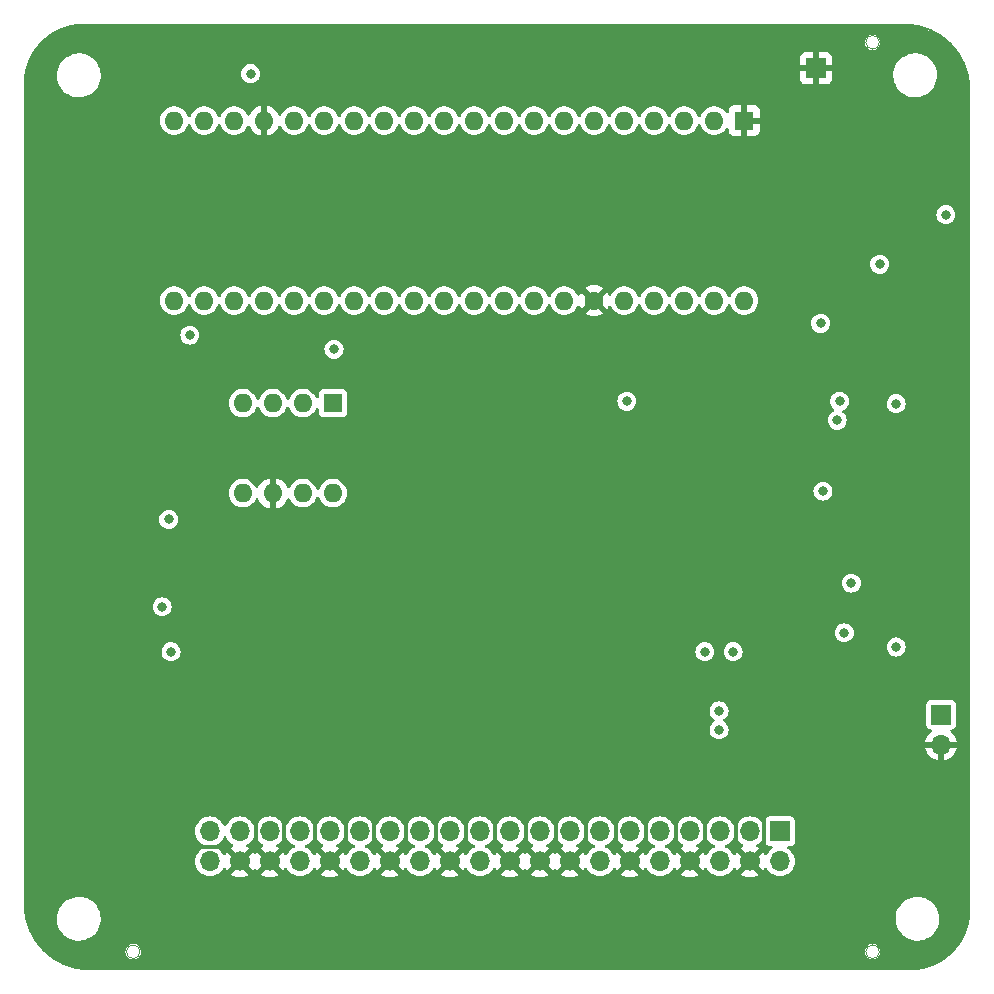
<source format=gbr>
G04 #@! TF.GenerationSoftware,KiCad,Pcbnew,7.0.11*
G04 #@! TF.CreationDate,2025-11-18T22:52:58-08:00*
G04 #@! TF.ProjectId,z2203,7a323230-332e-46b6-9963-61645f706362,rev?*
G04 #@! TF.SameCoordinates,PX3d83120PY6590fa0*
G04 #@! TF.FileFunction,Copper,L2,Inr*
G04 #@! TF.FilePolarity,Positive*
%FSLAX46Y46*%
G04 Gerber Fmt 4.6, Leading zero omitted, Abs format (unit mm)*
G04 Created by KiCad (PCBNEW 7.0.11) date 2025-11-18 22:52:58*
%MOMM*%
%LPD*%
G01*
G04 APERTURE LIST*
G04 Aperture macros list*
%AMHorizOval*
0 Thick line with rounded ends*
0 $1 width*
0 $2 $3 position (X,Y) of the first rounded end (center of the circle)*
0 $4 $5 position (X,Y) of the second rounded end (center of the circle)*
0 Add line between two ends*
20,1,$1,$2,$3,$4,$5,0*
0 Add two circle primitives to create the rounded ends*
1,1,$1,$2,$3*
1,1,$1,$4,$5*%
G04 Aperture macros list end*
G04 #@! TA.AperFunction,ComponentPad*
%ADD10R,1.700000X1.700000*%
G04 #@! TD*
G04 #@! TA.AperFunction,ComponentPad*
%ADD11O,1.700000X1.700000*%
G04 #@! TD*
G04 #@! TA.AperFunction,ComponentPad*
%ADD12HorizOval,1.700000X0.000000X0.000000X0.000000X0.000000X0*%
G04 #@! TD*
G04 #@! TA.AperFunction,ComponentPad*
%ADD13R,1.600000X1.600000*%
G04 #@! TD*
G04 #@! TA.AperFunction,ComponentPad*
%ADD14O,1.600000X1.600000*%
G04 #@! TD*
G04 #@! TA.AperFunction,ComponentPad*
%ADD15HorizOval,1.600000X0.000000X0.000000X0.000000X0.000000X0*%
G04 #@! TD*
G04 #@! TA.AperFunction,ViaPad*
%ADD16C,0.800000*%
G04 #@! TD*
G04 #@! TA.AperFunction,Conductor*
%ADD17C,0.300000*%
G04 #@! TD*
G04 #@! TA.AperFunction,Profile*
%ADD18C,0.150000*%
G04 #@! TD*
G04 #@! TA.AperFunction,Profile*
%ADD19C,0.050000*%
G04 #@! TD*
G04 APERTURE END LIST*
D10*
X64860000Y13300000D03*
D11*
X64860000Y10760000D03*
X62320000Y13300000D03*
D12*
X62320000Y10760000D03*
D11*
X59780000Y13300000D03*
X59780000Y10760000D03*
X57240000Y13300000D03*
D12*
X57240000Y10760000D03*
D11*
X54700000Y13300000D03*
X54700000Y10760000D03*
X52160000Y13300000D03*
D12*
X52160000Y10760000D03*
D11*
X49620000Y13300000D03*
X49620000Y10760000D03*
X47080000Y13300000D03*
D12*
X47080000Y10760000D03*
D11*
X44540000Y13300000D03*
D12*
X44540000Y10760000D03*
D11*
X42000000Y13300000D03*
D12*
X42000000Y10760000D03*
D11*
X39460000Y13300000D03*
X39460000Y10760000D03*
X36920000Y13300000D03*
D12*
X36920000Y10760000D03*
D11*
X34380000Y13300000D03*
X34380000Y10760000D03*
X31840000Y13300000D03*
D12*
X31840000Y10760000D03*
D11*
X29300000Y13300000D03*
X29300000Y10760000D03*
X26760000Y13300000D03*
D12*
X26760000Y10760000D03*
D11*
X24220000Y13300000D03*
X24220000Y10760000D03*
X21680000Y13300000D03*
D12*
X21680000Y10760000D03*
D11*
X19140000Y13300000D03*
D12*
X19140000Y10760000D03*
D11*
X16600000Y13300000D03*
X16600000Y10760000D03*
D10*
X78500000Y23175000D03*
D11*
X78500000Y20635000D03*
D13*
X27000000Y49550000D03*
D14*
X24460000Y49550000D03*
X21920000Y49550000D03*
X19380000Y49550000D03*
X19380000Y41930000D03*
X21920000Y41930000D03*
X24460000Y41930000D03*
X27000000Y41930000D03*
D10*
X67900000Y77900000D03*
D13*
X61825000Y73475000D03*
D14*
X59285000Y73475000D03*
X56745000Y73475000D03*
X54205000Y73475000D03*
X51665000Y73475000D03*
X49125000Y73475000D03*
X46585000Y73475000D03*
X44045000Y73475000D03*
X41505000Y73475000D03*
X38965000Y73475000D03*
X36425000Y73475000D03*
X33885000Y73475000D03*
X31345000Y73475000D03*
X28805000Y73475000D03*
X26265000Y73475000D03*
X23725000Y73475000D03*
X21185000Y73475000D03*
X18645000Y73475000D03*
X16105000Y73475000D03*
X13565000Y73475000D03*
X13565000Y58235000D03*
X16105000Y58235000D03*
X18645000Y58235000D03*
X21185000Y58235000D03*
X23725000Y58235000D03*
X26265000Y58235000D03*
X28805000Y58235000D03*
X31345000Y58235000D03*
X33885000Y58235000D03*
X36425000Y58235000D03*
X38965000Y58235000D03*
X41505000Y58235000D03*
X44045000Y58235000D03*
X46585000Y58235000D03*
D15*
X49125000Y58235000D03*
D14*
X51665000Y58235000D03*
X54205000Y58235000D03*
X56745000Y58235000D03*
X59285000Y58235000D03*
X61825000Y58235000D03*
D16*
X53300000Y68100000D03*
X11100000Y34700000D03*
X55700000Y68100000D03*
X60700000Y68300000D03*
X29900000Y53100000D03*
X59700000Y20300000D03*
X70100000Y27700000D03*
X72500000Y30700000D03*
X5900000Y50300000D03*
X64500000Y67500000D03*
X72500000Y21100000D03*
X74300000Y58700000D03*
X56100000Y18300000D03*
X12100000Y25700000D03*
X77500000Y30300000D03*
X11900000Y53900000D03*
X74900000Y53300000D03*
X12100000Y41700000D03*
X78900000Y67100000D03*
X11300000Y62500000D03*
X53300000Y54500000D03*
X70100000Y53500000D03*
X77500000Y62500000D03*
X65500000Y55300000D03*
X11100000Y32700000D03*
X14500000Y42100000D03*
X9700000Y65100000D03*
X17700000Y52500000D03*
X58100000Y68300000D03*
X50900000Y67700000D03*
X68300000Y59700000D03*
X56700000Y48500000D03*
X50300000Y49700000D03*
X65300000Y15900000D03*
X76100000Y44500000D03*
X57100000Y32300000D03*
X69900000Y36900000D03*
X13100000Y39700000D03*
X13300000Y28500000D03*
X74700000Y28900000D03*
X51900000Y49700000D03*
X59700000Y21900000D03*
X27100000Y54100000D03*
X20035000Y77435000D03*
X68300000Y56300000D03*
X70300000Y30100000D03*
X73300000Y61300000D03*
X14900000Y55300000D03*
X74700000Y49500000D03*
X78900000Y65500000D03*
X59700000Y23500000D03*
X60900000Y28500000D03*
X58500000Y28500000D03*
X68500000Y42100000D03*
X69900000Y49700000D03*
X70900000Y34300000D03*
X69700000Y48100000D03*
X12550000Y32300000D03*
D17*
X31840000Y10760000D02*
X33180000Y12100000D01*
X45880000Y11960000D02*
X45880000Y12100000D01*
X20480000Y11960000D02*
X20480000Y12120000D01*
X22880000Y11960000D02*
X22880000Y14880000D01*
X19140000Y10760000D02*
X20480000Y12100000D01*
X35720000Y11960000D02*
X35720000Y15080000D01*
X50960000Y11960000D02*
X50960000Y15040000D01*
X26760000Y10760000D02*
X25500000Y12020000D01*
X42000000Y10760000D02*
X43340000Y12100000D01*
X47080000Y10760000D02*
X48420000Y12100000D01*
X43340000Y12100000D02*
X43340000Y15060000D01*
X52160000Y10760000D02*
X50960000Y11960000D01*
X45880000Y12100000D02*
X45880000Y15280000D01*
X21680000Y10760000D02*
X20480000Y11960000D01*
X19140000Y10760000D02*
X17940000Y11960000D01*
X21680000Y10760000D02*
X22880000Y11960000D01*
X48420000Y12100000D02*
X48420000Y14780000D01*
X42000000Y10760000D02*
X40700000Y12060000D01*
X20480000Y12100000D02*
X20480000Y12120000D01*
X47080000Y10760000D02*
X45880000Y11960000D01*
X36920000Y10760000D02*
X35720000Y11960000D01*
X20480000Y12120000D02*
X20480000Y15280000D01*
X26760000Y10760000D02*
X28100000Y12100000D01*
X52160000Y10760000D02*
X53500000Y12100000D01*
X62320000Y10760000D02*
X61100000Y11980000D01*
X28100000Y12100000D02*
X28100000Y15100000D01*
X17940000Y11960000D02*
X14160000Y11960000D01*
X53500000Y12100000D02*
X53500000Y14900000D01*
X58500000Y12020000D02*
X58500000Y14900000D01*
X30500000Y12100000D02*
X30500000Y15100000D01*
X38260000Y12100000D02*
X38260000Y15060000D01*
X25500000Y12020000D02*
X25500000Y15300000D01*
X61100000Y11980000D02*
X61100000Y15100000D01*
X44540000Y10760000D02*
X43340000Y11960000D01*
X40700000Y12060000D02*
X40700000Y15100000D01*
X56040000Y11960000D02*
X56040000Y14840000D01*
X62320000Y10760000D02*
X63520000Y11960000D01*
X44540000Y10760000D02*
X45880000Y12100000D01*
X43340000Y11960000D02*
X43340000Y12100000D01*
X57240000Y10760000D02*
X56040000Y11960000D01*
X57240000Y10760000D02*
X58500000Y12020000D01*
X31840000Y10760000D02*
X30500000Y12100000D01*
X63520000Y11960000D02*
X63520000Y15080000D01*
X33180000Y12100000D02*
X33180000Y15020000D01*
X36920000Y10760000D02*
X38260000Y12100000D01*
G04 #@! TA.AperFunction,Conductor*
G36*
X17938959Y12871900D02*
G01*
X17984194Y12819698D01*
X18052898Y12672361D01*
X18178402Y12493123D01*
X18333123Y12338402D01*
X18333126Y12338400D01*
X18512359Y12212899D01*
X18512360Y12212899D01*
X18512361Y12212898D01*
X18532022Y12203730D01*
X18585307Y12156815D01*
X18604769Y12088538D01*
X18584228Y12020577D01*
X18538743Y11978722D01*
X18394705Y11900773D01*
X18394693Y11900765D01*
X18374311Y11884901D01*
X18374310Y11884900D01*
X19012412Y11246798D01*
X18997685Y11244680D01*
X18866900Y11184952D01*
X18758239Y11090798D01*
X18680507Y10969844D01*
X18655639Y10885151D01*
X18016921Y11523869D01*
X18016920Y11523868D01*
X17941586Y11408561D01*
X17941579Y11408547D01*
X17925382Y11371621D01*
X17879701Y11317272D01*
X17811888Y11296249D01*
X17743474Y11315226D01*
X17696181Y11368177D01*
X17695800Y11368985D01*
X17687100Y11387642D01*
X17561604Y11566869D01*
X17561601Y11566873D01*
X17561598Y11566877D01*
X17406877Y11721598D01*
X17227639Y11847102D01*
X17080302Y11915806D01*
X17027019Y11962722D01*
X17007558Y12030999D01*
X17028100Y12098959D01*
X17080302Y12144195D01*
X17227639Y12212898D01*
X17406877Y12338402D01*
X17561598Y12493123D01*
X17687102Y12672361D01*
X17755805Y12819698D01*
X17802722Y12872981D01*
X17870999Y12892442D01*
X17938959Y12871900D01*
G37*
G04 #@! TD.AperFunction*
G04 #@! TA.AperFunction,Conductor*
G36*
X20478959Y12871900D02*
G01*
X20524194Y12819698D01*
X20592898Y12672361D01*
X20718402Y12493123D01*
X20873123Y12338402D01*
X20873126Y12338400D01*
X21052359Y12212899D01*
X21052360Y12212899D01*
X21052361Y12212898D01*
X21072022Y12203730D01*
X21125307Y12156815D01*
X21144769Y12088538D01*
X21124228Y12020577D01*
X21078743Y11978722D01*
X20934705Y11900773D01*
X20934693Y11900765D01*
X20914311Y11884901D01*
X20914310Y11884900D01*
X21552412Y11246798D01*
X21537685Y11244680D01*
X21406900Y11184952D01*
X21298239Y11090798D01*
X21220507Y10969844D01*
X21195639Y10885151D01*
X20556921Y11523869D01*
X20556920Y11523868D01*
X20515482Y11460442D01*
X20461479Y11414353D01*
X20391131Y11404778D01*
X20326773Y11434755D01*
X20304516Y11460442D01*
X20263078Y11523868D01*
X19624360Y10885152D01*
X19599493Y10969844D01*
X19521761Y11090798D01*
X19413100Y11184952D01*
X19282315Y11244680D01*
X19267586Y11246798D01*
X19905688Y11884900D01*
X19905687Y11884901D01*
X19885308Y11900763D01*
X19885303Y11900766D01*
X19741256Y11978721D01*
X19690866Y12028735D01*
X19675514Y12098052D01*
X19700075Y12164665D01*
X19747976Y12203730D01*
X19767639Y12212898D01*
X19946877Y12338402D01*
X20101598Y12493123D01*
X20227102Y12672361D01*
X20295805Y12819698D01*
X20342722Y12872981D01*
X20410999Y12892442D01*
X20478959Y12871900D01*
G37*
G04 #@! TD.AperFunction*
G04 #@! TA.AperFunction,Conductor*
G36*
X25558959Y12871900D02*
G01*
X25604194Y12819698D01*
X25672898Y12672361D01*
X25798402Y12493123D01*
X25953123Y12338402D01*
X25953126Y12338400D01*
X26132359Y12212899D01*
X26132360Y12212899D01*
X26132361Y12212898D01*
X26152022Y12203730D01*
X26205307Y12156815D01*
X26224769Y12088538D01*
X26204228Y12020577D01*
X26158743Y11978722D01*
X26014705Y11900773D01*
X26014693Y11900765D01*
X25994311Y11884901D01*
X25994310Y11884900D01*
X26632412Y11246798D01*
X26617685Y11244680D01*
X26486900Y11184952D01*
X26378239Y11090798D01*
X26300507Y10969844D01*
X26275639Y10885151D01*
X25636921Y11523869D01*
X25636920Y11523868D01*
X25561586Y11408561D01*
X25561579Y11408547D01*
X25545382Y11371621D01*
X25499701Y11317272D01*
X25431888Y11296249D01*
X25363474Y11315226D01*
X25316181Y11368177D01*
X25315800Y11368985D01*
X25307100Y11387642D01*
X25181604Y11566869D01*
X25181601Y11566873D01*
X25181598Y11566877D01*
X25026877Y11721598D01*
X24847639Y11847102D01*
X24700302Y11915806D01*
X24647019Y11962722D01*
X24627558Y12030999D01*
X24648100Y12098959D01*
X24700302Y12144195D01*
X24847639Y12212898D01*
X25026877Y12338402D01*
X25181598Y12493123D01*
X25307102Y12672361D01*
X25375805Y12819698D01*
X25422722Y12872981D01*
X25490999Y12892442D01*
X25558959Y12871900D01*
G37*
G04 #@! TD.AperFunction*
G04 #@! TA.AperFunction,Conductor*
G36*
X30638959Y12871900D02*
G01*
X30684194Y12819698D01*
X30752898Y12672361D01*
X30878402Y12493123D01*
X31033123Y12338402D01*
X31033126Y12338400D01*
X31212359Y12212899D01*
X31212360Y12212899D01*
X31212361Y12212898D01*
X31232022Y12203730D01*
X31285307Y12156815D01*
X31304769Y12088538D01*
X31284228Y12020577D01*
X31238743Y11978722D01*
X31094705Y11900773D01*
X31094693Y11900765D01*
X31074311Y11884901D01*
X31074310Y11884900D01*
X31712412Y11246798D01*
X31697685Y11244680D01*
X31566900Y11184952D01*
X31458239Y11090798D01*
X31380507Y10969844D01*
X31355639Y10885151D01*
X30716921Y11523869D01*
X30716920Y11523868D01*
X30641586Y11408561D01*
X30641579Y11408547D01*
X30625382Y11371621D01*
X30579701Y11317272D01*
X30511888Y11296249D01*
X30443474Y11315226D01*
X30396181Y11368177D01*
X30395800Y11368985D01*
X30387100Y11387642D01*
X30261604Y11566869D01*
X30261601Y11566873D01*
X30261598Y11566877D01*
X30106877Y11721598D01*
X29927639Y11847102D01*
X29780302Y11915806D01*
X29727019Y11962722D01*
X29707558Y12030999D01*
X29728100Y12098959D01*
X29780302Y12144195D01*
X29927639Y12212898D01*
X30106877Y12338402D01*
X30261598Y12493123D01*
X30387102Y12672361D01*
X30455805Y12819698D01*
X30502722Y12872981D01*
X30570999Y12892442D01*
X30638959Y12871900D01*
G37*
G04 #@! TD.AperFunction*
G04 #@! TA.AperFunction,Conductor*
G36*
X35718959Y12871900D02*
G01*
X35764194Y12819698D01*
X35832898Y12672361D01*
X35958402Y12493123D01*
X36113123Y12338402D01*
X36113126Y12338400D01*
X36292359Y12212899D01*
X36292360Y12212899D01*
X36292361Y12212898D01*
X36312022Y12203730D01*
X36365307Y12156815D01*
X36384769Y12088538D01*
X36364228Y12020577D01*
X36318743Y11978722D01*
X36174705Y11900773D01*
X36174693Y11900765D01*
X36154311Y11884901D01*
X36154310Y11884900D01*
X36792412Y11246798D01*
X36777685Y11244680D01*
X36646900Y11184952D01*
X36538239Y11090798D01*
X36460507Y10969844D01*
X36435639Y10885151D01*
X35796921Y11523869D01*
X35796920Y11523868D01*
X35721586Y11408561D01*
X35721579Y11408547D01*
X35705382Y11371621D01*
X35659701Y11317272D01*
X35591888Y11296249D01*
X35523474Y11315226D01*
X35476181Y11368177D01*
X35475800Y11368985D01*
X35467100Y11387642D01*
X35341604Y11566869D01*
X35341601Y11566873D01*
X35341598Y11566877D01*
X35186877Y11721598D01*
X35007639Y11847102D01*
X34860302Y11915806D01*
X34807019Y11962722D01*
X34787558Y12030999D01*
X34808100Y12098959D01*
X34860302Y12144195D01*
X35007639Y12212898D01*
X35186877Y12338402D01*
X35341598Y12493123D01*
X35467102Y12672361D01*
X35535805Y12819698D01*
X35582722Y12872981D01*
X35650999Y12892442D01*
X35718959Y12871900D01*
G37*
G04 #@! TD.AperFunction*
G04 #@! TA.AperFunction,Conductor*
G36*
X40798959Y12871900D02*
G01*
X40844194Y12819698D01*
X40912898Y12672361D01*
X41038402Y12493123D01*
X41193123Y12338402D01*
X41193126Y12338400D01*
X41372359Y12212899D01*
X41372360Y12212899D01*
X41372361Y12212898D01*
X41392022Y12203730D01*
X41445307Y12156815D01*
X41464769Y12088538D01*
X41444228Y12020577D01*
X41398743Y11978722D01*
X41254705Y11900773D01*
X41254693Y11900765D01*
X41234311Y11884901D01*
X41234310Y11884900D01*
X41872412Y11246798D01*
X41857685Y11244680D01*
X41726900Y11184952D01*
X41618239Y11090798D01*
X41540507Y10969844D01*
X41515639Y10885151D01*
X40876921Y11523869D01*
X40876920Y11523868D01*
X40801586Y11408561D01*
X40801579Y11408547D01*
X40785382Y11371621D01*
X40739701Y11317272D01*
X40671888Y11296249D01*
X40603474Y11315226D01*
X40556181Y11368177D01*
X40555800Y11368985D01*
X40547100Y11387642D01*
X40421604Y11566869D01*
X40421601Y11566873D01*
X40421598Y11566877D01*
X40266877Y11721598D01*
X40087639Y11847102D01*
X39940302Y11915806D01*
X39887019Y11962722D01*
X39867558Y12030999D01*
X39888100Y12098959D01*
X39940302Y12144195D01*
X40087639Y12212898D01*
X40266877Y12338402D01*
X40421598Y12493123D01*
X40547102Y12672361D01*
X40615805Y12819698D01*
X40662722Y12872981D01*
X40730999Y12892442D01*
X40798959Y12871900D01*
G37*
G04 #@! TD.AperFunction*
G04 #@! TA.AperFunction,Conductor*
G36*
X43338959Y12871900D02*
G01*
X43384194Y12819698D01*
X43452898Y12672361D01*
X43578402Y12493123D01*
X43733123Y12338402D01*
X43733126Y12338400D01*
X43912359Y12212899D01*
X43912360Y12212899D01*
X43912361Y12212898D01*
X43932022Y12203730D01*
X43985307Y12156815D01*
X44004769Y12088538D01*
X43984228Y12020577D01*
X43938743Y11978722D01*
X43794705Y11900773D01*
X43794693Y11900765D01*
X43774311Y11884901D01*
X43774310Y11884900D01*
X44412412Y11246798D01*
X44397685Y11244680D01*
X44266900Y11184952D01*
X44158239Y11090798D01*
X44080507Y10969844D01*
X44055639Y10885151D01*
X43416921Y11523869D01*
X43416920Y11523868D01*
X43375482Y11460442D01*
X43321479Y11414353D01*
X43251131Y11404778D01*
X43186773Y11434755D01*
X43164516Y11460442D01*
X43123078Y11523868D01*
X42484360Y10885152D01*
X42459493Y10969844D01*
X42381761Y11090798D01*
X42273100Y11184952D01*
X42142315Y11244680D01*
X42127586Y11246798D01*
X42765688Y11884900D01*
X42765687Y11884901D01*
X42745308Y11900763D01*
X42745303Y11900766D01*
X42601256Y11978721D01*
X42550866Y12028735D01*
X42535514Y12098052D01*
X42560075Y12164665D01*
X42607976Y12203730D01*
X42627639Y12212898D01*
X42806877Y12338402D01*
X42961598Y12493123D01*
X43087102Y12672361D01*
X43155805Y12819698D01*
X43202722Y12872981D01*
X43270999Y12892442D01*
X43338959Y12871900D01*
G37*
G04 #@! TD.AperFunction*
G04 #@! TA.AperFunction,Conductor*
G36*
X45878959Y12871900D02*
G01*
X45924194Y12819698D01*
X45992898Y12672361D01*
X46118402Y12493123D01*
X46273123Y12338402D01*
X46273126Y12338400D01*
X46452359Y12212899D01*
X46452360Y12212899D01*
X46452361Y12212898D01*
X46472022Y12203730D01*
X46525307Y12156815D01*
X46544769Y12088538D01*
X46524228Y12020577D01*
X46478743Y11978722D01*
X46334705Y11900773D01*
X46334693Y11900765D01*
X46314311Y11884901D01*
X46314310Y11884900D01*
X46952412Y11246798D01*
X46937685Y11244680D01*
X46806900Y11184952D01*
X46698239Y11090798D01*
X46620507Y10969844D01*
X46595639Y10885151D01*
X45956921Y11523869D01*
X45956920Y11523868D01*
X45915482Y11460442D01*
X45861479Y11414353D01*
X45791131Y11404778D01*
X45726773Y11434755D01*
X45704516Y11460442D01*
X45663078Y11523868D01*
X45024360Y10885152D01*
X44999493Y10969844D01*
X44921761Y11090798D01*
X44813100Y11184952D01*
X44682315Y11244680D01*
X44667586Y11246798D01*
X45305688Y11884900D01*
X45305687Y11884901D01*
X45285308Y11900763D01*
X45285303Y11900766D01*
X45141256Y11978721D01*
X45090866Y12028735D01*
X45075514Y12098052D01*
X45100075Y12164665D01*
X45147976Y12203730D01*
X45167639Y12212898D01*
X45346877Y12338402D01*
X45501598Y12493123D01*
X45627102Y12672361D01*
X45695805Y12819698D01*
X45742722Y12872981D01*
X45810999Y12892442D01*
X45878959Y12871900D01*
G37*
G04 #@! TD.AperFunction*
G04 #@! TA.AperFunction,Conductor*
G36*
X50958959Y12871900D02*
G01*
X51004194Y12819698D01*
X51072898Y12672361D01*
X51198402Y12493123D01*
X51353123Y12338402D01*
X51353126Y12338400D01*
X51532359Y12212899D01*
X51532360Y12212899D01*
X51532361Y12212898D01*
X51552022Y12203730D01*
X51605307Y12156815D01*
X51624769Y12088538D01*
X51604228Y12020577D01*
X51558743Y11978722D01*
X51414705Y11900773D01*
X51414693Y11900765D01*
X51394311Y11884901D01*
X51394310Y11884900D01*
X52032412Y11246798D01*
X52017685Y11244680D01*
X51886900Y11184952D01*
X51778239Y11090798D01*
X51700507Y10969844D01*
X51675639Y10885151D01*
X51036921Y11523869D01*
X51036920Y11523868D01*
X50961586Y11408561D01*
X50961579Y11408547D01*
X50945382Y11371621D01*
X50899701Y11317272D01*
X50831888Y11296249D01*
X50763474Y11315226D01*
X50716181Y11368177D01*
X50715800Y11368985D01*
X50707100Y11387642D01*
X50581604Y11566869D01*
X50581601Y11566873D01*
X50581598Y11566877D01*
X50426877Y11721598D01*
X50247639Y11847102D01*
X50100302Y11915806D01*
X50047019Y11962722D01*
X50027558Y12030999D01*
X50048100Y12098959D01*
X50100302Y12144195D01*
X50247639Y12212898D01*
X50426877Y12338402D01*
X50581598Y12493123D01*
X50707102Y12672361D01*
X50775805Y12819698D01*
X50822722Y12872981D01*
X50890999Y12892442D01*
X50958959Y12871900D01*
G37*
G04 #@! TD.AperFunction*
G04 #@! TA.AperFunction,Conductor*
G36*
X56038959Y12871900D02*
G01*
X56084194Y12819698D01*
X56152898Y12672361D01*
X56278402Y12493123D01*
X56433123Y12338402D01*
X56433126Y12338400D01*
X56612359Y12212899D01*
X56612360Y12212899D01*
X56612361Y12212898D01*
X56632022Y12203730D01*
X56685307Y12156815D01*
X56704769Y12088538D01*
X56684228Y12020577D01*
X56638743Y11978722D01*
X56494705Y11900773D01*
X56494693Y11900765D01*
X56474311Y11884901D01*
X56474310Y11884900D01*
X57112412Y11246798D01*
X57097685Y11244680D01*
X56966900Y11184952D01*
X56858239Y11090798D01*
X56780507Y10969844D01*
X56755639Y10885151D01*
X56116921Y11523869D01*
X56116920Y11523868D01*
X56041586Y11408561D01*
X56041579Y11408547D01*
X56025382Y11371621D01*
X55979701Y11317272D01*
X55911888Y11296249D01*
X55843474Y11315226D01*
X55796181Y11368177D01*
X55795800Y11368985D01*
X55787100Y11387642D01*
X55661604Y11566869D01*
X55661601Y11566873D01*
X55661598Y11566877D01*
X55506877Y11721598D01*
X55327639Y11847102D01*
X55180302Y11915806D01*
X55127019Y11962722D01*
X55107558Y12030999D01*
X55128100Y12098959D01*
X55180302Y12144195D01*
X55327639Y12212898D01*
X55506877Y12338402D01*
X55661598Y12493123D01*
X55787102Y12672361D01*
X55855805Y12819698D01*
X55902722Y12872981D01*
X55970999Y12892442D01*
X56038959Y12871900D01*
G37*
G04 #@! TD.AperFunction*
G04 #@! TA.AperFunction,Conductor*
G36*
X61118959Y12871900D02*
G01*
X61164194Y12819698D01*
X61232898Y12672361D01*
X61358402Y12493123D01*
X61513123Y12338402D01*
X61513126Y12338400D01*
X61692359Y12212899D01*
X61692360Y12212899D01*
X61692361Y12212898D01*
X61712022Y12203730D01*
X61765307Y12156815D01*
X61784769Y12088538D01*
X61764228Y12020577D01*
X61718743Y11978722D01*
X61574705Y11900773D01*
X61574693Y11900765D01*
X61554311Y11884901D01*
X61554310Y11884900D01*
X62192412Y11246798D01*
X62177685Y11244680D01*
X62046900Y11184952D01*
X61938239Y11090798D01*
X61860507Y10969844D01*
X61835639Y10885151D01*
X61196921Y11523869D01*
X61196920Y11523868D01*
X61121586Y11408561D01*
X61121579Y11408547D01*
X61105382Y11371621D01*
X61059701Y11317272D01*
X60991888Y11296249D01*
X60923474Y11315226D01*
X60876181Y11368177D01*
X60875800Y11368985D01*
X60867100Y11387642D01*
X60741604Y11566869D01*
X60741601Y11566873D01*
X60741598Y11566877D01*
X60586877Y11721598D01*
X60407639Y11847102D01*
X60260302Y11915806D01*
X60207019Y11962722D01*
X60187558Y12030999D01*
X60208100Y12098959D01*
X60260302Y12144195D01*
X60407639Y12212898D01*
X60586877Y12338402D01*
X60741598Y12493123D01*
X60867102Y12672361D01*
X60935805Y12819698D01*
X60982722Y12872981D01*
X61050999Y12892442D01*
X61118959Y12871900D01*
G37*
G04 #@! TD.AperFunction*
G04 #@! TA.AperFunction,Conductor*
G36*
X23018959Y12871900D02*
G01*
X23064194Y12819698D01*
X23132898Y12672361D01*
X23258402Y12493123D01*
X23413123Y12338402D01*
X23592361Y12212898D01*
X23731485Y12148024D01*
X23739695Y12144195D01*
X23792980Y12097278D01*
X23812441Y12029000D01*
X23791899Y11961040D01*
X23739695Y11915805D01*
X23592358Y11847101D01*
X23413131Y11721605D01*
X23413120Y11721596D01*
X23258404Y11566880D01*
X23258395Y11566869D01*
X23132899Y11387642D01*
X23132898Y11387640D01*
X23124197Y11368981D01*
X23077278Y11315698D01*
X23009000Y11296239D01*
X22941041Y11316783D01*
X22894977Y11370807D01*
X22894616Y11371623D01*
X22878419Y11408550D01*
X22803077Y11523868D01*
X22164360Y10885152D01*
X22139493Y10969844D01*
X22061761Y11090798D01*
X21953100Y11184952D01*
X21822315Y11244680D01*
X21807586Y11246798D01*
X22445688Y11884900D01*
X22445687Y11884901D01*
X22425308Y11900763D01*
X22425303Y11900766D01*
X22281256Y11978721D01*
X22230866Y12028735D01*
X22215514Y12098052D01*
X22240075Y12164665D01*
X22287976Y12203730D01*
X22307639Y12212898D01*
X22486877Y12338402D01*
X22641598Y12493123D01*
X22767102Y12672361D01*
X22835805Y12819698D01*
X22882722Y12872981D01*
X22950999Y12892442D01*
X23018959Y12871900D01*
G37*
G04 #@! TD.AperFunction*
G04 #@! TA.AperFunction,Conductor*
G36*
X28098959Y12871900D02*
G01*
X28144194Y12819698D01*
X28212898Y12672361D01*
X28338402Y12493123D01*
X28493123Y12338402D01*
X28672361Y12212898D01*
X28811485Y12148024D01*
X28819695Y12144195D01*
X28872980Y12097278D01*
X28892441Y12029000D01*
X28871899Y11961040D01*
X28819695Y11915805D01*
X28672358Y11847101D01*
X28493131Y11721605D01*
X28493120Y11721596D01*
X28338404Y11566880D01*
X28338395Y11566869D01*
X28212899Y11387642D01*
X28212898Y11387640D01*
X28204197Y11368981D01*
X28157278Y11315698D01*
X28089000Y11296239D01*
X28021041Y11316783D01*
X27974977Y11370807D01*
X27974616Y11371623D01*
X27958419Y11408550D01*
X27883077Y11523868D01*
X27244360Y10885152D01*
X27219493Y10969844D01*
X27141761Y11090798D01*
X27033100Y11184952D01*
X26902315Y11244680D01*
X26887586Y11246798D01*
X27525688Y11884900D01*
X27525687Y11884901D01*
X27505308Y11900763D01*
X27505303Y11900766D01*
X27361256Y11978721D01*
X27310866Y12028735D01*
X27295514Y12098052D01*
X27320075Y12164665D01*
X27367976Y12203730D01*
X27387639Y12212898D01*
X27566877Y12338402D01*
X27721598Y12493123D01*
X27847102Y12672361D01*
X27915805Y12819698D01*
X27962722Y12872981D01*
X28030999Y12892442D01*
X28098959Y12871900D01*
G37*
G04 #@! TD.AperFunction*
G04 #@! TA.AperFunction,Conductor*
G36*
X33178959Y12871900D02*
G01*
X33224194Y12819698D01*
X33292898Y12672361D01*
X33418402Y12493123D01*
X33573123Y12338402D01*
X33752361Y12212898D01*
X33891485Y12148024D01*
X33899695Y12144195D01*
X33952980Y12097278D01*
X33972441Y12029000D01*
X33951899Y11961040D01*
X33899695Y11915805D01*
X33752358Y11847101D01*
X33573131Y11721605D01*
X33573120Y11721596D01*
X33418404Y11566880D01*
X33418395Y11566869D01*
X33292899Y11387642D01*
X33292898Y11387640D01*
X33284197Y11368981D01*
X33237278Y11315698D01*
X33169000Y11296239D01*
X33101041Y11316783D01*
X33054977Y11370807D01*
X33054616Y11371623D01*
X33038419Y11408550D01*
X32963077Y11523868D01*
X32324360Y10885152D01*
X32299493Y10969844D01*
X32221761Y11090798D01*
X32113100Y11184952D01*
X31982315Y11244680D01*
X31967586Y11246798D01*
X32605688Y11884900D01*
X32605687Y11884901D01*
X32585308Y11900763D01*
X32585303Y11900766D01*
X32441256Y11978721D01*
X32390866Y12028735D01*
X32375514Y12098052D01*
X32400075Y12164665D01*
X32447976Y12203730D01*
X32467639Y12212898D01*
X32646877Y12338402D01*
X32801598Y12493123D01*
X32927102Y12672361D01*
X32995805Y12819698D01*
X33042722Y12872981D01*
X33110999Y12892442D01*
X33178959Y12871900D01*
G37*
G04 #@! TD.AperFunction*
G04 #@! TA.AperFunction,Conductor*
G36*
X38258959Y12871900D02*
G01*
X38304194Y12819698D01*
X38372898Y12672361D01*
X38498402Y12493123D01*
X38653123Y12338402D01*
X38832361Y12212898D01*
X38971485Y12148024D01*
X38979695Y12144195D01*
X39032980Y12097278D01*
X39052441Y12029000D01*
X39031899Y11961040D01*
X38979695Y11915805D01*
X38832358Y11847101D01*
X38653131Y11721605D01*
X38653120Y11721596D01*
X38498404Y11566880D01*
X38498395Y11566869D01*
X38372899Y11387642D01*
X38372898Y11387640D01*
X38364197Y11368981D01*
X38317278Y11315698D01*
X38249000Y11296239D01*
X38181041Y11316783D01*
X38134977Y11370807D01*
X38134616Y11371623D01*
X38118419Y11408550D01*
X38043077Y11523868D01*
X37404360Y10885152D01*
X37379493Y10969844D01*
X37301761Y11090798D01*
X37193100Y11184952D01*
X37062315Y11244680D01*
X37047586Y11246798D01*
X37685688Y11884900D01*
X37685687Y11884901D01*
X37665308Y11900763D01*
X37665303Y11900766D01*
X37521256Y11978721D01*
X37470866Y12028735D01*
X37455514Y12098052D01*
X37480075Y12164665D01*
X37527976Y12203730D01*
X37547639Y12212898D01*
X37726877Y12338402D01*
X37881598Y12493123D01*
X38007102Y12672361D01*
X38075805Y12819698D01*
X38122722Y12872981D01*
X38190999Y12892442D01*
X38258959Y12871900D01*
G37*
G04 #@! TD.AperFunction*
G04 #@! TA.AperFunction,Conductor*
G36*
X48418959Y12871900D02*
G01*
X48464194Y12819698D01*
X48532898Y12672361D01*
X48658402Y12493123D01*
X48813123Y12338402D01*
X48992361Y12212898D01*
X49131485Y12148024D01*
X49139695Y12144195D01*
X49192980Y12097278D01*
X49212441Y12029000D01*
X49191899Y11961040D01*
X49139695Y11915805D01*
X48992358Y11847101D01*
X48813131Y11721605D01*
X48813120Y11721596D01*
X48658404Y11566880D01*
X48658395Y11566869D01*
X48532899Y11387642D01*
X48532898Y11387640D01*
X48524197Y11368981D01*
X48477278Y11315698D01*
X48409000Y11296239D01*
X48341041Y11316783D01*
X48294977Y11370807D01*
X48294616Y11371623D01*
X48278419Y11408550D01*
X48203077Y11523868D01*
X47564360Y10885152D01*
X47539493Y10969844D01*
X47461761Y11090798D01*
X47353100Y11184952D01*
X47222315Y11244680D01*
X47207586Y11246798D01*
X47845688Y11884900D01*
X47845687Y11884901D01*
X47825308Y11900763D01*
X47825303Y11900766D01*
X47681256Y11978721D01*
X47630866Y12028735D01*
X47615514Y12098052D01*
X47640075Y12164665D01*
X47687976Y12203730D01*
X47707639Y12212898D01*
X47886877Y12338402D01*
X48041598Y12493123D01*
X48167102Y12672361D01*
X48235805Y12819698D01*
X48282722Y12872981D01*
X48350999Y12892442D01*
X48418959Y12871900D01*
G37*
G04 #@! TD.AperFunction*
G04 #@! TA.AperFunction,Conductor*
G36*
X53498959Y12871900D02*
G01*
X53544194Y12819698D01*
X53612898Y12672361D01*
X53738402Y12493123D01*
X53893123Y12338402D01*
X54072361Y12212898D01*
X54211485Y12148024D01*
X54219695Y12144195D01*
X54272980Y12097278D01*
X54292441Y12029000D01*
X54271899Y11961040D01*
X54219695Y11915805D01*
X54072358Y11847101D01*
X53893131Y11721605D01*
X53893120Y11721596D01*
X53738404Y11566880D01*
X53738395Y11566869D01*
X53612899Y11387642D01*
X53612898Y11387640D01*
X53604197Y11368981D01*
X53557278Y11315698D01*
X53489000Y11296239D01*
X53421041Y11316783D01*
X53374977Y11370807D01*
X53374616Y11371623D01*
X53358419Y11408550D01*
X53283077Y11523868D01*
X52644360Y10885152D01*
X52619493Y10969844D01*
X52541761Y11090798D01*
X52433100Y11184952D01*
X52302315Y11244680D01*
X52287586Y11246798D01*
X52925688Y11884900D01*
X52925687Y11884901D01*
X52905308Y11900763D01*
X52905303Y11900766D01*
X52761256Y11978721D01*
X52710866Y12028735D01*
X52695514Y12098052D01*
X52720075Y12164665D01*
X52767976Y12203730D01*
X52787639Y12212898D01*
X52966877Y12338402D01*
X53121598Y12493123D01*
X53247102Y12672361D01*
X53315805Y12819698D01*
X53362722Y12872981D01*
X53430999Y12892442D01*
X53498959Y12871900D01*
G37*
G04 #@! TD.AperFunction*
G04 #@! TA.AperFunction,Conductor*
G36*
X58578959Y12871900D02*
G01*
X58624194Y12819698D01*
X58692898Y12672361D01*
X58818402Y12493123D01*
X58973123Y12338402D01*
X59152361Y12212898D01*
X59291485Y12148024D01*
X59299695Y12144195D01*
X59352980Y12097278D01*
X59372441Y12029000D01*
X59351899Y11961040D01*
X59299695Y11915805D01*
X59152358Y11847101D01*
X58973131Y11721605D01*
X58973120Y11721596D01*
X58818404Y11566880D01*
X58818395Y11566869D01*
X58692899Y11387642D01*
X58692898Y11387640D01*
X58684197Y11368981D01*
X58637278Y11315698D01*
X58569000Y11296239D01*
X58501041Y11316783D01*
X58454977Y11370807D01*
X58454616Y11371623D01*
X58438419Y11408550D01*
X58363077Y11523868D01*
X57724360Y10885152D01*
X57699493Y10969844D01*
X57621761Y11090798D01*
X57513100Y11184952D01*
X57382315Y11244680D01*
X57367586Y11246798D01*
X58005688Y11884900D01*
X58005687Y11884901D01*
X57985308Y11900763D01*
X57985303Y11900766D01*
X57841256Y11978721D01*
X57790866Y12028735D01*
X57775514Y12098052D01*
X57800075Y12164665D01*
X57847976Y12203730D01*
X57867639Y12212898D01*
X58046877Y12338402D01*
X58201598Y12493123D01*
X58327102Y12672361D01*
X58395805Y12819698D01*
X58442722Y12872981D01*
X58510999Y12892442D01*
X58578959Y12871900D01*
G37*
G04 #@! TD.AperFunction*
G04 #@! TA.AperFunction,Conductor*
G36*
X63569723Y12653674D02*
G01*
X63605709Y12592473D01*
X63609500Y12561797D01*
X63609500Y12418484D01*
X63624353Y12324698D01*
X63681949Y12211658D01*
X63771657Y12121950D01*
X63810299Y12102262D01*
X63884696Y12064354D01*
X63978481Y12049500D01*
X64121796Y12049501D01*
X64189914Y12029499D01*
X64236407Y11975844D01*
X64246512Y11905570D01*
X64217019Y11840989D01*
X64194065Y11820288D01*
X64053126Y11721601D01*
X64053120Y11721596D01*
X63898404Y11566880D01*
X63898395Y11566869D01*
X63772899Y11387642D01*
X63772898Y11387640D01*
X63764197Y11368981D01*
X63717278Y11315698D01*
X63649000Y11296239D01*
X63581041Y11316783D01*
X63534977Y11370807D01*
X63534616Y11371623D01*
X63518419Y11408550D01*
X63443077Y11523868D01*
X62804360Y10885152D01*
X62779493Y10969844D01*
X62701761Y11090798D01*
X62593100Y11184952D01*
X62462315Y11244680D01*
X62447586Y11246798D01*
X63085688Y11884900D01*
X63085687Y11884901D01*
X63065308Y11900763D01*
X63065303Y11900766D01*
X62921256Y11978721D01*
X62870866Y12028735D01*
X62855514Y12098052D01*
X62880075Y12164665D01*
X62927976Y12203730D01*
X62947639Y12212898D01*
X63126877Y12338402D01*
X63281598Y12493123D01*
X63380289Y12634069D01*
X63435743Y12678395D01*
X63506363Y12685704D01*
X63569723Y12653674D01*
G37*
G04 #@! TD.AperFunction*
G04 #@! TA.AperFunction,Conductor*
G36*
X75402611Y81524392D02*
G01*
X75842760Y81506188D01*
X75853109Y81505331D01*
X76287674Y81451162D01*
X76297938Y81449449D01*
X76726544Y81359580D01*
X76736612Y81357031D01*
X77156351Y81232069D01*
X77166183Y81228693D01*
X77323625Y81167259D01*
X77574138Y81069508D01*
X77583675Y81065325D01*
X77977094Y80872994D01*
X77986252Y80868038D01*
X78362439Y80643880D01*
X78371158Y80638184D01*
X78727560Y80383718D01*
X78735767Y80377331D01*
X79069954Y80094288D01*
X79077602Y80087246D01*
X79387245Y79777603D01*
X79394288Y79769954D01*
X79677327Y79435771D01*
X79683717Y79427561D01*
X79938183Y79071159D01*
X79943879Y79062440D01*
X80168037Y78686253D01*
X80172993Y78677095D01*
X80365324Y78283676D01*
X80369507Y78274139D01*
X80528689Y77866193D01*
X80532071Y77856343D01*
X80657026Y77436627D01*
X80659582Y77426532D01*
X80749447Y76997943D01*
X80751161Y76987671D01*
X80805328Y76553124D01*
X80806188Y76542746D01*
X80824392Y76102612D01*
X80824500Y76097405D01*
X80824500Y6602748D01*
X80824380Y6597252D01*
X80806000Y6176298D01*
X80805042Y6165348D01*
X80750403Y5750322D01*
X80748494Y5739497D01*
X80657892Y5330819D01*
X80655047Y5320201D01*
X80529171Y4920974D01*
X80525412Y4910645D01*
X80365215Y4523893D01*
X80360569Y4513931D01*
X80167284Y4142634D01*
X80161788Y4133114D01*
X79936873Y3780068D01*
X79930569Y3771064D01*
X79675735Y3438958D01*
X79668669Y3430538D01*
X79385863Y3121910D01*
X79378090Y3114137D01*
X79069462Y2831331D01*
X79061042Y2824265D01*
X78728936Y2569431D01*
X78719932Y2563127D01*
X78366886Y2338212D01*
X78357366Y2332716D01*
X77986069Y2139431D01*
X77976107Y2134785D01*
X77589355Y1974588D01*
X77579026Y1970829D01*
X77179799Y1844953D01*
X77169181Y1842108D01*
X76760503Y1751506D01*
X76749678Y1749597D01*
X76334652Y1694958D01*
X76323702Y1694000D01*
X75902748Y1675620D01*
X75897252Y1675500D01*
X6402596Y1675500D01*
X6397389Y1675608D01*
X5957254Y1693812D01*
X5946876Y1694672D01*
X5512329Y1748839D01*
X5502057Y1750553D01*
X5073468Y1840418D01*
X5063373Y1842974D01*
X4643657Y1967929D01*
X4633807Y1971311D01*
X4225861Y2130493D01*
X4216324Y2134676D01*
X3822905Y2327007D01*
X3813747Y2331963D01*
X3437560Y2556121D01*
X3428841Y2561817D01*
X3072439Y2816283D01*
X3064229Y2822673D01*
X2736792Y3099998D01*
X9443715Y3099998D01*
X9462783Y2942946D01*
X9462785Y2942939D01*
X9508394Y2822679D01*
X9518888Y2795009D01*
X9608764Y2664803D01*
X9727188Y2559888D01*
X9727189Y2559888D01*
X9727191Y2559886D01*
X9734365Y2556121D01*
X9867278Y2486363D01*
X10020894Y2448500D01*
X10020895Y2448500D01*
X10179105Y2448500D01*
X10179106Y2448500D01*
X10332722Y2486363D01*
X10472812Y2559888D01*
X10591236Y2664803D01*
X10681112Y2795009D01*
X10737215Y2942941D01*
X10756285Y3099998D01*
X72043715Y3099998D01*
X72062783Y2942946D01*
X72062785Y2942939D01*
X72108394Y2822679D01*
X72118888Y2795009D01*
X72208764Y2664803D01*
X72327188Y2559888D01*
X72327189Y2559888D01*
X72327191Y2559886D01*
X72334365Y2556121D01*
X72467278Y2486363D01*
X72620894Y2448500D01*
X72620895Y2448500D01*
X72779105Y2448500D01*
X72779106Y2448500D01*
X72932722Y2486363D01*
X73072812Y2559888D01*
X73191236Y2664803D01*
X73281112Y2795009D01*
X73337215Y2942941D01*
X73356285Y3100000D01*
X73355593Y3105701D01*
X73337216Y3257055D01*
X73337214Y3257062D01*
X73294158Y3370591D01*
X73281112Y3404991D01*
X73191236Y3535197D01*
X73072812Y3640112D01*
X73072811Y3640113D01*
X73072808Y3640115D01*
X72932726Y3713635D01*
X72932724Y3713636D01*
X72932722Y3713637D01*
X72932720Y3713638D01*
X72932719Y3713638D01*
X72779107Y3751500D01*
X72779106Y3751500D01*
X72620894Y3751500D01*
X72620892Y3751500D01*
X72467280Y3713638D01*
X72467273Y3713635D01*
X72327191Y3640115D01*
X72327186Y3640111D01*
X72231423Y3555271D01*
X72208764Y3535197D01*
X72118888Y3404991D01*
X72118888Y3404990D01*
X72118886Y3404987D01*
X72062785Y3257062D01*
X72062783Y3257055D01*
X72043715Y3100003D01*
X72043715Y3099998D01*
X10756285Y3099998D01*
X10756285Y3100000D01*
X10755593Y3105701D01*
X10737216Y3257055D01*
X10737214Y3257062D01*
X10694158Y3370591D01*
X10681112Y3404991D01*
X10591236Y3535197D01*
X10472812Y3640112D01*
X10472811Y3640113D01*
X10472808Y3640115D01*
X10332726Y3713635D01*
X10332724Y3713636D01*
X10332722Y3713637D01*
X10332720Y3713638D01*
X10332719Y3713638D01*
X10179107Y3751500D01*
X10179106Y3751500D01*
X10020894Y3751500D01*
X10020892Y3751500D01*
X9867280Y3713638D01*
X9867273Y3713635D01*
X9727191Y3640115D01*
X9727186Y3640111D01*
X9631423Y3555271D01*
X9608764Y3535197D01*
X9518888Y3404991D01*
X9518888Y3404990D01*
X9518886Y3404987D01*
X9462785Y3257062D01*
X9462783Y3257055D01*
X9443715Y3100003D01*
X9443715Y3099998D01*
X2736792Y3099998D01*
X2730046Y3105712D01*
X2722397Y3112755D01*
X2412754Y3422398D01*
X2405712Y3430046D01*
X2122669Y3764233D01*
X2116282Y3772440D01*
X1861816Y4128842D01*
X1856120Y4137561D01*
X1631962Y4513748D01*
X1627006Y4522906D01*
X1434675Y4916325D01*
X1430492Y4925862D01*
X1274573Y5325446D01*
X1271307Y5333817D01*
X1267928Y5343658D01*
X1142969Y5763388D01*
X1140420Y5773456D01*
X1128095Y5832235D01*
X3645788Y5832235D01*
X3675412Y5562986D01*
X3743928Y5300910D01*
X3849869Y5051611D01*
X3849870Y5051610D01*
X3990982Y4820390D01*
X4164255Y4612180D01*
X4164257Y4612178D01*
X4164259Y4612176D01*
X4269236Y4518117D01*
X4365998Y4431418D01*
X4591910Y4281956D01*
X4837176Y4166980D01*
X5096569Y4088940D01*
X5096572Y4088940D01*
X5096574Y4088939D01*
X5364557Y4049500D01*
X5364561Y4049500D01*
X5567631Y4049500D01*
X5770156Y4064323D01*
X5770160Y4064324D01*
X5770161Y4064324D01*
X5880665Y4088940D01*
X6034553Y4123220D01*
X6287558Y4219986D01*
X6523777Y4352559D01*
X6738177Y4518112D01*
X6926186Y4713119D01*
X7083799Y4933421D01*
X7207656Y5174325D01*
X7295118Y5430695D01*
X7344319Y5697067D01*
X7349259Y5832235D01*
X74645788Y5832235D01*
X74675412Y5562986D01*
X74743928Y5300910D01*
X74849869Y5051611D01*
X74849870Y5051610D01*
X74990982Y4820390D01*
X75164255Y4612180D01*
X75164257Y4612178D01*
X75164259Y4612176D01*
X75269236Y4518117D01*
X75365998Y4431418D01*
X75591910Y4281956D01*
X75837176Y4166980D01*
X76096569Y4088940D01*
X76096572Y4088940D01*
X76096574Y4088939D01*
X76364557Y4049500D01*
X76364561Y4049500D01*
X76567631Y4049500D01*
X76770156Y4064323D01*
X76770160Y4064324D01*
X76770161Y4064324D01*
X76880665Y4088940D01*
X77034553Y4123220D01*
X77287558Y4219986D01*
X77523777Y4352559D01*
X77738177Y4518112D01*
X77926186Y4713119D01*
X78083799Y4933421D01*
X78207656Y5174325D01*
X78295118Y5430695D01*
X78344319Y5697067D01*
X78354212Y5967765D01*
X78327872Y6207157D01*
X78324587Y6237015D01*
X78256071Y6499091D01*
X78150130Y6748390D01*
X78009018Y6979610D01*
X77835745Y7187820D01*
X77835741Y7187823D01*
X77835740Y7187825D01*
X77634012Y7368573D01*
X77634002Y7368582D01*
X77408090Y7518044D01*
X77162824Y7633020D01*
X77005392Y7680385D01*
X76903425Y7711062D01*
X76635442Y7750500D01*
X76635439Y7750500D01*
X76432369Y7750500D01*
X76229839Y7735677D01*
X76229838Y7735677D01*
X75965456Y7676783D01*
X75965441Y7676778D01*
X75712441Y7580014D01*
X75476229Y7447445D01*
X75476225Y7447443D01*
X75261818Y7281884D01*
X75073815Y7086883D01*
X75073810Y7086877D01*
X74916203Y6866583D01*
X74916196Y6866573D01*
X74792343Y6625676D01*
X74792342Y6625673D01*
X74704883Y6369311D01*
X74704880Y6369298D01*
X74655681Y6102942D01*
X74655680Y6102931D01*
X74645788Y5832235D01*
X7349259Y5832235D01*
X7354212Y5967765D01*
X7327872Y6207157D01*
X7324587Y6237015D01*
X7256071Y6499091D01*
X7150130Y6748390D01*
X7009018Y6979610D01*
X6835745Y7187820D01*
X6835741Y7187823D01*
X6835740Y7187825D01*
X6634012Y7368573D01*
X6634002Y7368582D01*
X6408090Y7518044D01*
X6162824Y7633020D01*
X6005392Y7680385D01*
X5903425Y7711062D01*
X5635442Y7750500D01*
X5635439Y7750500D01*
X5432369Y7750500D01*
X5229839Y7735677D01*
X5229838Y7735677D01*
X4965456Y7676783D01*
X4965441Y7676778D01*
X4712441Y7580014D01*
X4476229Y7447445D01*
X4476225Y7447443D01*
X4261818Y7281884D01*
X4073815Y7086883D01*
X4073810Y7086877D01*
X3916203Y6866583D01*
X3916196Y6866573D01*
X3792343Y6625676D01*
X3792342Y6625673D01*
X3704883Y6369311D01*
X3704880Y6369298D01*
X3655681Y6102942D01*
X3655680Y6102931D01*
X3645788Y5832235D01*
X1128095Y5832235D01*
X1050551Y6202062D01*
X1048838Y6212330D01*
X1026682Y6390076D01*
X994669Y6646891D01*
X993812Y6657240D01*
X975608Y7097389D01*
X975500Y7102596D01*
X975500Y10760000D01*
X15344723Y10760000D01*
X15363793Y10542023D01*
X15394023Y10429202D01*
X15419251Y10335048D01*
X15420425Y10330670D01*
X15512898Y10132361D01*
X15638402Y9953123D01*
X15793123Y9798402D01*
X15972361Y9672898D01*
X16170670Y9580425D01*
X16382023Y9523793D01*
X16600000Y9504723D01*
X16817977Y9523793D01*
X17029330Y9580425D01*
X17227639Y9672898D01*
X17406877Y9798402D01*
X17561598Y9953123D01*
X17687102Y10132361D01*
X17695800Y10151015D01*
X17742715Y10204299D01*
X17810992Y10223761D01*
X17878953Y10203220D01*
X17925019Y10149198D01*
X17925382Y10148379D01*
X17941580Y10111452D01*
X18016921Y9996134D01*
X18655638Y10634851D01*
X18680507Y10550156D01*
X18758239Y10429202D01*
X18866900Y10335048D01*
X18997685Y10275320D01*
X19012411Y10273203D01*
X18374310Y9635102D01*
X18394697Y9619234D01*
X18394701Y9619232D01*
X18592628Y9512118D01*
X18592630Y9512117D01*
X18805483Y9439045D01*
X18805490Y9439043D01*
X19027477Y9402000D01*
X19252523Y9402000D01*
X19474509Y9439043D01*
X19474516Y9439045D01*
X19687369Y9512117D01*
X19687371Y9512119D01*
X19885298Y9619231D01*
X19905687Y9635102D01*
X19267587Y10273203D01*
X19282315Y10275320D01*
X19413100Y10335048D01*
X19521761Y10429202D01*
X19599493Y10550156D01*
X19624361Y10634850D01*
X20263077Y9996134D01*
X20263078Y9996134D01*
X20304516Y10059559D01*
X20358519Y10105648D01*
X20428867Y10115223D01*
X20493225Y10085246D01*
X20515482Y10059560D01*
X20556921Y9996134D01*
X21195638Y10634851D01*
X21220507Y10550156D01*
X21298239Y10429202D01*
X21406900Y10335048D01*
X21537685Y10275320D01*
X21552411Y10273203D01*
X20914310Y9635102D01*
X20934697Y9619234D01*
X20934701Y9619232D01*
X21132628Y9512118D01*
X21132630Y9512117D01*
X21345483Y9439045D01*
X21345490Y9439043D01*
X21567477Y9402000D01*
X21792523Y9402000D01*
X22014509Y9439043D01*
X22014516Y9439045D01*
X22227369Y9512117D01*
X22227371Y9512119D01*
X22425298Y9619231D01*
X22445687Y9635102D01*
X21807587Y10273203D01*
X21822315Y10275320D01*
X21953100Y10335048D01*
X22061761Y10429202D01*
X22139493Y10550156D01*
X22164361Y10634850D01*
X22803077Y9996134D01*
X22878419Y10111451D01*
X22894616Y10148377D01*
X22940296Y10202726D01*
X23008108Y10223751D01*
X23076522Y10204776D01*
X23123817Y10151826D01*
X23124198Y10151017D01*
X23132897Y10132362D01*
X23228285Y9996134D01*
X23258402Y9953123D01*
X23413123Y9798402D01*
X23592361Y9672898D01*
X23790670Y9580425D01*
X24002023Y9523793D01*
X24220000Y9504723D01*
X24437977Y9523793D01*
X24649330Y9580425D01*
X24847639Y9672898D01*
X25026877Y9798402D01*
X25181598Y9953123D01*
X25307102Y10132361D01*
X25315800Y10151015D01*
X25362715Y10204299D01*
X25430992Y10223761D01*
X25498953Y10203220D01*
X25545019Y10149198D01*
X25545382Y10148379D01*
X25561580Y10111452D01*
X25636921Y9996134D01*
X26275638Y10634851D01*
X26300507Y10550156D01*
X26378239Y10429202D01*
X26486900Y10335048D01*
X26617685Y10275320D01*
X26632411Y10273203D01*
X25994310Y9635102D01*
X26014697Y9619234D01*
X26014701Y9619232D01*
X26212628Y9512118D01*
X26212630Y9512117D01*
X26425483Y9439045D01*
X26425490Y9439043D01*
X26647477Y9402000D01*
X26872523Y9402000D01*
X27094509Y9439043D01*
X27094516Y9439045D01*
X27307369Y9512117D01*
X27307371Y9512119D01*
X27505298Y9619231D01*
X27525687Y9635102D01*
X26887587Y10273203D01*
X26902315Y10275320D01*
X27033100Y10335048D01*
X27141761Y10429202D01*
X27219493Y10550156D01*
X27244361Y10634850D01*
X27883077Y9996134D01*
X27958419Y10111451D01*
X27974616Y10148377D01*
X28020296Y10202726D01*
X28088108Y10223751D01*
X28156522Y10204776D01*
X28203817Y10151826D01*
X28204198Y10151017D01*
X28212897Y10132362D01*
X28308285Y9996134D01*
X28338402Y9953123D01*
X28493123Y9798402D01*
X28672361Y9672898D01*
X28870670Y9580425D01*
X29082023Y9523793D01*
X29300000Y9504723D01*
X29517977Y9523793D01*
X29729330Y9580425D01*
X29927639Y9672898D01*
X30106877Y9798402D01*
X30261598Y9953123D01*
X30387102Y10132361D01*
X30395800Y10151015D01*
X30442715Y10204299D01*
X30510992Y10223761D01*
X30578953Y10203220D01*
X30625019Y10149198D01*
X30625382Y10148379D01*
X30641580Y10111452D01*
X30716921Y9996134D01*
X31355638Y10634851D01*
X31380507Y10550156D01*
X31458239Y10429202D01*
X31566900Y10335048D01*
X31697685Y10275320D01*
X31712411Y10273203D01*
X31074310Y9635102D01*
X31094697Y9619234D01*
X31094701Y9619232D01*
X31292628Y9512118D01*
X31292630Y9512117D01*
X31505483Y9439045D01*
X31505490Y9439043D01*
X31727477Y9402000D01*
X31952523Y9402000D01*
X32174509Y9439043D01*
X32174516Y9439045D01*
X32387369Y9512117D01*
X32387371Y9512119D01*
X32585298Y9619231D01*
X32605687Y9635102D01*
X31967587Y10273203D01*
X31982315Y10275320D01*
X32113100Y10335048D01*
X32221761Y10429202D01*
X32299493Y10550156D01*
X32324361Y10634850D01*
X32963077Y9996134D01*
X33038419Y10111451D01*
X33054616Y10148377D01*
X33100296Y10202726D01*
X33168108Y10223751D01*
X33236522Y10204776D01*
X33283817Y10151826D01*
X33284198Y10151017D01*
X33292897Y10132362D01*
X33388285Y9996134D01*
X33418402Y9953123D01*
X33573123Y9798402D01*
X33752361Y9672898D01*
X33950670Y9580425D01*
X34162023Y9523793D01*
X34380000Y9504723D01*
X34597977Y9523793D01*
X34809330Y9580425D01*
X35007639Y9672898D01*
X35186877Y9798402D01*
X35341598Y9953123D01*
X35467102Y10132361D01*
X35475800Y10151015D01*
X35522715Y10204299D01*
X35590992Y10223761D01*
X35658953Y10203220D01*
X35705019Y10149198D01*
X35705382Y10148379D01*
X35721580Y10111452D01*
X35796921Y9996134D01*
X36435638Y10634851D01*
X36460507Y10550156D01*
X36538239Y10429202D01*
X36646900Y10335048D01*
X36777685Y10275320D01*
X36792411Y10273203D01*
X36154310Y9635102D01*
X36174697Y9619234D01*
X36174701Y9619232D01*
X36372628Y9512118D01*
X36372630Y9512117D01*
X36585483Y9439045D01*
X36585490Y9439043D01*
X36807477Y9402000D01*
X37032523Y9402000D01*
X37254509Y9439043D01*
X37254516Y9439045D01*
X37467369Y9512117D01*
X37467371Y9512119D01*
X37665298Y9619231D01*
X37685688Y9635102D01*
X37047587Y10273203D01*
X37062315Y10275320D01*
X37193100Y10335048D01*
X37301761Y10429202D01*
X37379493Y10550156D01*
X37404361Y10634850D01*
X38043077Y9996134D01*
X38118419Y10111451D01*
X38134616Y10148377D01*
X38180296Y10202726D01*
X38248108Y10223751D01*
X38316522Y10204776D01*
X38363817Y10151826D01*
X38364198Y10151017D01*
X38372897Y10132362D01*
X38468285Y9996134D01*
X38498402Y9953123D01*
X38653123Y9798402D01*
X38832361Y9672898D01*
X39030670Y9580425D01*
X39242023Y9523793D01*
X39460000Y9504723D01*
X39677977Y9523793D01*
X39889330Y9580425D01*
X40087639Y9672898D01*
X40266877Y9798402D01*
X40421598Y9953123D01*
X40547102Y10132361D01*
X40555800Y10151015D01*
X40602715Y10204299D01*
X40670992Y10223761D01*
X40738953Y10203220D01*
X40785019Y10149198D01*
X40785382Y10148379D01*
X40801580Y10111452D01*
X40876921Y9996134D01*
X41515638Y10634851D01*
X41540507Y10550156D01*
X41618239Y10429202D01*
X41726900Y10335048D01*
X41857685Y10275320D01*
X41872411Y10273203D01*
X41234310Y9635102D01*
X41254697Y9619234D01*
X41254701Y9619232D01*
X41452628Y9512118D01*
X41452630Y9512117D01*
X41665483Y9439045D01*
X41665490Y9439043D01*
X41887477Y9402000D01*
X42112523Y9402000D01*
X42334509Y9439043D01*
X42334516Y9439045D01*
X42547369Y9512117D01*
X42547371Y9512119D01*
X42745298Y9619231D01*
X42765688Y9635102D01*
X42127587Y10273203D01*
X42142315Y10275320D01*
X42273100Y10335048D01*
X42381761Y10429202D01*
X42459493Y10550156D01*
X42484361Y10634850D01*
X43123077Y9996134D01*
X43123078Y9996134D01*
X43164516Y10059559D01*
X43218519Y10105648D01*
X43288867Y10115223D01*
X43353225Y10085246D01*
X43375482Y10059560D01*
X43416921Y9996134D01*
X44055638Y10634851D01*
X44080507Y10550156D01*
X44158239Y10429202D01*
X44266900Y10335048D01*
X44397685Y10275320D01*
X44412411Y10273203D01*
X43774310Y9635102D01*
X43794697Y9619234D01*
X43794701Y9619232D01*
X43992628Y9512118D01*
X43992630Y9512117D01*
X44205483Y9439045D01*
X44205490Y9439043D01*
X44427477Y9402000D01*
X44652523Y9402000D01*
X44874509Y9439043D01*
X44874516Y9439045D01*
X45087369Y9512117D01*
X45087371Y9512119D01*
X45285298Y9619231D01*
X45305687Y9635102D01*
X44667587Y10273203D01*
X44682315Y10275320D01*
X44813100Y10335048D01*
X44921761Y10429202D01*
X44999493Y10550156D01*
X45024361Y10634850D01*
X45663077Y9996134D01*
X45663078Y9996134D01*
X45704516Y10059559D01*
X45758519Y10105648D01*
X45828867Y10115223D01*
X45893225Y10085246D01*
X45915482Y10059560D01*
X45956921Y9996134D01*
X46595638Y10634851D01*
X46620507Y10550156D01*
X46698239Y10429202D01*
X46806900Y10335048D01*
X46937685Y10275320D01*
X46952411Y10273203D01*
X46314310Y9635102D01*
X46334697Y9619234D01*
X46334701Y9619232D01*
X46532628Y9512118D01*
X46532630Y9512117D01*
X46745483Y9439045D01*
X46745490Y9439043D01*
X46967477Y9402000D01*
X47192523Y9402000D01*
X47414509Y9439043D01*
X47414516Y9439045D01*
X47627369Y9512117D01*
X47627371Y9512119D01*
X47825298Y9619231D01*
X47845687Y9635102D01*
X47207587Y10273203D01*
X47222315Y10275320D01*
X47353100Y10335048D01*
X47461761Y10429202D01*
X47539493Y10550156D01*
X47564361Y10634850D01*
X48203077Y9996134D01*
X48278419Y10111451D01*
X48294616Y10148377D01*
X48340296Y10202726D01*
X48408108Y10223751D01*
X48476522Y10204776D01*
X48523817Y10151826D01*
X48524198Y10151017D01*
X48532897Y10132362D01*
X48628285Y9996134D01*
X48658402Y9953123D01*
X48813123Y9798402D01*
X48992361Y9672898D01*
X49190670Y9580425D01*
X49402023Y9523793D01*
X49620000Y9504723D01*
X49837977Y9523793D01*
X50049330Y9580425D01*
X50247639Y9672898D01*
X50426877Y9798402D01*
X50581598Y9953123D01*
X50707102Y10132361D01*
X50715800Y10151015D01*
X50762715Y10204299D01*
X50830992Y10223761D01*
X50898953Y10203220D01*
X50945019Y10149198D01*
X50945382Y10148379D01*
X50961580Y10111452D01*
X51036921Y9996134D01*
X51675638Y10634851D01*
X51700507Y10550156D01*
X51778239Y10429202D01*
X51886900Y10335048D01*
X52017685Y10275320D01*
X52032411Y10273203D01*
X51394310Y9635102D01*
X51414697Y9619234D01*
X51414701Y9619232D01*
X51612628Y9512118D01*
X51612630Y9512117D01*
X51825483Y9439045D01*
X51825490Y9439043D01*
X52047477Y9402000D01*
X52272523Y9402000D01*
X52494509Y9439043D01*
X52494516Y9439045D01*
X52707369Y9512117D01*
X52707371Y9512119D01*
X52905298Y9619231D01*
X52925687Y9635102D01*
X52287587Y10273203D01*
X52302315Y10275320D01*
X52433100Y10335048D01*
X52541761Y10429202D01*
X52619493Y10550156D01*
X52644361Y10634850D01*
X53283077Y9996134D01*
X53358419Y10111451D01*
X53374616Y10148377D01*
X53420296Y10202726D01*
X53488108Y10223751D01*
X53556522Y10204776D01*
X53603817Y10151826D01*
X53604198Y10151017D01*
X53612897Y10132362D01*
X53708285Y9996134D01*
X53738402Y9953123D01*
X53893123Y9798402D01*
X54072361Y9672898D01*
X54270670Y9580425D01*
X54482023Y9523793D01*
X54700000Y9504723D01*
X54917977Y9523793D01*
X55129330Y9580425D01*
X55327639Y9672898D01*
X55506877Y9798402D01*
X55661598Y9953123D01*
X55787102Y10132361D01*
X55795800Y10151015D01*
X55842715Y10204299D01*
X55910992Y10223761D01*
X55978953Y10203220D01*
X56025019Y10149198D01*
X56025382Y10148379D01*
X56041580Y10111452D01*
X56116921Y9996134D01*
X56755638Y10634851D01*
X56780507Y10550156D01*
X56858239Y10429202D01*
X56966900Y10335048D01*
X57097685Y10275320D01*
X57112411Y10273203D01*
X56474310Y9635102D01*
X56494697Y9619234D01*
X56494701Y9619232D01*
X56692628Y9512118D01*
X56692630Y9512117D01*
X56905483Y9439045D01*
X56905490Y9439043D01*
X57127477Y9402000D01*
X57352523Y9402000D01*
X57574509Y9439043D01*
X57574516Y9439045D01*
X57787369Y9512117D01*
X57787371Y9512119D01*
X57985298Y9619231D01*
X58005687Y9635102D01*
X57367587Y10273203D01*
X57382315Y10275320D01*
X57513100Y10335048D01*
X57621761Y10429202D01*
X57699493Y10550156D01*
X57724361Y10634850D01*
X58363077Y9996134D01*
X58438419Y10111451D01*
X58454616Y10148377D01*
X58500296Y10202726D01*
X58568108Y10223751D01*
X58636522Y10204776D01*
X58683817Y10151826D01*
X58684198Y10151017D01*
X58692897Y10132362D01*
X58788285Y9996134D01*
X58818402Y9953123D01*
X58973123Y9798402D01*
X59152361Y9672898D01*
X59350670Y9580425D01*
X59562023Y9523793D01*
X59780000Y9504723D01*
X59997977Y9523793D01*
X60209330Y9580425D01*
X60407639Y9672898D01*
X60586877Y9798402D01*
X60741598Y9953123D01*
X60867102Y10132361D01*
X60875800Y10151015D01*
X60922715Y10204299D01*
X60990992Y10223761D01*
X61058953Y10203220D01*
X61105019Y10149198D01*
X61105382Y10148379D01*
X61121580Y10111452D01*
X61196921Y9996134D01*
X61835638Y10634851D01*
X61860507Y10550156D01*
X61938239Y10429202D01*
X62046900Y10335048D01*
X62177685Y10275320D01*
X62192411Y10273203D01*
X61554310Y9635102D01*
X61574697Y9619234D01*
X61574701Y9619232D01*
X61772628Y9512118D01*
X61772630Y9512117D01*
X61985483Y9439045D01*
X61985490Y9439043D01*
X62207477Y9402000D01*
X62432523Y9402000D01*
X62654509Y9439043D01*
X62654516Y9439045D01*
X62867369Y9512117D01*
X62867371Y9512119D01*
X63065298Y9619231D01*
X63085687Y9635102D01*
X62447587Y10273203D01*
X62462315Y10275320D01*
X62593100Y10335048D01*
X62701761Y10429202D01*
X62779493Y10550156D01*
X62804361Y10634850D01*
X63443077Y9996134D01*
X63518419Y10111451D01*
X63534616Y10148377D01*
X63580296Y10202726D01*
X63648108Y10223751D01*
X63716522Y10204776D01*
X63763817Y10151826D01*
X63764198Y10151017D01*
X63772897Y10132362D01*
X63868285Y9996134D01*
X63898402Y9953123D01*
X64053123Y9798402D01*
X64232361Y9672898D01*
X64430670Y9580425D01*
X64642023Y9523793D01*
X64860000Y9504723D01*
X65077977Y9523793D01*
X65289330Y9580425D01*
X65487639Y9672898D01*
X65666877Y9798402D01*
X65821598Y9953123D01*
X65947102Y10132361D01*
X66039575Y10330670D01*
X66096207Y10542023D01*
X66115277Y10760000D01*
X66096207Y10977977D01*
X66039575Y11189330D01*
X65947102Y11387638D01*
X65947101Y11387640D01*
X65947100Y11387642D01*
X65821604Y11566869D01*
X65821601Y11566873D01*
X65821598Y11566877D01*
X65666877Y11721598D01*
X65525932Y11820289D01*
X65481605Y11875745D01*
X65474296Y11946364D01*
X65506327Y12009725D01*
X65567528Y12045710D01*
X65598203Y12049501D01*
X65741518Y12049501D01*
X65835304Y12064354D01*
X65948342Y12121950D01*
X66038050Y12211658D01*
X66095646Y12324696D01*
X66110500Y12418481D01*
X66110499Y14181518D01*
X66095646Y14275304D01*
X66066848Y14331823D01*
X66038050Y14388343D01*
X65948342Y14478051D01*
X65872502Y14516693D01*
X65835304Y14535646D01*
X65741519Y14550500D01*
X65741515Y14550500D01*
X63978483Y14550500D01*
X63884697Y14535647D01*
X63771657Y14478051D01*
X63681949Y14388343D01*
X63624355Y14275306D01*
X63624354Y14275304D01*
X63609500Y14181519D01*
X63609500Y14181516D01*
X63609500Y14038206D01*
X63589498Y13970085D01*
X63535842Y13923592D01*
X63465568Y13913488D01*
X63400988Y13942982D01*
X63380287Y13965935D01*
X63281600Y14106874D01*
X63281595Y14106880D01*
X63126879Y14261596D01*
X63126873Y14261601D01*
X62947639Y14387102D01*
X62749333Y14479574D01*
X62749328Y14479576D01*
X62671967Y14500305D01*
X62537977Y14536207D01*
X62320000Y14555277D01*
X62102023Y14536207D01*
X62012696Y14512272D01*
X61890671Y14479576D01*
X61890667Y14479574D01*
X61692358Y14387101D01*
X61513131Y14261605D01*
X61513120Y14261596D01*
X61358404Y14106880D01*
X61358395Y14106869D01*
X61232899Y13927642D01*
X61164195Y13780305D01*
X61117277Y13727020D01*
X61049000Y13707559D01*
X60981040Y13728101D01*
X60935805Y13780305D01*
X60867100Y13927642D01*
X60741604Y14106869D01*
X60741600Y14106874D01*
X60741598Y14106877D01*
X60586877Y14261598D01*
X60567304Y14275303D01*
X60407639Y14387102D01*
X60209333Y14479574D01*
X60209328Y14479576D01*
X60131967Y14500305D01*
X59997977Y14536207D01*
X59780000Y14555277D01*
X59562023Y14536207D01*
X59472696Y14512272D01*
X59350671Y14479576D01*
X59350667Y14479574D01*
X59152358Y14387101D01*
X58973131Y14261605D01*
X58973120Y14261596D01*
X58818404Y14106880D01*
X58818395Y14106869D01*
X58692899Y13927642D01*
X58624195Y13780305D01*
X58577277Y13727020D01*
X58509000Y13707559D01*
X58441040Y13728101D01*
X58395805Y13780305D01*
X58327100Y13927642D01*
X58201604Y14106869D01*
X58201600Y14106874D01*
X58201598Y14106877D01*
X58046877Y14261598D01*
X58027304Y14275303D01*
X57867639Y14387102D01*
X57669333Y14479574D01*
X57669328Y14479576D01*
X57591967Y14500305D01*
X57457977Y14536207D01*
X57240000Y14555277D01*
X57022023Y14536207D01*
X56932696Y14512272D01*
X56810671Y14479576D01*
X56810667Y14479574D01*
X56612358Y14387101D01*
X56433131Y14261605D01*
X56433120Y14261596D01*
X56278404Y14106880D01*
X56278395Y14106869D01*
X56152899Y13927642D01*
X56084195Y13780305D01*
X56037277Y13727020D01*
X55969000Y13707559D01*
X55901040Y13728101D01*
X55855805Y13780305D01*
X55787100Y13927642D01*
X55661604Y14106869D01*
X55661600Y14106874D01*
X55661598Y14106877D01*
X55506877Y14261598D01*
X55487304Y14275303D01*
X55327639Y14387102D01*
X55129333Y14479574D01*
X55129328Y14479576D01*
X55051967Y14500305D01*
X54917977Y14536207D01*
X54700000Y14555277D01*
X54482023Y14536207D01*
X54392696Y14512272D01*
X54270671Y14479576D01*
X54270667Y14479574D01*
X54072358Y14387101D01*
X53893131Y14261605D01*
X53893120Y14261596D01*
X53738404Y14106880D01*
X53738395Y14106869D01*
X53612899Y13927642D01*
X53544195Y13780305D01*
X53497277Y13727020D01*
X53429000Y13707559D01*
X53361040Y13728101D01*
X53315805Y13780305D01*
X53247100Y13927642D01*
X53121604Y14106869D01*
X53121600Y14106874D01*
X53121598Y14106877D01*
X52966877Y14261598D01*
X52947304Y14275303D01*
X52787639Y14387102D01*
X52589333Y14479574D01*
X52589328Y14479576D01*
X52511967Y14500305D01*
X52377977Y14536207D01*
X52160000Y14555277D01*
X51942023Y14536207D01*
X51852696Y14512272D01*
X51730671Y14479576D01*
X51730667Y14479574D01*
X51532358Y14387101D01*
X51353131Y14261605D01*
X51353120Y14261596D01*
X51198404Y14106880D01*
X51198395Y14106869D01*
X51072899Y13927642D01*
X51004195Y13780305D01*
X50957277Y13727020D01*
X50889000Y13707559D01*
X50821040Y13728101D01*
X50775805Y13780305D01*
X50707100Y13927642D01*
X50581604Y14106869D01*
X50581600Y14106874D01*
X50581598Y14106877D01*
X50426877Y14261598D01*
X50407304Y14275303D01*
X50247639Y14387102D01*
X50049333Y14479574D01*
X50049328Y14479576D01*
X49971967Y14500305D01*
X49837977Y14536207D01*
X49620000Y14555277D01*
X49402023Y14536207D01*
X49312696Y14512272D01*
X49190671Y14479576D01*
X49190667Y14479574D01*
X48992358Y14387101D01*
X48813131Y14261605D01*
X48813120Y14261596D01*
X48658404Y14106880D01*
X48658395Y14106869D01*
X48532899Y13927642D01*
X48464195Y13780305D01*
X48417277Y13727020D01*
X48349000Y13707559D01*
X48281040Y13728101D01*
X48235805Y13780305D01*
X48167100Y13927642D01*
X48041604Y14106869D01*
X48041600Y14106874D01*
X48041598Y14106877D01*
X47886877Y14261598D01*
X47867304Y14275303D01*
X47707639Y14387102D01*
X47509333Y14479574D01*
X47509328Y14479576D01*
X47431967Y14500305D01*
X47297977Y14536207D01*
X47080000Y14555277D01*
X46862023Y14536207D01*
X46772696Y14512272D01*
X46650671Y14479576D01*
X46650667Y14479574D01*
X46452358Y14387101D01*
X46273131Y14261605D01*
X46273120Y14261596D01*
X46118404Y14106880D01*
X46118395Y14106869D01*
X45992899Y13927642D01*
X45924195Y13780305D01*
X45877277Y13727020D01*
X45809000Y13707559D01*
X45741040Y13728101D01*
X45695805Y13780305D01*
X45627100Y13927642D01*
X45501604Y14106869D01*
X45501600Y14106874D01*
X45501598Y14106877D01*
X45346877Y14261598D01*
X45327304Y14275303D01*
X45167639Y14387102D01*
X44969333Y14479574D01*
X44969328Y14479576D01*
X44891967Y14500305D01*
X44757977Y14536207D01*
X44540000Y14555277D01*
X44322023Y14536207D01*
X44232696Y14512272D01*
X44110671Y14479576D01*
X44110667Y14479574D01*
X43912358Y14387101D01*
X43733131Y14261605D01*
X43733120Y14261596D01*
X43578404Y14106880D01*
X43578395Y14106869D01*
X43452899Y13927642D01*
X43384195Y13780305D01*
X43337277Y13727020D01*
X43269000Y13707559D01*
X43201040Y13728101D01*
X43155805Y13780305D01*
X43087100Y13927642D01*
X42961604Y14106869D01*
X42961600Y14106874D01*
X42961598Y14106877D01*
X42806877Y14261598D01*
X42787304Y14275303D01*
X42627639Y14387102D01*
X42429333Y14479574D01*
X42429328Y14479576D01*
X42351967Y14500305D01*
X42217977Y14536207D01*
X42000000Y14555277D01*
X41782023Y14536207D01*
X41692696Y14512272D01*
X41570671Y14479576D01*
X41570667Y14479574D01*
X41372358Y14387101D01*
X41193131Y14261605D01*
X41193120Y14261596D01*
X41038404Y14106880D01*
X41038395Y14106869D01*
X40912899Y13927642D01*
X40844195Y13780305D01*
X40797277Y13727020D01*
X40729000Y13707559D01*
X40661040Y13728101D01*
X40615805Y13780305D01*
X40547100Y13927642D01*
X40421604Y14106869D01*
X40421600Y14106874D01*
X40421598Y14106877D01*
X40266877Y14261598D01*
X40247304Y14275303D01*
X40087639Y14387102D01*
X39889333Y14479574D01*
X39889328Y14479576D01*
X39811967Y14500305D01*
X39677977Y14536207D01*
X39460000Y14555277D01*
X39242023Y14536207D01*
X39152696Y14512272D01*
X39030671Y14479576D01*
X39030667Y14479574D01*
X38832358Y14387101D01*
X38653131Y14261605D01*
X38653120Y14261596D01*
X38498404Y14106880D01*
X38498395Y14106869D01*
X38372899Y13927642D01*
X38304195Y13780305D01*
X38257277Y13727020D01*
X38189000Y13707559D01*
X38121040Y13728101D01*
X38075805Y13780305D01*
X38007100Y13927642D01*
X37881604Y14106869D01*
X37881600Y14106874D01*
X37881598Y14106877D01*
X37726877Y14261598D01*
X37707304Y14275303D01*
X37547639Y14387102D01*
X37349333Y14479574D01*
X37349328Y14479576D01*
X37271967Y14500305D01*
X37137977Y14536207D01*
X36920000Y14555277D01*
X36702023Y14536207D01*
X36612696Y14512272D01*
X36490671Y14479576D01*
X36490667Y14479574D01*
X36292358Y14387101D01*
X36113131Y14261605D01*
X36113120Y14261596D01*
X35958404Y14106880D01*
X35958395Y14106869D01*
X35832899Y13927642D01*
X35764195Y13780305D01*
X35717277Y13727020D01*
X35649000Y13707559D01*
X35581040Y13728101D01*
X35535805Y13780305D01*
X35467100Y13927642D01*
X35341604Y14106869D01*
X35341600Y14106874D01*
X35341598Y14106877D01*
X35186877Y14261598D01*
X35167304Y14275303D01*
X35007639Y14387102D01*
X34809333Y14479574D01*
X34809328Y14479576D01*
X34731967Y14500305D01*
X34597977Y14536207D01*
X34380000Y14555277D01*
X34162023Y14536207D01*
X34072696Y14512272D01*
X33950671Y14479576D01*
X33950667Y14479574D01*
X33752358Y14387101D01*
X33573131Y14261605D01*
X33573120Y14261596D01*
X33418404Y14106880D01*
X33418395Y14106869D01*
X33292899Y13927642D01*
X33224195Y13780305D01*
X33177277Y13727020D01*
X33109000Y13707559D01*
X33041040Y13728101D01*
X32995805Y13780305D01*
X32927100Y13927642D01*
X32801604Y14106869D01*
X32801600Y14106874D01*
X32801598Y14106877D01*
X32646877Y14261598D01*
X32627304Y14275303D01*
X32467639Y14387102D01*
X32269333Y14479574D01*
X32269328Y14479576D01*
X32191967Y14500305D01*
X32057977Y14536207D01*
X31840000Y14555277D01*
X31622023Y14536207D01*
X31532696Y14512272D01*
X31410671Y14479576D01*
X31410667Y14479574D01*
X31212358Y14387101D01*
X31033131Y14261605D01*
X31033120Y14261596D01*
X30878404Y14106880D01*
X30878395Y14106869D01*
X30752899Y13927642D01*
X30684195Y13780305D01*
X30637277Y13727020D01*
X30569000Y13707559D01*
X30501040Y13728101D01*
X30455805Y13780305D01*
X30387100Y13927642D01*
X30261604Y14106869D01*
X30261600Y14106874D01*
X30261598Y14106877D01*
X30106877Y14261598D01*
X30087304Y14275303D01*
X29927639Y14387102D01*
X29729333Y14479574D01*
X29729328Y14479576D01*
X29651967Y14500305D01*
X29517977Y14536207D01*
X29300000Y14555277D01*
X29082023Y14536207D01*
X28992696Y14512272D01*
X28870671Y14479576D01*
X28870667Y14479574D01*
X28672358Y14387101D01*
X28493131Y14261605D01*
X28493120Y14261596D01*
X28338404Y14106880D01*
X28338395Y14106869D01*
X28212899Y13927642D01*
X28144195Y13780305D01*
X28097277Y13727020D01*
X28029000Y13707559D01*
X27961040Y13728101D01*
X27915805Y13780305D01*
X27847100Y13927642D01*
X27721604Y14106869D01*
X27721600Y14106874D01*
X27721598Y14106877D01*
X27566877Y14261598D01*
X27547304Y14275303D01*
X27387639Y14387102D01*
X27189333Y14479574D01*
X27189328Y14479576D01*
X27111967Y14500305D01*
X26977977Y14536207D01*
X26760000Y14555277D01*
X26542023Y14536207D01*
X26452696Y14512272D01*
X26330671Y14479576D01*
X26330667Y14479574D01*
X26132358Y14387101D01*
X25953131Y14261605D01*
X25953120Y14261596D01*
X25798404Y14106880D01*
X25798395Y14106869D01*
X25672899Y13927642D01*
X25604195Y13780305D01*
X25557277Y13727020D01*
X25489000Y13707559D01*
X25421040Y13728101D01*
X25375805Y13780305D01*
X25307100Y13927642D01*
X25181604Y14106869D01*
X25181600Y14106874D01*
X25181598Y14106877D01*
X25026877Y14261598D01*
X25007304Y14275303D01*
X24847639Y14387102D01*
X24649333Y14479574D01*
X24649328Y14479576D01*
X24571967Y14500305D01*
X24437977Y14536207D01*
X24220000Y14555277D01*
X24002023Y14536207D01*
X23912696Y14512272D01*
X23790671Y14479576D01*
X23790667Y14479574D01*
X23592358Y14387101D01*
X23413131Y14261605D01*
X23413120Y14261596D01*
X23258404Y14106880D01*
X23258395Y14106869D01*
X23132899Y13927642D01*
X23064195Y13780305D01*
X23017277Y13727020D01*
X22949000Y13707559D01*
X22881040Y13728101D01*
X22835805Y13780305D01*
X22767100Y13927642D01*
X22641604Y14106869D01*
X22641600Y14106874D01*
X22641598Y14106877D01*
X22486877Y14261598D01*
X22467304Y14275303D01*
X22307639Y14387102D01*
X22109333Y14479574D01*
X22109328Y14479576D01*
X22031967Y14500305D01*
X21897977Y14536207D01*
X21680000Y14555277D01*
X21462023Y14536207D01*
X21372696Y14512272D01*
X21250671Y14479576D01*
X21250667Y14479574D01*
X21052358Y14387101D01*
X20873131Y14261605D01*
X20873120Y14261596D01*
X20718404Y14106880D01*
X20718395Y14106869D01*
X20592899Y13927642D01*
X20524195Y13780305D01*
X20477277Y13727020D01*
X20409000Y13707559D01*
X20341040Y13728101D01*
X20295805Y13780305D01*
X20227100Y13927642D01*
X20101604Y14106869D01*
X20101600Y14106874D01*
X20101598Y14106877D01*
X19946877Y14261598D01*
X19927304Y14275303D01*
X19767639Y14387102D01*
X19569333Y14479574D01*
X19569328Y14479576D01*
X19491967Y14500305D01*
X19357977Y14536207D01*
X19140000Y14555277D01*
X18922023Y14536207D01*
X18832696Y14512272D01*
X18710671Y14479576D01*
X18710667Y14479574D01*
X18512358Y14387101D01*
X18333131Y14261605D01*
X18333120Y14261596D01*
X18178404Y14106880D01*
X18178395Y14106869D01*
X18052899Y13927642D01*
X17984195Y13780305D01*
X17937277Y13727020D01*
X17869000Y13707559D01*
X17801040Y13728101D01*
X17755805Y13780305D01*
X17687100Y13927642D01*
X17561604Y14106869D01*
X17561600Y14106874D01*
X17561598Y14106877D01*
X17406877Y14261598D01*
X17387304Y14275303D01*
X17227639Y14387102D01*
X17029333Y14479574D01*
X17029328Y14479576D01*
X16951967Y14500305D01*
X16817977Y14536207D01*
X16600000Y14555277D01*
X16382023Y14536207D01*
X16292696Y14512272D01*
X16170671Y14479576D01*
X16170667Y14479574D01*
X15972358Y14387101D01*
X15793131Y14261605D01*
X15793120Y14261596D01*
X15638404Y14106880D01*
X15638395Y14106869D01*
X15512899Y13927642D01*
X15420426Y13729333D01*
X15420424Y13729329D01*
X15414591Y13707559D01*
X15363793Y13517977D01*
X15344723Y13300000D01*
X15363793Y13082023D01*
X15399695Y12948033D01*
X15420424Y12870672D01*
X15420426Y12870667D01*
X15506676Y12685704D01*
X15512898Y12672361D01*
X15638402Y12493123D01*
X15793123Y12338402D01*
X15972361Y12212898D01*
X16111485Y12148024D01*
X16119695Y12144195D01*
X16172980Y12097278D01*
X16192441Y12029000D01*
X16171899Y11961040D01*
X16119695Y11915805D01*
X15972358Y11847101D01*
X15793131Y11721605D01*
X15793120Y11721596D01*
X15638404Y11566880D01*
X15638395Y11566869D01*
X15512899Y11387642D01*
X15420426Y11189333D01*
X15420424Y11189329D01*
X15394023Y11090798D01*
X15363793Y10977977D01*
X15344723Y10760000D01*
X975500Y10760000D01*
X975500Y20381000D01*
X77163455Y20381000D01*
X77211176Y20192551D01*
X77211179Y20192544D01*
X77301580Y19986452D01*
X77424674Y19798042D01*
X77577097Y19632466D01*
X77754698Y19494233D01*
X77754699Y19494232D01*
X77952628Y19387118D01*
X77952630Y19387117D01*
X78165483Y19314045D01*
X78165492Y19314043D01*
X78246000Y19300609D01*
X78246000Y20201326D01*
X78357685Y20150320D01*
X78464237Y20135000D01*
X78535763Y20135000D01*
X78642315Y20150320D01*
X78754000Y20201326D01*
X78754000Y19300610D01*
X78834507Y19314043D01*
X78834516Y19314045D01*
X79047369Y19387117D01*
X79047371Y19387118D01*
X79245300Y19494232D01*
X79245301Y19494233D01*
X79422902Y19632466D01*
X79575325Y19798042D01*
X79698419Y19986452D01*
X79788820Y20192544D01*
X79788823Y20192551D01*
X79836544Y20381000D01*
X78931116Y20381000D01*
X78959493Y20425156D01*
X79000000Y20563111D01*
X79000000Y20706889D01*
X78959493Y20844844D01*
X78931116Y20889000D01*
X79836544Y20889000D01*
X79836544Y20889001D01*
X79788823Y21077450D01*
X79788820Y21077457D01*
X79698419Y21283549D01*
X79575325Y21471959D01*
X79422902Y21637535D01*
X79338804Y21702991D01*
X79297333Y21760616D01*
X79293599Y21831515D01*
X79328789Y21893177D01*
X79391730Y21926025D01*
X79396469Y21926869D01*
X79475304Y21939354D01*
X79588342Y21996950D01*
X79678050Y22086658D01*
X79735646Y22199696D01*
X79750500Y22293481D01*
X79750499Y24056518D01*
X79735646Y24150304D01*
X79697184Y24225789D01*
X79678050Y24263343D01*
X79588342Y24353051D01*
X79512502Y24391693D01*
X79475304Y24410646D01*
X79381519Y24425500D01*
X79381515Y24425500D01*
X77618483Y24425500D01*
X77524697Y24410647D01*
X77411657Y24353051D01*
X77321949Y24263343D01*
X77264355Y24150306D01*
X77264354Y24150304D01*
X77249500Y24056519D01*
X77249500Y24056516D01*
X77249500Y22293484D01*
X77264353Y22199698D01*
X77321949Y22086658D01*
X77411657Y21996950D01*
X77524694Y21939355D01*
X77524696Y21939354D01*
X77603517Y21926871D01*
X77667666Y21896460D01*
X77705193Y21836192D01*
X77704180Y21765203D01*
X77664948Y21706031D01*
X77661195Y21702992D01*
X77577098Y21637536D01*
X77424674Y21471959D01*
X77301580Y21283549D01*
X77211179Y21077457D01*
X77211176Y21077450D01*
X77163455Y20889001D01*
X77163456Y20889000D01*
X78068884Y20889000D01*
X78040507Y20844844D01*
X78000000Y20706889D01*
X78000000Y20563111D01*
X78040507Y20425156D01*
X78068884Y20381000D01*
X77163455Y20381000D01*
X975500Y20381000D01*
X975500Y21900000D01*
X58894435Y21900000D01*
X58914632Y21720745D01*
X58974211Y21550478D01*
X58974212Y21550475D01*
X59070182Y21397740D01*
X59070183Y21397738D01*
X59197737Y21270184D01*
X59197739Y21270183D01*
X59350474Y21174213D01*
X59350475Y21174213D01*
X59350478Y21174211D01*
X59520745Y21114632D01*
X59700000Y21094435D01*
X59879255Y21114632D01*
X60049522Y21174211D01*
X60202262Y21270184D01*
X60329816Y21397738D01*
X60425789Y21550478D01*
X60485368Y21720745D01*
X60505565Y21900000D01*
X60485368Y22079255D01*
X60425789Y22249522D01*
X60425787Y22249525D01*
X60425787Y22249526D01*
X60329817Y22402261D01*
X60329816Y22402263D01*
X60202262Y22529817D01*
X60202260Y22529818D01*
X60101208Y22593313D01*
X60054170Y22646491D01*
X60043350Y22716658D01*
X60072183Y22781537D01*
X60101208Y22806687D01*
X60202260Y22870183D01*
X60202262Y22870184D01*
X60329816Y22997738D01*
X60329817Y22997740D01*
X60425787Y23150475D01*
X60425786Y23150475D01*
X60425789Y23150478D01*
X60485368Y23320745D01*
X60505565Y23500000D01*
X60485368Y23679255D01*
X60425789Y23849522D01*
X60425787Y23849525D01*
X60425787Y23849526D01*
X60329817Y24002261D01*
X60329816Y24002263D01*
X60202262Y24129817D01*
X60202260Y24129818D01*
X60049525Y24225788D01*
X60049522Y24225789D01*
X59879255Y24285368D01*
X59700000Y24305565D01*
X59520745Y24285368D01*
X59520742Y24285368D01*
X59520742Y24285367D01*
X59350477Y24225789D01*
X59350474Y24225788D01*
X59197739Y24129818D01*
X59197737Y24129817D01*
X59070183Y24002263D01*
X59070182Y24002261D01*
X58974212Y23849526D01*
X58974211Y23849523D01*
X58974211Y23849522D01*
X58914632Y23679255D01*
X58894435Y23500000D01*
X58914632Y23320745D01*
X58914633Y23320743D01*
X58974211Y23150478D01*
X58974212Y23150475D01*
X59070182Y22997740D01*
X59070183Y22997738D01*
X59197737Y22870184D01*
X59197739Y22870183D01*
X59298791Y22806687D01*
X59345829Y22753508D01*
X59356649Y22683341D01*
X59327816Y22618463D01*
X59298791Y22593313D01*
X59197739Y22529818D01*
X59197737Y22529817D01*
X59070183Y22402263D01*
X59070182Y22402261D01*
X58974212Y22249526D01*
X58974211Y22249523D01*
X58974211Y22249522D01*
X58914632Y22079255D01*
X58894435Y21900000D01*
X975500Y21900000D01*
X975500Y28500000D01*
X12494435Y28500000D01*
X12514632Y28320745D01*
X12574211Y28150478D01*
X12574212Y28150475D01*
X12670182Y27997740D01*
X12670183Y27997738D01*
X12797737Y27870184D01*
X12797739Y27870183D01*
X12950474Y27774213D01*
X12950475Y27774213D01*
X12950478Y27774211D01*
X13120745Y27714632D01*
X13300000Y27694435D01*
X13479255Y27714632D01*
X13649522Y27774211D01*
X13802262Y27870184D01*
X13929816Y27997738D01*
X14025789Y28150478D01*
X14085368Y28320745D01*
X14105565Y28500000D01*
X57694435Y28500000D01*
X57714632Y28320745D01*
X57774211Y28150478D01*
X57774212Y28150475D01*
X57870182Y27997740D01*
X57870183Y27997738D01*
X57997737Y27870184D01*
X57997739Y27870183D01*
X58150474Y27774213D01*
X58150475Y27774213D01*
X58150478Y27774211D01*
X58320745Y27714632D01*
X58500000Y27694435D01*
X58679255Y27714632D01*
X58849522Y27774211D01*
X59002262Y27870184D01*
X59129816Y27997738D01*
X59225789Y28150478D01*
X59285368Y28320745D01*
X59305565Y28500000D01*
X60094435Y28500000D01*
X60114632Y28320745D01*
X60174211Y28150478D01*
X60174212Y28150475D01*
X60270182Y27997740D01*
X60270183Y27997738D01*
X60397737Y27870184D01*
X60397739Y27870183D01*
X60550474Y27774213D01*
X60550475Y27774213D01*
X60550478Y27774211D01*
X60720745Y27714632D01*
X60900000Y27694435D01*
X61079255Y27714632D01*
X61249522Y27774211D01*
X61402262Y27870184D01*
X61529816Y27997738D01*
X61625789Y28150478D01*
X61685368Y28320745D01*
X61705565Y28500000D01*
X61685368Y28679255D01*
X61625789Y28849522D01*
X61625787Y28849525D01*
X61625787Y28849526D01*
X61594072Y28900000D01*
X73894435Y28900000D01*
X73914632Y28720745D01*
X73914633Y28720743D01*
X73974211Y28550478D01*
X73974212Y28550475D01*
X74070182Y28397740D01*
X74070183Y28397738D01*
X74197737Y28270184D01*
X74197739Y28270183D01*
X74350474Y28174213D01*
X74350475Y28174213D01*
X74350478Y28174211D01*
X74520745Y28114632D01*
X74700000Y28094435D01*
X74879255Y28114632D01*
X75049522Y28174211D01*
X75202262Y28270184D01*
X75329816Y28397738D01*
X75425789Y28550478D01*
X75485368Y28720745D01*
X75505565Y28900000D01*
X75485368Y29079255D01*
X75425789Y29249522D01*
X75425787Y29249525D01*
X75425787Y29249526D01*
X75329817Y29402261D01*
X75329816Y29402263D01*
X75202262Y29529817D01*
X75202260Y29529818D01*
X75049525Y29625788D01*
X75049522Y29625789D01*
X74879255Y29685368D01*
X74700000Y29705565D01*
X74520745Y29685368D01*
X74520742Y29685368D01*
X74520742Y29685367D01*
X74350477Y29625789D01*
X74350474Y29625788D01*
X74197739Y29529818D01*
X74197737Y29529817D01*
X74070183Y29402263D01*
X74070182Y29402261D01*
X73974212Y29249526D01*
X73974211Y29249523D01*
X73974211Y29249522D01*
X73914632Y29079255D01*
X73894435Y28900000D01*
X61594072Y28900000D01*
X61529817Y29002261D01*
X61529816Y29002263D01*
X61402262Y29129817D01*
X61402260Y29129818D01*
X61249525Y29225788D01*
X61249522Y29225789D01*
X61181694Y29249523D01*
X61079255Y29285368D01*
X60900000Y29305565D01*
X60720745Y29285368D01*
X60720742Y29285368D01*
X60720742Y29285367D01*
X60550477Y29225789D01*
X60550474Y29225788D01*
X60397739Y29129818D01*
X60397737Y29129817D01*
X60270183Y29002263D01*
X60270182Y29002261D01*
X60174212Y28849526D01*
X60174211Y28849523D01*
X60174211Y28849522D01*
X60114632Y28679255D01*
X60094435Y28500000D01*
X59305565Y28500000D01*
X59285368Y28679255D01*
X59225789Y28849522D01*
X59225787Y28849525D01*
X59225787Y28849526D01*
X59129817Y29002261D01*
X59129816Y29002263D01*
X59002262Y29129817D01*
X59002260Y29129818D01*
X58849525Y29225788D01*
X58849522Y29225789D01*
X58781694Y29249523D01*
X58679255Y29285368D01*
X58500000Y29305565D01*
X58320745Y29285368D01*
X58320742Y29285368D01*
X58320742Y29285367D01*
X58150477Y29225789D01*
X58150474Y29225788D01*
X57997739Y29129818D01*
X57997737Y29129817D01*
X57870183Y29002263D01*
X57870182Y29002261D01*
X57774212Y28849526D01*
X57774211Y28849523D01*
X57774211Y28849522D01*
X57714632Y28679255D01*
X57694435Y28500000D01*
X14105565Y28500000D01*
X14085368Y28679255D01*
X14025789Y28849522D01*
X14025787Y28849525D01*
X14025787Y28849526D01*
X13929817Y29002261D01*
X13929816Y29002263D01*
X13802262Y29129817D01*
X13802260Y29129818D01*
X13649525Y29225788D01*
X13649522Y29225789D01*
X13581694Y29249523D01*
X13479255Y29285368D01*
X13300000Y29305565D01*
X13120745Y29285368D01*
X13120742Y29285368D01*
X13120742Y29285367D01*
X12950477Y29225789D01*
X12950474Y29225788D01*
X12797739Y29129818D01*
X12797737Y29129817D01*
X12670183Y29002263D01*
X12670182Y29002261D01*
X12574212Y28849526D01*
X12574211Y28849523D01*
X12574211Y28849522D01*
X12514632Y28679255D01*
X12494435Y28500000D01*
X975500Y28500000D01*
X975500Y30100000D01*
X69494435Y30100000D01*
X69514632Y29920745D01*
X69514633Y29920743D01*
X69574211Y29750478D01*
X69574212Y29750475D01*
X69670182Y29597740D01*
X69670183Y29597738D01*
X69797737Y29470184D01*
X69797739Y29470183D01*
X69950474Y29374213D01*
X69950475Y29374213D01*
X69950478Y29374211D01*
X70120745Y29314632D01*
X70300000Y29294435D01*
X70479255Y29314632D01*
X70649522Y29374211D01*
X70802262Y29470184D01*
X70929816Y29597738D01*
X71025789Y29750478D01*
X71085368Y29920745D01*
X71105565Y30100000D01*
X71085368Y30279255D01*
X71025789Y30449522D01*
X71025787Y30449525D01*
X71025787Y30449526D01*
X70929817Y30602261D01*
X70929816Y30602263D01*
X70802262Y30729817D01*
X70802260Y30729818D01*
X70649525Y30825788D01*
X70649522Y30825789D01*
X70479255Y30885368D01*
X70300000Y30905565D01*
X70120745Y30885368D01*
X70120742Y30885368D01*
X70120742Y30885367D01*
X69950477Y30825789D01*
X69950474Y30825788D01*
X69797739Y30729818D01*
X69797737Y30729817D01*
X69670183Y30602263D01*
X69670182Y30602261D01*
X69574212Y30449526D01*
X69574211Y30449523D01*
X69574211Y30449522D01*
X69514632Y30279255D01*
X69494435Y30100000D01*
X975500Y30100000D01*
X975500Y32300000D01*
X11744435Y32300000D01*
X11764632Y32120745D01*
X11764633Y32120743D01*
X11824211Y31950478D01*
X11824212Y31950475D01*
X11920182Y31797740D01*
X11920183Y31797738D01*
X12047737Y31670184D01*
X12047739Y31670183D01*
X12200474Y31574213D01*
X12200475Y31574213D01*
X12200478Y31574211D01*
X12370745Y31514632D01*
X12550000Y31494435D01*
X12729255Y31514632D01*
X12899522Y31574211D01*
X13052262Y31670184D01*
X13179816Y31797738D01*
X13275789Y31950478D01*
X13335368Y32120745D01*
X13355565Y32300000D01*
X13335368Y32479255D01*
X13275789Y32649522D01*
X13275787Y32649525D01*
X13275787Y32649526D01*
X13179817Y32802261D01*
X13179816Y32802263D01*
X13052262Y32929817D01*
X13052260Y32929818D01*
X12899525Y33025788D01*
X12899522Y33025789D01*
X12729255Y33085368D01*
X12550000Y33105565D01*
X12370745Y33085368D01*
X12370742Y33085368D01*
X12370742Y33085367D01*
X12200477Y33025789D01*
X12200474Y33025788D01*
X12047739Y32929818D01*
X12047737Y32929817D01*
X11920183Y32802263D01*
X11920182Y32802261D01*
X11824212Y32649526D01*
X11824211Y32649523D01*
X11824211Y32649522D01*
X11764632Y32479255D01*
X11744435Y32300000D01*
X975500Y32300000D01*
X975500Y34300000D01*
X70094435Y34300000D01*
X70114632Y34120745D01*
X70114633Y34120743D01*
X70174211Y33950478D01*
X70174212Y33950475D01*
X70270182Y33797740D01*
X70270183Y33797738D01*
X70397737Y33670184D01*
X70397739Y33670183D01*
X70550474Y33574213D01*
X70550475Y33574213D01*
X70550478Y33574211D01*
X70720745Y33514632D01*
X70900000Y33494435D01*
X71079255Y33514632D01*
X71249522Y33574211D01*
X71402262Y33670184D01*
X71529816Y33797738D01*
X71625789Y33950478D01*
X71685368Y34120745D01*
X71705565Y34300000D01*
X71685368Y34479255D01*
X71625789Y34649522D01*
X71625787Y34649525D01*
X71625787Y34649526D01*
X71529817Y34802261D01*
X71529816Y34802263D01*
X71402262Y34929817D01*
X71402260Y34929818D01*
X71249525Y35025788D01*
X71249522Y35025789D01*
X71079255Y35085368D01*
X70900000Y35105565D01*
X70720745Y35085368D01*
X70720742Y35085368D01*
X70720742Y35085367D01*
X70550477Y35025789D01*
X70550474Y35025788D01*
X70397739Y34929818D01*
X70397737Y34929817D01*
X70270183Y34802263D01*
X70270182Y34802261D01*
X70174212Y34649526D01*
X70174211Y34649523D01*
X70174211Y34649522D01*
X70114632Y34479255D01*
X70094435Y34300000D01*
X975500Y34300000D01*
X975500Y39700000D01*
X12294435Y39700000D01*
X12314632Y39520745D01*
X12314633Y39520743D01*
X12374211Y39350478D01*
X12374212Y39350475D01*
X12470182Y39197740D01*
X12470183Y39197738D01*
X12597737Y39070184D01*
X12597739Y39070183D01*
X12750474Y38974213D01*
X12750475Y38974213D01*
X12750478Y38974211D01*
X12920745Y38914632D01*
X13100000Y38894435D01*
X13279255Y38914632D01*
X13449522Y38974211D01*
X13602262Y39070184D01*
X13729816Y39197738D01*
X13825789Y39350478D01*
X13885368Y39520745D01*
X13905565Y39700000D01*
X13885368Y39879255D01*
X13825789Y40049522D01*
X13825787Y40049525D01*
X13825787Y40049526D01*
X13729817Y40202261D01*
X13729816Y40202263D01*
X13602262Y40329817D01*
X13602260Y40329818D01*
X13449525Y40425788D01*
X13449522Y40425789D01*
X13279255Y40485368D01*
X13100000Y40505565D01*
X12920745Y40485368D01*
X12920742Y40485368D01*
X12920742Y40485367D01*
X12750477Y40425789D01*
X12750474Y40425788D01*
X12597739Y40329818D01*
X12597737Y40329817D01*
X12470183Y40202263D01*
X12470182Y40202261D01*
X12374212Y40049526D01*
X12374211Y40049523D01*
X12374211Y40049522D01*
X12314632Y39879255D01*
X12294435Y39700000D01*
X975500Y39700000D01*
X975500Y41930000D01*
X18174357Y41930000D01*
X18194885Y41708461D01*
X18255768Y41494480D01*
X18255774Y41494463D01*
X18354938Y41295316D01*
X18354942Y41295311D01*
X18489017Y41117765D01*
X18653438Y40967876D01*
X18653439Y40967875D01*
X18842587Y40850760D01*
X18842590Y40850759D01*
X18842599Y40850753D01*
X18932989Y40815736D01*
X19050053Y40770384D01*
X19050056Y40770384D01*
X19050060Y40770382D01*
X19268757Y40729500D01*
X19268760Y40729500D01*
X19491240Y40729500D01*
X19491243Y40729500D01*
X19709940Y40770382D01*
X19709944Y40770384D01*
X19709946Y40770384D01*
X19768099Y40792913D01*
X19917401Y40850753D01*
X20106562Y40967876D01*
X20270981Y41117764D01*
X20405058Y41295311D01*
X20478418Y41442638D01*
X20526685Y41494698D01*
X20595440Y41512401D01*
X20662850Y41490122D01*
X20705402Y41439722D01*
X20782912Y41273502D01*
X20914184Y41086026D01*
X20914189Y41086020D01*
X21076019Y40924190D01*
X21076025Y40924185D01*
X21263501Y40792913D01*
X21470926Y40696189D01*
X21470931Y40696187D01*
X21666000Y40643919D01*
X21666000Y41618314D01*
X21681955Y41602359D01*
X21794852Y41544835D01*
X21888519Y41530000D01*
X21951481Y41530000D01*
X22045148Y41544835D01*
X22158045Y41602359D01*
X22174000Y41618314D01*
X22174000Y40643919D01*
X22369068Y40696187D01*
X22369073Y40696189D01*
X22576498Y40792913D01*
X22763974Y40924185D01*
X22763980Y40924190D01*
X22925810Y41086020D01*
X22925815Y41086026D01*
X23057087Y41273502D01*
X23134597Y41439722D01*
X23181514Y41493007D01*
X23249791Y41512468D01*
X23317751Y41491926D01*
X23361582Y41442635D01*
X23434938Y41295316D01*
X23434942Y41295311D01*
X23569017Y41117765D01*
X23733438Y40967876D01*
X23733439Y40967875D01*
X23922587Y40850760D01*
X23922590Y40850759D01*
X23922599Y40850753D01*
X24012989Y40815736D01*
X24130053Y40770384D01*
X24130056Y40770384D01*
X24130060Y40770382D01*
X24348757Y40729500D01*
X24348760Y40729500D01*
X24571240Y40729500D01*
X24571243Y40729500D01*
X24789940Y40770382D01*
X24789944Y40770384D01*
X24789946Y40770384D01*
X24848099Y40792913D01*
X24997401Y40850753D01*
X25186562Y40967876D01*
X25350981Y41117764D01*
X25485058Y41295311D01*
X25485059Y41295315D01*
X25485061Y41295316D01*
X25584225Y41494463D01*
X25584226Y41494467D01*
X25584229Y41494472D01*
X25608810Y41580865D01*
X25646690Y41640912D01*
X25711021Y41670946D01*
X25781377Y41661433D01*
X25835422Y41615393D01*
X25851190Y41580865D01*
X25875768Y41494480D01*
X25875774Y41494463D01*
X25974938Y41295316D01*
X25974942Y41295311D01*
X26109017Y41117765D01*
X26273438Y40967876D01*
X26273439Y40967875D01*
X26462587Y40850760D01*
X26462590Y40850759D01*
X26462599Y40850753D01*
X26552989Y40815736D01*
X26670053Y40770384D01*
X26670056Y40770384D01*
X26670060Y40770382D01*
X26888757Y40729500D01*
X26888760Y40729500D01*
X27111240Y40729500D01*
X27111243Y40729500D01*
X27329940Y40770382D01*
X27329944Y40770384D01*
X27329946Y40770384D01*
X27388099Y40792913D01*
X27537401Y40850753D01*
X27726562Y40967876D01*
X27890981Y41117764D01*
X28025058Y41295311D01*
X28025059Y41295315D01*
X28025061Y41295316D01*
X28124225Y41494463D01*
X28124226Y41494467D01*
X28124229Y41494472D01*
X28185115Y41708464D01*
X28205643Y41930000D01*
X28189890Y42100000D01*
X67694435Y42100000D01*
X67714632Y41920745D01*
X67714633Y41920743D01*
X67774211Y41750478D01*
X67774212Y41750475D01*
X67870182Y41597740D01*
X67870183Y41597738D01*
X67997737Y41470184D01*
X67997739Y41470183D01*
X68150474Y41374213D01*
X68150475Y41374213D01*
X68150478Y41374211D01*
X68320745Y41314632D01*
X68500000Y41294435D01*
X68679255Y41314632D01*
X68849522Y41374211D01*
X69002262Y41470184D01*
X69129816Y41597738D01*
X69225789Y41750478D01*
X69285368Y41920745D01*
X69305565Y42100000D01*
X69285368Y42279255D01*
X69225789Y42449522D01*
X69225787Y42449525D01*
X69225787Y42449526D01*
X69129817Y42602261D01*
X69129816Y42602263D01*
X69002262Y42729817D01*
X69002260Y42729818D01*
X68849525Y42825788D01*
X68849522Y42825789D01*
X68679255Y42885368D01*
X68500000Y42905565D01*
X68320745Y42885368D01*
X68320742Y42885368D01*
X68320742Y42885367D01*
X68150477Y42825789D01*
X68150474Y42825788D01*
X67997739Y42729818D01*
X67997737Y42729817D01*
X67870183Y42602263D01*
X67870182Y42602261D01*
X67774212Y42449526D01*
X67774211Y42449523D01*
X67732388Y42330000D01*
X67714632Y42279255D01*
X67694435Y42100000D01*
X28189890Y42100000D01*
X28185115Y42151536D01*
X28124229Y42365528D01*
X28124227Y42365532D01*
X28124225Y42365538D01*
X28025061Y42564685D01*
X28025057Y42564690D01*
X27890982Y42742236D01*
X27726561Y42892125D01*
X27726560Y42892126D01*
X27537412Y43009241D01*
X27537405Y43009245D01*
X27537401Y43009247D01*
X27537396Y43009249D01*
X27329946Y43089617D01*
X27290972Y43096903D01*
X27111243Y43130500D01*
X26888757Y43130500D01*
X26747674Y43104127D01*
X26670053Y43089617D01*
X26462603Y43009249D01*
X26462587Y43009241D01*
X26273439Y42892126D01*
X26273438Y42892125D01*
X26109017Y42742236D01*
X25974942Y42564690D01*
X25974938Y42564685D01*
X25875774Y42365538D01*
X25875768Y42365521D01*
X25851190Y42279136D01*
X25813310Y42219089D01*
X25748979Y42189055D01*
X25678622Y42198568D01*
X25624578Y42244608D01*
X25608810Y42279136D01*
X25584231Y42365521D01*
X25584225Y42365538D01*
X25485061Y42564685D01*
X25485057Y42564690D01*
X25350982Y42742236D01*
X25186561Y42892125D01*
X25186560Y42892126D01*
X24997412Y43009241D01*
X24997405Y43009245D01*
X24997401Y43009247D01*
X24997396Y43009249D01*
X24789946Y43089617D01*
X24750972Y43096903D01*
X24571243Y43130500D01*
X24348757Y43130500D01*
X24207674Y43104127D01*
X24130053Y43089617D01*
X23922603Y43009249D01*
X23922587Y43009241D01*
X23733439Y42892126D01*
X23733438Y42892125D01*
X23569017Y42742236D01*
X23434942Y42564690D01*
X23434941Y42564689D01*
X23361582Y42417365D01*
X23313313Y42365302D01*
X23244558Y42347600D01*
X23177148Y42369880D01*
X23134597Y42420279D01*
X23057087Y42586499D01*
X22925815Y42773975D01*
X22925810Y42773981D01*
X22763980Y42935811D01*
X22763974Y42935816D01*
X22576498Y43067088D01*
X22369073Y43163812D01*
X22369071Y43163813D01*
X22174000Y43216083D01*
X22174000Y42241686D01*
X22158045Y42257641D01*
X22045148Y42315165D01*
X21951481Y42330000D01*
X21888519Y42330000D01*
X21794852Y42315165D01*
X21681955Y42257641D01*
X21666000Y42241686D01*
X21666000Y43216083D01*
X21665999Y43216083D01*
X21470928Y43163813D01*
X21470926Y43163812D01*
X21263501Y43067088D01*
X21076025Y42935816D01*
X21076019Y42935811D01*
X20914189Y42773981D01*
X20914184Y42773975D01*
X20782912Y42586499D01*
X20705402Y42420279D01*
X20658484Y42366994D01*
X20590207Y42347533D01*
X20522247Y42368075D01*
X20478417Y42417365D01*
X20405058Y42564689D01*
X20360984Y42623053D01*
X20270982Y42742236D01*
X20106561Y42892125D01*
X20106560Y42892126D01*
X19917412Y43009241D01*
X19917405Y43009245D01*
X19917401Y43009247D01*
X19917396Y43009249D01*
X19709946Y43089617D01*
X19670972Y43096903D01*
X19491243Y43130500D01*
X19268757Y43130500D01*
X19127674Y43104127D01*
X19050053Y43089617D01*
X18842603Y43009249D01*
X18842587Y43009241D01*
X18653439Y42892126D01*
X18653438Y42892125D01*
X18489017Y42742236D01*
X18354942Y42564690D01*
X18354938Y42564685D01*
X18255774Y42365538D01*
X18255768Y42365521D01*
X18194885Y42151540D01*
X18174357Y41930000D01*
X975500Y41930000D01*
X975500Y48100000D01*
X68894435Y48100000D01*
X68914632Y47920745D01*
X68914633Y47920743D01*
X68974211Y47750478D01*
X68974212Y47750475D01*
X69070182Y47597740D01*
X69070183Y47597738D01*
X69197737Y47470184D01*
X69197739Y47470183D01*
X69350474Y47374213D01*
X69350475Y47374213D01*
X69350478Y47374211D01*
X69520745Y47314632D01*
X69700000Y47294435D01*
X69879255Y47314632D01*
X70049522Y47374211D01*
X70202262Y47470184D01*
X70329816Y47597738D01*
X70425789Y47750478D01*
X70485368Y47920745D01*
X70505565Y48100000D01*
X70485368Y48279255D01*
X70425789Y48449522D01*
X70425787Y48449525D01*
X70425787Y48449526D01*
X70329817Y48602261D01*
X70329816Y48602263D01*
X70202262Y48729817D01*
X70202260Y48729818D01*
X70190878Y48736970D01*
X70143840Y48790148D01*
X70133020Y48860315D01*
X70161853Y48925194D01*
X70216297Y48962586D01*
X70249522Y48974211D01*
X70402262Y49070184D01*
X70529816Y49197738D01*
X70625789Y49350478D01*
X70678109Y49500000D01*
X73894435Y49500000D01*
X73914632Y49320745D01*
X73944498Y49235393D01*
X73974211Y49150478D01*
X73974212Y49150475D01*
X74070182Y48997740D01*
X74070183Y48997738D01*
X74197737Y48870184D01*
X74197739Y48870183D01*
X74350474Y48774213D01*
X74350475Y48774213D01*
X74350478Y48774211D01*
X74520745Y48714632D01*
X74700000Y48694435D01*
X74879255Y48714632D01*
X75049522Y48774211D01*
X75202262Y48870184D01*
X75329816Y48997738D01*
X75425789Y49150478D01*
X75485368Y49320745D01*
X75505565Y49500000D01*
X75485368Y49679255D01*
X75425789Y49849522D01*
X75425787Y49849525D01*
X75425787Y49849526D01*
X75329817Y50002261D01*
X75329816Y50002263D01*
X75202262Y50129817D01*
X75202260Y50129818D01*
X75049525Y50225788D01*
X75049522Y50225789D01*
X74879255Y50285368D01*
X74700000Y50305565D01*
X74520745Y50285368D01*
X74520742Y50285368D01*
X74520742Y50285367D01*
X74350477Y50225789D01*
X74350474Y50225788D01*
X74197739Y50129818D01*
X74197737Y50129817D01*
X74070183Y50002263D01*
X74070182Y50002261D01*
X73974212Y49849526D01*
X73974211Y49849523D01*
X73921891Y49700000D01*
X73914632Y49679255D01*
X73894435Y49500000D01*
X70678109Y49500000D01*
X70685368Y49520745D01*
X70705565Y49700000D01*
X70685368Y49879255D01*
X70625789Y50049522D01*
X70625787Y50049525D01*
X70625787Y50049526D01*
X70529817Y50202261D01*
X70529816Y50202263D01*
X70402262Y50329817D01*
X70402260Y50329818D01*
X70249525Y50425788D01*
X70249522Y50425789D01*
X70079255Y50485368D01*
X69900000Y50505565D01*
X69720745Y50485368D01*
X69720742Y50485368D01*
X69720742Y50485367D01*
X69550477Y50425789D01*
X69550474Y50425788D01*
X69397739Y50329818D01*
X69397737Y50329817D01*
X69270183Y50202263D01*
X69270182Y50202261D01*
X69174212Y50049526D01*
X69174211Y50049523D01*
X69144358Y49964207D01*
X69114632Y49879255D01*
X69094435Y49700000D01*
X69114632Y49520745D01*
X69114633Y49520743D01*
X69174211Y49350478D01*
X69174212Y49350475D01*
X69270182Y49197740D01*
X69270183Y49197738D01*
X69397739Y49070182D01*
X69409119Y49063032D01*
X69456158Y49009855D01*
X69466979Y48939688D01*
X69438148Y48874809D01*
X69383703Y48837416D01*
X69350478Y48825790D01*
X69350474Y48825788D01*
X69197739Y48729818D01*
X69197737Y48729817D01*
X69070183Y48602263D01*
X69070182Y48602261D01*
X68974212Y48449526D01*
X68974211Y48449523D01*
X68953517Y48390382D01*
X68914632Y48279255D01*
X68894435Y48100000D01*
X975500Y48100000D01*
X975500Y49550000D01*
X18174357Y49550000D01*
X18194885Y49328461D01*
X18255768Y49114480D01*
X18255774Y49114463D01*
X18354938Y48915316D01*
X18354942Y48915311D01*
X18489017Y48737765D01*
X18653438Y48587876D01*
X18653439Y48587875D01*
X18842587Y48470760D01*
X18842590Y48470759D01*
X18842599Y48470753D01*
X18932989Y48435736D01*
X19050053Y48390384D01*
X19050056Y48390384D01*
X19050060Y48390382D01*
X19268757Y48349500D01*
X19268760Y48349500D01*
X19491240Y48349500D01*
X19491243Y48349500D01*
X19709940Y48390382D01*
X19709944Y48390384D01*
X19709946Y48390384D01*
X19791426Y48421950D01*
X19917401Y48470753D01*
X20106562Y48587876D01*
X20270981Y48737764D01*
X20405058Y48915311D01*
X20405059Y48915315D01*
X20405061Y48915316D01*
X20504225Y49114463D01*
X20504226Y49114467D01*
X20504229Y49114472D01*
X20528810Y49200865D01*
X20566690Y49260912D01*
X20631021Y49290946D01*
X20701377Y49281433D01*
X20755422Y49235393D01*
X20771190Y49200865D01*
X20795768Y49114480D01*
X20795774Y49114463D01*
X20894938Y48915316D01*
X20894942Y48915311D01*
X21029017Y48737765D01*
X21193438Y48587876D01*
X21193439Y48587875D01*
X21382587Y48470760D01*
X21382590Y48470759D01*
X21382599Y48470753D01*
X21472989Y48435736D01*
X21590053Y48390384D01*
X21590056Y48390384D01*
X21590060Y48390382D01*
X21808757Y48349500D01*
X21808760Y48349500D01*
X22031240Y48349500D01*
X22031243Y48349500D01*
X22249940Y48390382D01*
X22249944Y48390384D01*
X22249946Y48390384D01*
X22331426Y48421950D01*
X22457401Y48470753D01*
X22646562Y48587876D01*
X22810981Y48737764D01*
X22945058Y48915311D01*
X22945059Y48915315D01*
X22945061Y48915316D01*
X23044225Y49114463D01*
X23044226Y49114467D01*
X23044229Y49114472D01*
X23068810Y49200865D01*
X23106690Y49260912D01*
X23171021Y49290946D01*
X23241377Y49281433D01*
X23295422Y49235393D01*
X23311190Y49200865D01*
X23335768Y49114480D01*
X23335774Y49114463D01*
X23434938Y48915316D01*
X23434942Y48915311D01*
X23569017Y48737765D01*
X23733438Y48587876D01*
X23733439Y48587875D01*
X23922587Y48470760D01*
X23922590Y48470759D01*
X23922599Y48470753D01*
X24012989Y48435736D01*
X24130053Y48390384D01*
X24130056Y48390384D01*
X24130060Y48390382D01*
X24348757Y48349500D01*
X24348760Y48349500D01*
X24571240Y48349500D01*
X24571243Y48349500D01*
X24789940Y48390382D01*
X24789944Y48390384D01*
X24789946Y48390384D01*
X24871426Y48421950D01*
X24997401Y48470753D01*
X25186562Y48587876D01*
X25350981Y48737764D01*
X25485058Y48915311D01*
X25560711Y49067243D01*
X25608978Y49119303D01*
X25677733Y49137006D01*
X25745143Y49114727D01*
X25789807Y49059540D01*
X25799500Y49011077D01*
X25799500Y48718484D01*
X25814353Y48624698D01*
X25871949Y48511658D01*
X25961657Y48421950D01*
X26000299Y48402262D01*
X26074696Y48364354D01*
X26168481Y48349500D01*
X27831518Y48349501D01*
X27925304Y48364354D01*
X28038342Y48421950D01*
X28128050Y48511658D01*
X28185646Y48624696D01*
X28200500Y48718481D01*
X28200499Y49700000D01*
X51094435Y49700000D01*
X51114632Y49520745D01*
X51114633Y49520743D01*
X51174211Y49350478D01*
X51174212Y49350475D01*
X51270182Y49197740D01*
X51270183Y49197738D01*
X51397737Y49070184D01*
X51397739Y49070183D01*
X51550474Y48974213D01*
X51550475Y48974213D01*
X51550478Y48974211D01*
X51720745Y48914632D01*
X51900000Y48894435D01*
X52079255Y48914632D01*
X52249522Y48974211D01*
X52402262Y49070184D01*
X52529816Y49197738D01*
X52625789Y49350478D01*
X52685368Y49520745D01*
X52705565Y49700000D01*
X52685368Y49879255D01*
X52625789Y50049522D01*
X52625787Y50049525D01*
X52625787Y50049526D01*
X52529817Y50202261D01*
X52529816Y50202263D01*
X52402262Y50329817D01*
X52402260Y50329818D01*
X52249525Y50425788D01*
X52249522Y50425789D01*
X52079255Y50485368D01*
X51900000Y50505565D01*
X51720745Y50485368D01*
X51720742Y50485368D01*
X51720742Y50485367D01*
X51550477Y50425789D01*
X51550474Y50425788D01*
X51397739Y50329818D01*
X51397737Y50329817D01*
X51270183Y50202263D01*
X51270182Y50202261D01*
X51174212Y50049526D01*
X51174211Y50049523D01*
X51144358Y49964207D01*
X51114632Y49879255D01*
X51094435Y49700000D01*
X28200499Y49700000D01*
X28200499Y50381518D01*
X28185646Y50475304D01*
X28156848Y50531823D01*
X28128050Y50588343D01*
X28038342Y50678051D01*
X27962502Y50716693D01*
X27925304Y50735646D01*
X27831519Y50750500D01*
X27831515Y50750500D01*
X26168483Y50750500D01*
X26074697Y50735647D01*
X25961657Y50678051D01*
X25871949Y50588343D01*
X25819482Y50485368D01*
X25814354Y50475304D01*
X25799500Y50381519D01*
X25799500Y50381516D01*
X25799500Y50088925D01*
X25779498Y50020804D01*
X25725842Y49974311D01*
X25655568Y49964207D01*
X25590988Y49993701D01*
X25560710Y50032762D01*
X25485061Y50184685D01*
X25485057Y50184690D01*
X25471787Y50202262D01*
X25393777Y50305565D01*
X25350982Y50362236D01*
X25186561Y50512125D01*
X25186560Y50512126D01*
X24997412Y50629241D01*
X24997405Y50629245D01*
X24997401Y50629247D01*
X24997396Y50629249D01*
X24789946Y50709617D01*
X24750972Y50716903D01*
X24571243Y50750500D01*
X24348757Y50750500D01*
X24207674Y50724127D01*
X24130053Y50709617D01*
X23922603Y50629249D01*
X23922587Y50629241D01*
X23733439Y50512126D01*
X23733438Y50512125D01*
X23569017Y50362236D01*
X23434942Y50184690D01*
X23434938Y50184685D01*
X23335774Y49985538D01*
X23335768Y49985521D01*
X23311190Y49899136D01*
X23273310Y49839089D01*
X23208979Y49809055D01*
X23138622Y49818568D01*
X23084578Y49864608D01*
X23068810Y49899136D01*
X23044231Y49985521D01*
X23044225Y49985538D01*
X22945061Y50184685D01*
X22945057Y50184690D01*
X22931787Y50202262D01*
X22853777Y50305565D01*
X22810982Y50362236D01*
X22646561Y50512125D01*
X22646560Y50512126D01*
X22457412Y50629241D01*
X22457405Y50629245D01*
X22457401Y50629247D01*
X22457396Y50629249D01*
X22249946Y50709617D01*
X22210972Y50716903D01*
X22031243Y50750500D01*
X21808757Y50750500D01*
X21667674Y50724127D01*
X21590053Y50709617D01*
X21382603Y50629249D01*
X21382587Y50629241D01*
X21193439Y50512126D01*
X21193438Y50512125D01*
X21029017Y50362236D01*
X20894942Y50184690D01*
X20894938Y50184685D01*
X20795774Y49985538D01*
X20795768Y49985521D01*
X20771190Y49899136D01*
X20733310Y49839089D01*
X20668979Y49809055D01*
X20598622Y49818568D01*
X20544578Y49864608D01*
X20528810Y49899136D01*
X20504231Y49985521D01*
X20504225Y49985538D01*
X20405061Y50184685D01*
X20405057Y50184690D01*
X20391787Y50202262D01*
X20313777Y50305565D01*
X20270982Y50362236D01*
X20106561Y50512125D01*
X20106560Y50512126D01*
X19917412Y50629241D01*
X19917405Y50629245D01*
X19917401Y50629247D01*
X19917396Y50629249D01*
X19709946Y50709617D01*
X19670972Y50716903D01*
X19491243Y50750500D01*
X19268757Y50750500D01*
X19127674Y50724127D01*
X19050053Y50709617D01*
X18842603Y50629249D01*
X18842587Y50629241D01*
X18653439Y50512126D01*
X18653438Y50512125D01*
X18489017Y50362236D01*
X18354942Y50184690D01*
X18354938Y50184685D01*
X18255774Y49985538D01*
X18255768Y49985521D01*
X18194885Y49771540D01*
X18174357Y49550000D01*
X975500Y49550000D01*
X975500Y54100000D01*
X26294435Y54100000D01*
X26314632Y53920745D01*
X26314633Y53920743D01*
X26374211Y53750478D01*
X26374212Y53750475D01*
X26470182Y53597740D01*
X26470183Y53597738D01*
X26597737Y53470184D01*
X26597739Y53470183D01*
X26750474Y53374213D01*
X26750475Y53374213D01*
X26750478Y53374211D01*
X26920745Y53314632D01*
X27100000Y53294435D01*
X27279255Y53314632D01*
X27449522Y53374211D01*
X27602262Y53470184D01*
X27729816Y53597738D01*
X27825789Y53750478D01*
X27885368Y53920745D01*
X27905565Y54100000D01*
X27885368Y54279255D01*
X27825789Y54449522D01*
X27825787Y54449525D01*
X27825787Y54449526D01*
X27729817Y54602261D01*
X27729816Y54602263D01*
X27602262Y54729817D01*
X27602260Y54729818D01*
X27449525Y54825788D01*
X27449522Y54825789D01*
X27279255Y54885368D01*
X27100000Y54905565D01*
X26920745Y54885368D01*
X26920742Y54885368D01*
X26920742Y54885367D01*
X26750477Y54825789D01*
X26750474Y54825788D01*
X26597739Y54729818D01*
X26597737Y54729817D01*
X26470183Y54602263D01*
X26470182Y54602261D01*
X26374212Y54449526D01*
X26374211Y54449523D01*
X26374211Y54449522D01*
X26314632Y54279255D01*
X26294435Y54100000D01*
X975500Y54100000D01*
X975500Y55300000D01*
X14094435Y55300000D01*
X14114632Y55120745D01*
X14114633Y55120743D01*
X14174211Y54950478D01*
X14174212Y54950475D01*
X14270182Y54797740D01*
X14270183Y54797738D01*
X14397737Y54670184D01*
X14397739Y54670183D01*
X14550474Y54574213D01*
X14550475Y54574213D01*
X14550478Y54574211D01*
X14720745Y54514632D01*
X14900000Y54494435D01*
X15079255Y54514632D01*
X15249522Y54574211D01*
X15402262Y54670184D01*
X15529816Y54797738D01*
X15625789Y54950478D01*
X15685368Y55120745D01*
X15705565Y55300000D01*
X15685368Y55479255D01*
X15625789Y55649522D01*
X15625787Y55649525D01*
X15625787Y55649526D01*
X15529817Y55802261D01*
X15529816Y55802263D01*
X15402262Y55929817D01*
X15402260Y55929818D01*
X15249525Y56025788D01*
X15249522Y56025789D01*
X15079255Y56085368D01*
X14900000Y56105565D01*
X14720745Y56085368D01*
X14720742Y56085368D01*
X14720742Y56085367D01*
X14550477Y56025789D01*
X14550474Y56025788D01*
X14397739Y55929818D01*
X14397737Y55929817D01*
X14270183Y55802263D01*
X14270182Y55802261D01*
X14174212Y55649526D01*
X14174211Y55649523D01*
X14127012Y55514634D01*
X14114632Y55479255D01*
X14094435Y55300000D01*
X975500Y55300000D01*
X975500Y56300000D01*
X67494435Y56300000D01*
X67514632Y56120745D01*
X67547859Y56025789D01*
X67574211Y55950478D01*
X67574212Y55950475D01*
X67670182Y55797740D01*
X67670183Y55797738D01*
X67797737Y55670184D01*
X67797739Y55670183D01*
X67950474Y55574213D01*
X67950475Y55574213D01*
X67950478Y55574211D01*
X68120745Y55514632D01*
X68300000Y55494435D01*
X68479255Y55514632D01*
X68649522Y55574211D01*
X68802262Y55670184D01*
X68929816Y55797738D01*
X69025789Y55950478D01*
X69085368Y56120745D01*
X69105565Y56300000D01*
X69085368Y56479255D01*
X69025789Y56649522D01*
X69025787Y56649525D01*
X69025787Y56649526D01*
X68929817Y56802261D01*
X68929816Y56802263D01*
X68802262Y56929817D01*
X68802260Y56929818D01*
X68649525Y57025788D01*
X68649522Y57025789D01*
X68507793Y57075382D01*
X68479255Y57085368D01*
X68300000Y57105565D01*
X68120745Y57085368D01*
X68120742Y57085368D01*
X68120742Y57085367D01*
X67950477Y57025789D01*
X67950474Y57025788D01*
X67797739Y56929818D01*
X67797737Y56929817D01*
X67670183Y56802263D01*
X67670182Y56802261D01*
X67574212Y56649526D01*
X67574211Y56649523D01*
X67574211Y56649522D01*
X67514632Y56479255D01*
X67494435Y56300000D01*
X975500Y56300000D01*
X975500Y58235000D01*
X12359357Y58235000D01*
X12379885Y58013461D01*
X12440768Y57799480D01*
X12440774Y57799463D01*
X12539938Y57600316D01*
X12539942Y57600311D01*
X12674017Y57422765D01*
X12838438Y57272876D01*
X12838439Y57272875D01*
X13027587Y57155760D01*
X13027590Y57155759D01*
X13027599Y57155753D01*
X13117989Y57120736D01*
X13235053Y57075384D01*
X13235056Y57075384D01*
X13235060Y57075382D01*
X13453757Y57034500D01*
X13453760Y57034500D01*
X13676240Y57034500D01*
X13676243Y57034500D01*
X13894940Y57075382D01*
X13894944Y57075384D01*
X13894946Y57075384D01*
X13948298Y57096054D01*
X14102401Y57155753D01*
X14291562Y57272876D01*
X14455981Y57422764D01*
X14590058Y57600311D01*
X14590059Y57600315D01*
X14590061Y57600316D01*
X14689225Y57799463D01*
X14689226Y57799467D01*
X14689229Y57799472D01*
X14713810Y57885865D01*
X14751690Y57945912D01*
X14816021Y57975946D01*
X14886377Y57966433D01*
X14940422Y57920393D01*
X14956190Y57885865D01*
X14980768Y57799480D01*
X14980774Y57799463D01*
X15079938Y57600316D01*
X15079942Y57600311D01*
X15214017Y57422765D01*
X15378438Y57272876D01*
X15378439Y57272875D01*
X15567587Y57155760D01*
X15567590Y57155759D01*
X15567599Y57155753D01*
X15657989Y57120736D01*
X15775053Y57075384D01*
X15775056Y57075384D01*
X15775060Y57075382D01*
X15993757Y57034500D01*
X15993760Y57034500D01*
X16216240Y57034500D01*
X16216243Y57034500D01*
X16434940Y57075382D01*
X16434944Y57075384D01*
X16434946Y57075384D01*
X16488298Y57096054D01*
X16642401Y57155753D01*
X16831562Y57272876D01*
X16995981Y57422764D01*
X17130058Y57600311D01*
X17130059Y57600315D01*
X17130061Y57600316D01*
X17229225Y57799463D01*
X17229226Y57799467D01*
X17229229Y57799472D01*
X17253810Y57885865D01*
X17291690Y57945912D01*
X17356021Y57975946D01*
X17426377Y57966433D01*
X17480422Y57920393D01*
X17496190Y57885865D01*
X17520768Y57799480D01*
X17520774Y57799463D01*
X17619938Y57600316D01*
X17619942Y57600311D01*
X17754017Y57422765D01*
X17918438Y57272876D01*
X17918439Y57272875D01*
X18107587Y57155760D01*
X18107590Y57155759D01*
X18107599Y57155753D01*
X18197989Y57120736D01*
X18315053Y57075384D01*
X18315056Y57075384D01*
X18315060Y57075382D01*
X18533757Y57034500D01*
X18533760Y57034500D01*
X18756240Y57034500D01*
X18756243Y57034500D01*
X18974940Y57075382D01*
X18974944Y57075384D01*
X18974946Y57075384D01*
X19028298Y57096054D01*
X19182401Y57155753D01*
X19371562Y57272876D01*
X19535981Y57422764D01*
X19670058Y57600311D01*
X19670059Y57600315D01*
X19670061Y57600316D01*
X19769225Y57799463D01*
X19769226Y57799467D01*
X19769229Y57799472D01*
X19793810Y57885865D01*
X19831690Y57945912D01*
X19896021Y57975946D01*
X19966377Y57966433D01*
X20020422Y57920393D01*
X20036190Y57885865D01*
X20060768Y57799480D01*
X20060774Y57799463D01*
X20159938Y57600316D01*
X20159942Y57600311D01*
X20294017Y57422765D01*
X20458438Y57272876D01*
X20458439Y57272875D01*
X20647587Y57155760D01*
X20647590Y57155759D01*
X20647599Y57155753D01*
X20737989Y57120736D01*
X20855053Y57075384D01*
X20855056Y57075384D01*
X20855060Y57075382D01*
X21073757Y57034500D01*
X21073760Y57034500D01*
X21296240Y57034500D01*
X21296243Y57034500D01*
X21514940Y57075382D01*
X21514944Y57075384D01*
X21514946Y57075384D01*
X21568298Y57096054D01*
X21722401Y57155753D01*
X21911562Y57272876D01*
X22075981Y57422764D01*
X22210058Y57600311D01*
X22210059Y57600315D01*
X22210061Y57600316D01*
X22309225Y57799463D01*
X22309226Y57799467D01*
X22309229Y57799472D01*
X22333810Y57885865D01*
X22371690Y57945912D01*
X22436021Y57975946D01*
X22506377Y57966433D01*
X22560422Y57920393D01*
X22576190Y57885865D01*
X22600768Y57799480D01*
X22600774Y57799463D01*
X22699938Y57600316D01*
X22699942Y57600311D01*
X22834017Y57422765D01*
X22998438Y57272876D01*
X22998439Y57272875D01*
X23187587Y57155760D01*
X23187590Y57155759D01*
X23187599Y57155753D01*
X23277989Y57120736D01*
X23395053Y57075384D01*
X23395056Y57075384D01*
X23395060Y57075382D01*
X23613757Y57034500D01*
X23613760Y57034500D01*
X23836240Y57034500D01*
X23836243Y57034500D01*
X24054940Y57075382D01*
X24054944Y57075384D01*
X24054946Y57075384D01*
X24108298Y57096054D01*
X24262401Y57155753D01*
X24451562Y57272876D01*
X24615981Y57422764D01*
X24750058Y57600311D01*
X24750059Y57600315D01*
X24750061Y57600316D01*
X24849225Y57799463D01*
X24849226Y57799467D01*
X24849229Y57799472D01*
X24873810Y57885865D01*
X24911690Y57945912D01*
X24976021Y57975946D01*
X25046377Y57966433D01*
X25100422Y57920393D01*
X25116190Y57885865D01*
X25140768Y57799480D01*
X25140774Y57799463D01*
X25239938Y57600316D01*
X25239942Y57600311D01*
X25374017Y57422765D01*
X25538438Y57272876D01*
X25538439Y57272875D01*
X25727587Y57155760D01*
X25727590Y57155759D01*
X25727599Y57155753D01*
X25817989Y57120736D01*
X25935053Y57075384D01*
X25935056Y57075384D01*
X25935060Y57075382D01*
X26153757Y57034500D01*
X26153760Y57034500D01*
X26376240Y57034500D01*
X26376243Y57034500D01*
X26594940Y57075382D01*
X26594944Y57075384D01*
X26594946Y57075384D01*
X26648298Y57096054D01*
X26802401Y57155753D01*
X26991562Y57272876D01*
X27155981Y57422764D01*
X27290058Y57600311D01*
X27290059Y57600315D01*
X27290061Y57600316D01*
X27389225Y57799463D01*
X27389226Y57799467D01*
X27389229Y57799472D01*
X27413810Y57885865D01*
X27451690Y57945912D01*
X27516021Y57975946D01*
X27586377Y57966433D01*
X27640422Y57920393D01*
X27656190Y57885865D01*
X27680768Y57799480D01*
X27680774Y57799463D01*
X27779938Y57600316D01*
X27779942Y57600311D01*
X27914017Y57422765D01*
X28078438Y57272876D01*
X28078439Y57272875D01*
X28267587Y57155760D01*
X28267590Y57155759D01*
X28267599Y57155753D01*
X28357989Y57120736D01*
X28475053Y57075384D01*
X28475056Y57075384D01*
X28475060Y57075382D01*
X28693757Y57034500D01*
X28693760Y57034500D01*
X28916240Y57034500D01*
X28916243Y57034500D01*
X29134940Y57075382D01*
X29134944Y57075384D01*
X29134946Y57075384D01*
X29188298Y57096054D01*
X29342401Y57155753D01*
X29531562Y57272876D01*
X29695981Y57422764D01*
X29830058Y57600311D01*
X29830059Y57600315D01*
X29830061Y57600316D01*
X29929225Y57799463D01*
X29929226Y57799467D01*
X29929229Y57799472D01*
X29953810Y57885865D01*
X29991690Y57945912D01*
X30056021Y57975946D01*
X30126377Y57966433D01*
X30180422Y57920393D01*
X30196190Y57885865D01*
X30220768Y57799480D01*
X30220774Y57799463D01*
X30319938Y57600316D01*
X30319942Y57600311D01*
X30454017Y57422765D01*
X30618438Y57272876D01*
X30618439Y57272875D01*
X30807587Y57155760D01*
X30807590Y57155759D01*
X30807599Y57155753D01*
X30897989Y57120736D01*
X31015053Y57075384D01*
X31015056Y57075384D01*
X31015060Y57075382D01*
X31233757Y57034500D01*
X31233760Y57034500D01*
X31456240Y57034500D01*
X31456243Y57034500D01*
X31674940Y57075382D01*
X31674944Y57075384D01*
X31674946Y57075384D01*
X31728298Y57096054D01*
X31882401Y57155753D01*
X32071562Y57272876D01*
X32235981Y57422764D01*
X32370058Y57600311D01*
X32370059Y57600315D01*
X32370061Y57600316D01*
X32469225Y57799463D01*
X32469226Y57799467D01*
X32469229Y57799472D01*
X32493810Y57885865D01*
X32531690Y57945912D01*
X32596021Y57975946D01*
X32666377Y57966433D01*
X32720422Y57920393D01*
X32736190Y57885865D01*
X32760768Y57799480D01*
X32760774Y57799463D01*
X32859938Y57600316D01*
X32859942Y57600311D01*
X32994017Y57422765D01*
X33158438Y57272876D01*
X33158439Y57272875D01*
X33347587Y57155760D01*
X33347590Y57155759D01*
X33347599Y57155753D01*
X33437989Y57120736D01*
X33555053Y57075384D01*
X33555056Y57075384D01*
X33555060Y57075382D01*
X33773757Y57034500D01*
X33773760Y57034500D01*
X33996240Y57034500D01*
X33996243Y57034500D01*
X34214940Y57075382D01*
X34214944Y57075384D01*
X34214946Y57075384D01*
X34268298Y57096054D01*
X34422401Y57155753D01*
X34611562Y57272876D01*
X34775981Y57422764D01*
X34910058Y57600311D01*
X34910059Y57600315D01*
X34910061Y57600316D01*
X35009225Y57799463D01*
X35009226Y57799467D01*
X35009229Y57799472D01*
X35033810Y57885865D01*
X35071690Y57945912D01*
X35136021Y57975946D01*
X35206377Y57966433D01*
X35260422Y57920393D01*
X35276190Y57885865D01*
X35300768Y57799480D01*
X35300774Y57799463D01*
X35399938Y57600316D01*
X35399942Y57600311D01*
X35534017Y57422765D01*
X35698438Y57272876D01*
X35698439Y57272875D01*
X35887587Y57155760D01*
X35887590Y57155759D01*
X35887599Y57155753D01*
X35977989Y57120736D01*
X36095053Y57075384D01*
X36095056Y57075384D01*
X36095060Y57075382D01*
X36313757Y57034500D01*
X36313760Y57034500D01*
X36536240Y57034500D01*
X36536243Y57034500D01*
X36754940Y57075382D01*
X36754944Y57075384D01*
X36754946Y57075384D01*
X36808298Y57096054D01*
X36962401Y57155753D01*
X37151562Y57272876D01*
X37315981Y57422764D01*
X37450058Y57600311D01*
X37450059Y57600315D01*
X37450061Y57600316D01*
X37549225Y57799463D01*
X37549226Y57799467D01*
X37549229Y57799472D01*
X37573810Y57885865D01*
X37611690Y57945912D01*
X37676021Y57975946D01*
X37746377Y57966433D01*
X37800422Y57920393D01*
X37816190Y57885865D01*
X37840768Y57799480D01*
X37840774Y57799463D01*
X37939938Y57600316D01*
X37939942Y57600311D01*
X38074017Y57422765D01*
X38238438Y57272876D01*
X38238439Y57272875D01*
X38427587Y57155760D01*
X38427590Y57155759D01*
X38427599Y57155753D01*
X38517989Y57120736D01*
X38635053Y57075384D01*
X38635056Y57075384D01*
X38635060Y57075382D01*
X38853757Y57034500D01*
X38853760Y57034500D01*
X39076240Y57034500D01*
X39076243Y57034500D01*
X39294940Y57075382D01*
X39294944Y57075384D01*
X39294946Y57075384D01*
X39348298Y57096054D01*
X39502401Y57155753D01*
X39691562Y57272876D01*
X39855981Y57422764D01*
X39990058Y57600311D01*
X39990059Y57600315D01*
X39990061Y57600316D01*
X40089225Y57799463D01*
X40089226Y57799467D01*
X40089229Y57799472D01*
X40113810Y57885865D01*
X40151690Y57945912D01*
X40216021Y57975946D01*
X40286377Y57966433D01*
X40340422Y57920393D01*
X40356190Y57885865D01*
X40380768Y57799480D01*
X40380774Y57799463D01*
X40479938Y57600316D01*
X40479942Y57600311D01*
X40614017Y57422765D01*
X40778438Y57272876D01*
X40778439Y57272875D01*
X40967587Y57155760D01*
X40967590Y57155759D01*
X40967599Y57155753D01*
X41057989Y57120736D01*
X41175053Y57075384D01*
X41175056Y57075384D01*
X41175060Y57075382D01*
X41393757Y57034500D01*
X41393760Y57034500D01*
X41616240Y57034500D01*
X41616243Y57034500D01*
X41834940Y57075382D01*
X41834944Y57075384D01*
X41834946Y57075384D01*
X41888298Y57096054D01*
X42042401Y57155753D01*
X42231562Y57272876D01*
X42395981Y57422764D01*
X42530058Y57600311D01*
X42530059Y57600315D01*
X42530061Y57600316D01*
X42629225Y57799463D01*
X42629226Y57799467D01*
X42629229Y57799472D01*
X42653810Y57885865D01*
X42691690Y57945912D01*
X42756021Y57975946D01*
X42826377Y57966433D01*
X42880422Y57920393D01*
X42896190Y57885865D01*
X42920768Y57799480D01*
X42920774Y57799463D01*
X43019938Y57600316D01*
X43019942Y57600311D01*
X43154017Y57422765D01*
X43318438Y57272876D01*
X43318439Y57272875D01*
X43507587Y57155760D01*
X43507590Y57155759D01*
X43507599Y57155753D01*
X43597989Y57120736D01*
X43715053Y57075384D01*
X43715056Y57075384D01*
X43715060Y57075382D01*
X43933757Y57034500D01*
X43933760Y57034500D01*
X44156240Y57034500D01*
X44156243Y57034500D01*
X44374940Y57075382D01*
X44374944Y57075384D01*
X44374946Y57075384D01*
X44428298Y57096054D01*
X44582401Y57155753D01*
X44771562Y57272876D01*
X44935981Y57422764D01*
X45070058Y57600311D01*
X45070059Y57600315D01*
X45070061Y57600316D01*
X45169225Y57799463D01*
X45169226Y57799467D01*
X45169229Y57799472D01*
X45193810Y57885865D01*
X45231690Y57945912D01*
X45296021Y57975946D01*
X45366377Y57966433D01*
X45420422Y57920393D01*
X45436190Y57885865D01*
X45460768Y57799480D01*
X45460774Y57799463D01*
X45559938Y57600316D01*
X45559942Y57600311D01*
X45694017Y57422765D01*
X45858438Y57272876D01*
X45858439Y57272875D01*
X46047587Y57155760D01*
X46047590Y57155759D01*
X46047599Y57155753D01*
X46137989Y57120736D01*
X46255053Y57075384D01*
X46255056Y57075384D01*
X46255060Y57075382D01*
X46473757Y57034500D01*
X46473760Y57034500D01*
X46696240Y57034500D01*
X46696243Y57034500D01*
X46914940Y57075382D01*
X46914944Y57075384D01*
X46914946Y57075384D01*
X46968298Y57096054D01*
X47122401Y57155753D01*
X47311562Y57272876D01*
X47475981Y57422764D01*
X47610058Y57600311D01*
X47683418Y57747638D01*
X47731685Y57799698D01*
X47800440Y57817401D01*
X47867850Y57795122D01*
X47910402Y57744722D01*
X47987913Y57578499D01*
X48037899Y57507112D01*
X48726272Y58195484D01*
X48739835Y58109852D01*
X48797359Y57996955D01*
X48886955Y57907359D01*
X48999852Y57849835D01*
X49085482Y57836273D01*
X48397110Y57147902D01*
X48397110Y57147900D01*
X48468498Y57097914D01*
X48675926Y57001189D01*
X48675931Y57001187D01*
X48896999Y56941952D01*
X48896995Y56941952D01*
X49125000Y56922005D01*
X49353002Y56941952D01*
X49574068Y57001187D01*
X49574073Y57001189D01*
X49781497Y57097912D01*
X49852888Y57147901D01*
X49852888Y57147903D01*
X49164518Y57836273D01*
X49250148Y57849835D01*
X49363045Y57907359D01*
X49452641Y57996955D01*
X49510165Y58109852D01*
X49523727Y58195482D01*
X50212097Y57507112D01*
X50212099Y57507112D01*
X50262088Y57578503D01*
X50339597Y57744722D01*
X50386514Y57798007D01*
X50454791Y57817468D01*
X50522751Y57796926D01*
X50566582Y57747635D01*
X50639938Y57600316D01*
X50639942Y57600311D01*
X50774017Y57422765D01*
X50938438Y57272876D01*
X50938439Y57272875D01*
X51127587Y57155760D01*
X51127590Y57155759D01*
X51127599Y57155753D01*
X51217989Y57120736D01*
X51335053Y57075384D01*
X51335056Y57075384D01*
X51335060Y57075382D01*
X51553757Y57034500D01*
X51553760Y57034500D01*
X51776240Y57034500D01*
X51776243Y57034500D01*
X51994940Y57075382D01*
X51994944Y57075384D01*
X51994946Y57075384D01*
X52048298Y57096054D01*
X52202401Y57155753D01*
X52391562Y57272876D01*
X52555981Y57422764D01*
X52690058Y57600311D01*
X52690059Y57600315D01*
X52690061Y57600316D01*
X52789225Y57799463D01*
X52789226Y57799467D01*
X52789229Y57799472D01*
X52813810Y57885865D01*
X52851690Y57945912D01*
X52916021Y57975946D01*
X52986377Y57966433D01*
X53040422Y57920393D01*
X53056190Y57885865D01*
X53080768Y57799480D01*
X53080774Y57799463D01*
X53179938Y57600316D01*
X53179942Y57600311D01*
X53314017Y57422765D01*
X53478438Y57272876D01*
X53478439Y57272875D01*
X53667587Y57155760D01*
X53667590Y57155759D01*
X53667599Y57155753D01*
X53757989Y57120736D01*
X53875053Y57075384D01*
X53875056Y57075384D01*
X53875060Y57075382D01*
X54093757Y57034500D01*
X54093760Y57034500D01*
X54316240Y57034500D01*
X54316243Y57034500D01*
X54534940Y57075382D01*
X54534944Y57075384D01*
X54534946Y57075384D01*
X54588298Y57096054D01*
X54742401Y57155753D01*
X54931562Y57272876D01*
X55095981Y57422764D01*
X55230058Y57600311D01*
X55230059Y57600315D01*
X55230061Y57600316D01*
X55329225Y57799463D01*
X55329226Y57799467D01*
X55329229Y57799472D01*
X55353810Y57885865D01*
X55391690Y57945912D01*
X55456021Y57975946D01*
X55526377Y57966433D01*
X55580422Y57920393D01*
X55596190Y57885865D01*
X55620768Y57799480D01*
X55620774Y57799463D01*
X55719938Y57600316D01*
X55719942Y57600311D01*
X55854017Y57422765D01*
X56018438Y57272876D01*
X56018439Y57272875D01*
X56207587Y57155760D01*
X56207590Y57155759D01*
X56207599Y57155753D01*
X56297989Y57120736D01*
X56415053Y57075384D01*
X56415056Y57075384D01*
X56415060Y57075382D01*
X56633757Y57034500D01*
X56633760Y57034500D01*
X56856240Y57034500D01*
X56856243Y57034500D01*
X57074940Y57075382D01*
X57074944Y57075384D01*
X57074946Y57075384D01*
X57128298Y57096054D01*
X57282401Y57155753D01*
X57471562Y57272876D01*
X57635981Y57422764D01*
X57770058Y57600311D01*
X57770059Y57600315D01*
X57770061Y57600316D01*
X57869225Y57799463D01*
X57869226Y57799467D01*
X57869229Y57799472D01*
X57893810Y57885865D01*
X57931690Y57945912D01*
X57996021Y57975946D01*
X58066377Y57966433D01*
X58120422Y57920393D01*
X58136190Y57885865D01*
X58160768Y57799480D01*
X58160774Y57799463D01*
X58259938Y57600316D01*
X58259942Y57600311D01*
X58394017Y57422765D01*
X58558438Y57272876D01*
X58558439Y57272875D01*
X58747587Y57155760D01*
X58747590Y57155759D01*
X58747599Y57155753D01*
X58837989Y57120736D01*
X58955053Y57075384D01*
X58955056Y57075384D01*
X58955060Y57075382D01*
X59173757Y57034500D01*
X59173760Y57034500D01*
X59396240Y57034500D01*
X59396243Y57034500D01*
X59614940Y57075382D01*
X59614944Y57075384D01*
X59614946Y57075384D01*
X59668298Y57096054D01*
X59822401Y57155753D01*
X60011562Y57272876D01*
X60175981Y57422764D01*
X60310058Y57600311D01*
X60310059Y57600315D01*
X60310061Y57600316D01*
X60409225Y57799463D01*
X60409226Y57799467D01*
X60409229Y57799472D01*
X60433810Y57885865D01*
X60471690Y57945912D01*
X60536021Y57975946D01*
X60606377Y57966433D01*
X60660422Y57920393D01*
X60676190Y57885865D01*
X60700768Y57799480D01*
X60700774Y57799463D01*
X60799938Y57600316D01*
X60799942Y57600311D01*
X60934017Y57422765D01*
X61098438Y57272876D01*
X61098439Y57272875D01*
X61287587Y57155760D01*
X61287590Y57155759D01*
X61287599Y57155753D01*
X61377989Y57120736D01*
X61495053Y57075384D01*
X61495056Y57075384D01*
X61495060Y57075382D01*
X61713757Y57034500D01*
X61713760Y57034500D01*
X61936240Y57034500D01*
X61936243Y57034500D01*
X62154940Y57075382D01*
X62154944Y57075384D01*
X62154946Y57075384D01*
X62208298Y57096054D01*
X62362401Y57155753D01*
X62551562Y57272876D01*
X62715981Y57422764D01*
X62850058Y57600311D01*
X62850059Y57600315D01*
X62850061Y57600316D01*
X62949225Y57799463D01*
X62949226Y57799467D01*
X62949229Y57799472D01*
X63010115Y58013464D01*
X63030643Y58235000D01*
X63010115Y58456536D01*
X62949229Y58670528D01*
X62949227Y58670532D01*
X62949225Y58670538D01*
X62850061Y58869685D01*
X62850057Y58869690D01*
X62715982Y59047236D01*
X62551561Y59197125D01*
X62551560Y59197126D01*
X62362412Y59314241D01*
X62362405Y59314245D01*
X62362401Y59314247D01*
X62362396Y59314249D01*
X62154946Y59394617D01*
X62115972Y59401903D01*
X61936243Y59435500D01*
X61713757Y59435500D01*
X61572674Y59409127D01*
X61495053Y59394617D01*
X61287603Y59314249D01*
X61287587Y59314241D01*
X61098439Y59197126D01*
X61098438Y59197125D01*
X60934017Y59047236D01*
X60799942Y58869690D01*
X60799938Y58869685D01*
X60700774Y58670538D01*
X60700768Y58670521D01*
X60676190Y58584136D01*
X60638310Y58524089D01*
X60573979Y58494055D01*
X60503622Y58503568D01*
X60449578Y58549608D01*
X60433810Y58584136D01*
X60409231Y58670521D01*
X60409225Y58670538D01*
X60310061Y58869685D01*
X60310057Y58869690D01*
X60175982Y59047236D01*
X60011561Y59197125D01*
X60011560Y59197126D01*
X59822412Y59314241D01*
X59822405Y59314245D01*
X59822401Y59314247D01*
X59822396Y59314249D01*
X59614946Y59394617D01*
X59575972Y59401903D01*
X59396243Y59435500D01*
X59173757Y59435500D01*
X59032674Y59409127D01*
X58955053Y59394617D01*
X58747603Y59314249D01*
X58747587Y59314241D01*
X58558439Y59197126D01*
X58558438Y59197125D01*
X58394017Y59047236D01*
X58259942Y58869690D01*
X58259938Y58869685D01*
X58160774Y58670538D01*
X58160768Y58670521D01*
X58136190Y58584136D01*
X58098310Y58524089D01*
X58033979Y58494055D01*
X57963622Y58503568D01*
X57909578Y58549608D01*
X57893810Y58584136D01*
X57869231Y58670521D01*
X57869225Y58670538D01*
X57770061Y58869685D01*
X57770057Y58869690D01*
X57635982Y59047236D01*
X57471561Y59197125D01*
X57471560Y59197126D01*
X57282412Y59314241D01*
X57282405Y59314245D01*
X57282401Y59314247D01*
X57282396Y59314249D01*
X57074946Y59394617D01*
X57035972Y59401903D01*
X56856243Y59435500D01*
X56633757Y59435500D01*
X56492674Y59409127D01*
X56415053Y59394617D01*
X56207603Y59314249D01*
X56207587Y59314241D01*
X56018439Y59197126D01*
X56018438Y59197125D01*
X55854017Y59047236D01*
X55719942Y58869690D01*
X55719938Y58869685D01*
X55620774Y58670538D01*
X55620768Y58670521D01*
X55596190Y58584136D01*
X55558310Y58524089D01*
X55493979Y58494055D01*
X55423622Y58503568D01*
X55369578Y58549608D01*
X55353810Y58584136D01*
X55329231Y58670521D01*
X55329225Y58670538D01*
X55230061Y58869685D01*
X55230057Y58869690D01*
X55095982Y59047236D01*
X54931561Y59197125D01*
X54931560Y59197126D01*
X54742412Y59314241D01*
X54742405Y59314245D01*
X54742401Y59314247D01*
X54742396Y59314249D01*
X54534946Y59394617D01*
X54495972Y59401903D01*
X54316243Y59435500D01*
X54093757Y59435500D01*
X53952674Y59409127D01*
X53875053Y59394617D01*
X53667603Y59314249D01*
X53667587Y59314241D01*
X53478439Y59197126D01*
X53478438Y59197125D01*
X53314017Y59047236D01*
X53179942Y58869690D01*
X53179938Y58869685D01*
X53080774Y58670538D01*
X53080768Y58670521D01*
X53056190Y58584136D01*
X53018310Y58524089D01*
X52953979Y58494055D01*
X52883622Y58503568D01*
X52829578Y58549608D01*
X52813810Y58584136D01*
X52789231Y58670521D01*
X52789225Y58670538D01*
X52690061Y58869685D01*
X52690057Y58869690D01*
X52555982Y59047236D01*
X52391561Y59197125D01*
X52391560Y59197126D01*
X52202412Y59314241D01*
X52202405Y59314245D01*
X52202401Y59314247D01*
X52202396Y59314249D01*
X51994946Y59394617D01*
X51955972Y59401903D01*
X51776243Y59435500D01*
X51553757Y59435500D01*
X51412674Y59409127D01*
X51335053Y59394617D01*
X51127603Y59314249D01*
X51127587Y59314241D01*
X50938439Y59197126D01*
X50938438Y59197125D01*
X50774017Y59047236D01*
X50639942Y58869690D01*
X50639941Y58869689D01*
X50566582Y58722365D01*
X50518313Y58670302D01*
X50449558Y58652600D01*
X50382148Y58674880D01*
X50339597Y58725279D01*
X50262086Y58891502D01*
X50212100Y58962890D01*
X50212098Y58962890D01*
X49523727Y58274519D01*
X49510165Y58360148D01*
X49452641Y58473045D01*
X49363045Y58562641D01*
X49250148Y58620165D01*
X49164517Y58633728D01*
X49852888Y59322101D01*
X49852888Y59322102D01*
X49781501Y59372087D01*
X49574073Y59468812D01*
X49574068Y59468814D01*
X49353000Y59528049D01*
X49353004Y59528049D01*
X49125000Y59547996D01*
X48896997Y59528049D01*
X48675931Y59468814D01*
X48675926Y59468812D01*
X48468500Y59372087D01*
X48397109Y59322100D01*
X49085481Y58633728D01*
X48999852Y58620165D01*
X48886955Y58562641D01*
X48797359Y58473045D01*
X48739835Y58360148D01*
X48726272Y58274519D01*
X48037900Y58962891D01*
X47987912Y58891499D01*
X47987911Y58891497D01*
X47910401Y58725278D01*
X47863484Y58671994D01*
X47795207Y58652533D01*
X47727247Y58673075D01*
X47683417Y58722365D01*
X47610058Y58869689D01*
X47539676Y58962890D01*
X47475982Y59047236D01*
X47311561Y59197125D01*
X47311560Y59197126D01*
X47122412Y59314241D01*
X47122405Y59314245D01*
X47122401Y59314247D01*
X47122396Y59314249D01*
X46914946Y59394617D01*
X46875972Y59401903D01*
X46696243Y59435500D01*
X46473757Y59435500D01*
X46332674Y59409127D01*
X46255053Y59394617D01*
X46047603Y59314249D01*
X46047587Y59314241D01*
X45858439Y59197126D01*
X45858438Y59197125D01*
X45694017Y59047236D01*
X45559942Y58869690D01*
X45559938Y58869685D01*
X45460774Y58670538D01*
X45460768Y58670521D01*
X45436190Y58584136D01*
X45398310Y58524089D01*
X45333979Y58494055D01*
X45263622Y58503568D01*
X45209578Y58549608D01*
X45193810Y58584136D01*
X45169231Y58670521D01*
X45169225Y58670538D01*
X45070061Y58869685D01*
X45070057Y58869690D01*
X44935982Y59047236D01*
X44771561Y59197125D01*
X44771560Y59197126D01*
X44582412Y59314241D01*
X44582405Y59314245D01*
X44582401Y59314247D01*
X44582396Y59314249D01*
X44374946Y59394617D01*
X44335972Y59401903D01*
X44156243Y59435500D01*
X43933757Y59435500D01*
X43792674Y59409127D01*
X43715053Y59394617D01*
X43507603Y59314249D01*
X43507587Y59314241D01*
X43318439Y59197126D01*
X43318438Y59197125D01*
X43154017Y59047236D01*
X43019942Y58869690D01*
X43019938Y58869685D01*
X42920774Y58670538D01*
X42920768Y58670521D01*
X42896190Y58584136D01*
X42858310Y58524089D01*
X42793979Y58494055D01*
X42723622Y58503568D01*
X42669578Y58549608D01*
X42653810Y58584136D01*
X42629231Y58670521D01*
X42629225Y58670538D01*
X42530061Y58869685D01*
X42530057Y58869690D01*
X42395982Y59047236D01*
X42231561Y59197125D01*
X42231560Y59197126D01*
X42042412Y59314241D01*
X42042405Y59314245D01*
X42042401Y59314247D01*
X42042396Y59314249D01*
X41834946Y59394617D01*
X41795972Y59401903D01*
X41616243Y59435500D01*
X41393757Y59435500D01*
X41252674Y59409127D01*
X41175053Y59394617D01*
X40967603Y59314249D01*
X40967587Y59314241D01*
X40778439Y59197126D01*
X40778438Y59197125D01*
X40614017Y59047236D01*
X40479942Y58869690D01*
X40479938Y58869685D01*
X40380774Y58670538D01*
X40380768Y58670521D01*
X40356190Y58584136D01*
X40318310Y58524089D01*
X40253979Y58494055D01*
X40183622Y58503568D01*
X40129578Y58549608D01*
X40113810Y58584136D01*
X40089231Y58670521D01*
X40089225Y58670538D01*
X39990061Y58869685D01*
X39990057Y58869690D01*
X39855982Y59047236D01*
X39691561Y59197125D01*
X39691560Y59197126D01*
X39502412Y59314241D01*
X39502405Y59314245D01*
X39502401Y59314247D01*
X39502396Y59314249D01*
X39294946Y59394617D01*
X39255972Y59401903D01*
X39076243Y59435500D01*
X38853757Y59435500D01*
X38712674Y59409127D01*
X38635053Y59394617D01*
X38427603Y59314249D01*
X38427587Y59314241D01*
X38238439Y59197126D01*
X38238438Y59197125D01*
X38074017Y59047236D01*
X37939942Y58869690D01*
X37939938Y58869685D01*
X37840774Y58670538D01*
X37840768Y58670521D01*
X37816190Y58584136D01*
X37778310Y58524089D01*
X37713979Y58494055D01*
X37643622Y58503568D01*
X37589578Y58549608D01*
X37573810Y58584136D01*
X37549231Y58670521D01*
X37549225Y58670538D01*
X37450061Y58869685D01*
X37450057Y58869690D01*
X37315982Y59047236D01*
X37151561Y59197125D01*
X37151560Y59197126D01*
X36962412Y59314241D01*
X36962405Y59314245D01*
X36962401Y59314247D01*
X36962396Y59314249D01*
X36754946Y59394617D01*
X36715972Y59401903D01*
X36536243Y59435500D01*
X36313757Y59435500D01*
X36172674Y59409127D01*
X36095053Y59394617D01*
X35887603Y59314249D01*
X35887587Y59314241D01*
X35698439Y59197126D01*
X35698438Y59197125D01*
X35534017Y59047236D01*
X35399942Y58869690D01*
X35399938Y58869685D01*
X35300774Y58670538D01*
X35300768Y58670521D01*
X35276190Y58584136D01*
X35238310Y58524089D01*
X35173979Y58494055D01*
X35103622Y58503568D01*
X35049578Y58549608D01*
X35033810Y58584136D01*
X35009231Y58670521D01*
X35009225Y58670538D01*
X34910061Y58869685D01*
X34910057Y58869690D01*
X34775982Y59047236D01*
X34611561Y59197125D01*
X34611560Y59197126D01*
X34422412Y59314241D01*
X34422405Y59314245D01*
X34422401Y59314247D01*
X34422396Y59314249D01*
X34214946Y59394617D01*
X34175972Y59401903D01*
X33996243Y59435500D01*
X33773757Y59435500D01*
X33632674Y59409127D01*
X33555053Y59394617D01*
X33347603Y59314249D01*
X33347587Y59314241D01*
X33158439Y59197126D01*
X33158438Y59197125D01*
X32994017Y59047236D01*
X32859942Y58869690D01*
X32859938Y58869685D01*
X32760774Y58670538D01*
X32760768Y58670521D01*
X32736190Y58584136D01*
X32698310Y58524089D01*
X32633979Y58494055D01*
X32563622Y58503568D01*
X32509578Y58549608D01*
X32493810Y58584136D01*
X32469231Y58670521D01*
X32469225Y58670538D01*
X32370061Y58869685D01*
X32370057Y58869690D01*
X32235982Y59047236D01*
X32071561Y59197125D01*
X32071560Y59197126D01*
X31882412Y59314241D01*
X31882405Y59314245D01*
X31882401Y59314247D01*
X31882396Y59314249D01*
X31674946Y59394617D01*
X31635972Y59401903D01*
X31456243Y59435500D01*
X31233757Y59435500D01*
X31092674Y59409127D01*
X31015053Y59394617D01*
X30807603Y59314249D01*
X30807587Y59314241D01*
X30618439Y59197126D01*
X30618438Y59197125D01*
X30454017Y59047236D01*
X30319942Y58869690D01*
X30319938Y58869685D01*
X30220774Y58670538D01*
X30220768Y58670521D01*
X30196190Y58584136D01*
X30158310Y58524089D01*
X30093979Y58494055D01*
X30023622Y58503568D01*
X29969578Y58549608D01*
X29953810Y58584136D01*
X29929231Y58670521D01*
X29929225Y58670538D01*
X29830061Y58869685D01*
X29830057Y58869690D01*
X29695982Y59047236D01*
X29531561Y59197125D01*
X29531560Y59197126D01*
X29342412Y59314241D01*
X29342405Y59314245D01*
X29342401Y59314247D01*
X29342396Y59314249D01*
X29134946Y59394617D01*
X29095972Y59401903D01*
X28916243Y59435500D01*
X28693757Y59435500D01*
X28552674Y59409127D01*
X28475053Y59394617D01*
X28267603Y59314249D01*
X28267587Y59314241D01*
X28078439Y59197126D01*
X28078438Y59197125D01*
X27914017Y59047236D01*
X27779942Y58869690D01*
X27779938Y58869685D01*
X27680774Y58670538D01*
X27680768Y58670521D01*
X27656190Y58584136D01*
X27618310Y58524089D01*
X27553979Y58494055D01*
X27483622Y58503568D01*
X27429578Y58549608D01*
X27413810Y58584136D01*
X27389231Y58670521D01*
X27389225Y58670538D01*
X27290061Y58869685D01*
X27290057Y58869690D01*
X27155982Y59047236D01*
X26991561Y59197125D01*
X26991560Y59197126D01*
X26802412Y59314241D01*
X26802405Y59314245D01*
X26802401Y59314247D01*
X26802396Y59314249D01*
X26594946Y59394617D01*
X26555972Y59401903D01*
X26376243Y59435500D01*
X26153757Y59435500D01*
X26012674Y59409127D01*
X25935053Y59394617D01*
X25727603Y59314249D01*
X25727587Y59314241D01*
X25538439Y59197126D01*
X25538438Y59197125D01*
X25374017Y59047236D01*
X25239942Y58869690D01*
X25239938Y58869685D01*
X25140774Y58670538D01*
X25140768Y58670521D01*
X25116190Y58584136D01*
X25078310Y58524089D01*
X25013979Y58494055D01*
X24943622Y58503568D01*
X24889578Y58549608D01*
X24873810Y58584136D01*
X24849231Y58670521D01*
X24849225Y58670538D01*
X24750061Y58869685D01*
X24750057Y58869690D01*
X24615982Y59047236D01*
X24451561Y59197125D01*
X24451560Y59197126D01*
X24262412Y59314241D01*
X24262405Y59314245D01*
X24262401Y59314247D01*
X24262396Y59314249D01*
X24054946Y59394617D01*
X24015972Y59401903D01*
X23836243Y59435500D01*
X23613757Y59435500D01*
X23472674Y59409127D01*
X23395053Y59394617D01*
X23187603Y59314249D01*
X23187587Y59314241D01*
X22998439Y59197126D01*
X22998438Y59197125D01*
X22834017Y59047236D01*
X22699942Y58869690D01*
X22699938Y58869685D01*
X22600774Y58670538D01*
X22600768Y58670521D01*
X22576190Y58584136D01*
X22538310Y58524089D01*
X22473979Y58494055D01*
X22403622Y58503568D01*
X22349578Y58549608D01*
X22333810Y58584136D01*
X22309231Y58670521D01*
X22309225Y58670538D01*
X22210061Y58869685D01*
X22210057Y58869690D01*
X22075982Y59047236D01*
X21911561Y59197125D01*
X21911560Y59197126D01*
X21722412Y59314241D01*
X21722405Y59314245D01*
X21722401Y59314247D01*
X21722396Y59314249D01*
X21514946Y59394617D01*
X21475972Y59401903D01*
X21296243Y59435500D01*
X21073757Y59435500D01*
X20932674Y59409127D01*
X20855053Y59394617D01*
X20647603Y59314249D01*
X20647587Y59314241D01*
X20458439Y59197126D01*
X20458438Y59197125D01*
X20294017Y59047236D01*
X20159942Y58869690D01*
X20159938Y58869685D01*
X20060774Y58670538D01*
X20060768Y58670521D01*
X20036190Y58584136D01*
X19998310Y58524089D01*
X19933979Y58494055D01*
X19863622Y58503568D01*
X19809578Y58549608D01*
X19793810Y58584136D01*
X19769231Y58670521D01*
X19769225Y58670538D01*
X19670061Y58869685D01*
X19670057Y58869690D01*
X19535982Y59047236D01*
X19371561Y59197125D01*
X19371560Y59197126D01*
X19182412Y59314241D01*
X19182405Y59314245D01*
X19182401Y59314247D01*
X19182396Y59314249D01*
X18974946Y59394617D01*
X18935972Y59401903D01*
X18756243Y59435500D01*
X18533757Y59435500D01*
X18392674Y59409127D01*
X18315053Y59394617D01*
X18107603Y59314249D01*
X18107587Y59314241D01*
X17918439Y59197126D01*
X17918438Y59197125D01*
X17754017Y59047236D01*
X17619942Y58869690D01*
X17619938Y58869685D01*
X17520774Y58670538D01*
X17520768Y58670521D01*
X17496190Y58584136D01*
X17458310Y58524089D01*
X17393979Y58494055D01*
X17323622Y58503568D01*
X17269578Y58549608D01*
X17253810Y58584136D01*
X17229231Y58670521D01*
X17229225Y58670538D01*
X17130061Y58869685D01*
X17130057Y58869690D01*
X16995982Y59047236D01*
X16831561Y59197125D01*
X16831560Y59197126D01*
X16642412Y59314241D01*
X16642405Y59314245D01*
X16642401Y59314247D01*
X16642396Y59314249D01*
X16434946Y59394617D01*
X16395972Y59401903D01*
X16216243Y59435500D01*
X15993757Y59435500D01*
X15852674Y59409127D01*
X15775053Y59394617D01*
X15567603Y59314249D01*
X15567587Y59314241D01*
X15378439Y59197126D01*
X15378438Y59197125D01*
X15214017Y59047236D01*
X15079942Y58869690D01*
X15079938Y58869685D01*
X14980774Y58670538D01*
X14980768Y58670521D01*
X14956190Y58584136D01*
X14918310Y58524089D01*
X14853979Y58494055D01*
X14783622Y58503568D01*
X14729578Y58549608D01*
X14713810Y58584136D01*
X14689231Y58670521D01*
X14689225Y58670538D01*
X14590061Y58869685D01*
X14590057Y58869690D01*
X14455982Y59047236D01*
X14291561Y59197125D01*
X14291560Y59197126D01*
X14102412Y59314241D01*
X14102405Y59314245D01*
X14102401Y59314247D01*
X14102396Y59314249D01*
X13894946Y59394617D01*
X13855972Y59401903D01*
X13676243Y59435500D01*
X13453757Y59435500D01*
X13312674Y59409127D01*
X13235053Y59394617D01*
X13027603Y59314249D01*
X13027587Y59314241D01*
X12838439Y59197126D01*
X12838438Y59197125D01*
X12674017Y59047236D01*
X12539942Y58869690D01*
X12539938Y58869685D01*
X12440774Y58670538D01*
X12440768Y58670521D01*
X12379885Y58456540D01*
X12359357Y58235000D01*
X975500Y58235000D01*
X975500Y61300000D01*
X72494435Y61300000D01*
X72514632Y61120745D01*
X72514633Y61120743D01*
X72574211Y60950478D01*
X72574212Y60950475D01*
X72670182Y60797740D01*
X72670183Y60797738D01*
X72797737Y60670184D01*
X72797739Y60670183D01*
X72950474Y60574213D01*
X72950475Y60574213D01*
X72950478Y60574211D01*
X73120745Y60514632D01*
X73300000Y60494435D01*
X73479255Y60514632D01*
X73649522Y60574211D01*
X73802262Y60670184D01*
X73929816Y60797738D01*
X74025789Y60950478D01*
X74085368Y61120745D01*
X74105565Y61300000D01*
X74085368Y61479255D01*
X74025789Y61649522D01*
X74025787Y61649525D01*
X74025787Y61649526D01*
X73929817Y61802261D01*
X73929816Y61802263D01*
X73802262Y61929817D01*
X73802260Y61929818D01*
X73649525Y62025788D01*
X73649522Y62025789D01*
X73479255Y62085368D01*
X73300000Y62105565D01*
X73120745Y62085368D01*
X73120742Y62085368D01*
X73120742Y62085367D01*
X72950477Y62025789D01*
X72950474Y62025788D01*
X72797739Y61929818D01*
X72797737Y61929817D01*
X72670183Y61802263D01*
X72670182Y61802261D01*
X72574212Y61649526D01*
X72574211Y61649523D01*
X72574211Y61649522D01*
X72514632Y61479255D01*
X72494435Y61300000D01*
X975500Y61300000D01*
X975500Y65500000D01*
X78094435Y65500000D01*
X78114632Y65320745D01*
X78114633Y65320743D01*
X78174211Y65150478D01*
X78174212Y65150475D01*
X78270182Y64997740D01*
X78270183Y64997738D01*
X78397737Y64870184D01*
X78397739Y64870183D01*
X78550474Y64774213D01*
X78550475Y64774213D01*
X78550478Y64774211D01*
X78720745Y64714632D01*
X78900000Y64694435D01*
X79079255Y64714632D01*
X79249522Y64774211D01*
X79402262Y64870184D01*
X79529816Y64997738D01*
X79625789Y65150478D01*
X79685368Y65320745D01*
X79705565Y65500000D01*
X79685368Y65679255D01*
X79625789Y65849522D01*
X79625787Y65849525D01*
X79625787Y65849526D01*
X79529817Y66002261D01*
X79529816Y66002263D01*
X79402262Y66129817D01*
X79402260Y66129818D01*
X79249525Y66225788D01*
X79249522Y66225789D01*
X79079255Y66285368D01*
X78900000Y66305565D01*
X78720745Y66285368D01*
X78720742Y66285368D01*
X78720742Y66285367D01*
X78550477Y66225789D01*
X78550474Y66225788D01*
X78397739Y66129818D01*
X78397737Y66129817D01*
X78270183Y66002263D01*
X78270182Y66002261D01*
X78174212Y65849526D01*
X78174211Y65849523D01*
X78174211Y65849522D01*
X78114632Y65679255D01*
X78094435Y65500000D01*
X975500Y65500000D01*
X975500Y73475000D01*
X12359357Y73475000D01*
X12379885Y73253461D01*
X12440768Y73039480D01*
X12440774Y73039463D01*
X12539938Y72840316D01*
X12539942Y72840311D01*
X12674017Y72662765D01*
X12838438Y72512876D01*
X12838439Y72512875D01*
X13027587Y72395760D01*
X13027590Y72395759D01*
X13027599Y72395753D01*
X13117989Y72360736D01*
X13235053Y72315384D01*
X13235056Y72315384D01*
X13235060Y72315382D01*
X13453757Y72274500D01*
X13453760Y72274500D01*
X13676240Y72274500D01*
X13676243Y72274500D01*
X13894940Y72315382D01*
X13894944Y72315384D01*
X13894946Y72315384D01*
X13953099Y72337913D01*
X14102401Y72395753D01*
X14291562Y72512876D01*
X14455981Y72662764D01*
X14590058Y72840311D01*
X14590059Y72840315D01*
X14590061Y72840316D01*
X14689225Y73039463D01*
X14689226Y73039467D01*
X14689229Y73039472D01*
X14713810Y73125865D01*
X14751690Y73185912D01*
X14816021Y73215946D01*
X14886377Y73206433D01*
X14940422Y73160393D01*
X14956190Y73125865D01*
X14980768Y73039480D01*
X14980774Y73039463D01*
X15079938Y72840316D01*
X15079942Y72840311D01*
X15214017Y72662765D01*
X15378438Y72512876D01*
X15378439Y72512875D01*
X15567587Y72395760D01*
X15567590Y72395759D01*
X15567599Y72395753D01*
X15657989Y72360736D01*
X15775053Y72315384D01*
X15775056Y72315384D01*
X15775060Y72315382D01*
X15993757Y72274500D01*
X15993760Y72274500D01*
X16216240Y72274500D01*
X16216243Y72274500D01*
X16434940Y72315382D01*
X16434944Y72315384D01*
X16434946Y72315384D01*
X16493099Y72337913D01*
X16642401Y72395753D01*
X16831562Y72512876D01*
X16995981Y72662764D01*
X17130058Y72840311D01*
X17130059Y72840315D01*
X17130061Y72840316D01*
X17229225Y73039463D01*
X17229226Y73039467D01*
X17229229Y73039472D01*
X17253810Y73125865D01*
X17291690Y73185912D01*
X17356021Y73215946D01*
X17426377Y73206433D01*
X17480422Y73160393D01*
X17496190Y73125865D01*
X17520768Y73039480D01*
X17520774Y73039463D01*
X17619938Y72840316D01*
X17619942Y72840311D01*
X17754017Y72662765D01*
X17918438Y72512876D01*
X17918439Y72512875D01*
X18107587Y72395760D01*
X18107590Y72395759D01*
X18107599Y72395753D01*
X18197989Y72360736D01*
X18315053Y72315384D01*
X18315056Y72315384D01*
X18315060Y72315382D01*
X18533757Y72274500D01*
X18533760Y72274500D01*
X18756240Y72274500D01*
X18756243Y72274500D01*
X18974940Y72315382D01*
X18974944Y72315384D01*
X18974946Y72315384D01*
X19033099Y72337913D01*
X19182401Y72395753D01*
X19371562Y72512876D01*
X19535981Y72662764D01*
X19670058Y72840311D01*
X19743418Y72987638D01*
X19791685Y73039698D01*
X19860440Y73057401D01*
X19927850Y73035122D01*
X19970402Y72984722D01*
X20047912Y72818502D01*
X20179184Y72631026D01*
X20179189Y72631020D01*
X20341019Y72469190D01*
X20341025Y72469185D01*
X20528501Y72337913D01*
X20735926Y72241189D01*
X20735931Y72241187D01*
X20931000Y72188919D01*
X20931000Y73163314D01*
X20946955Y73147359D01*
X21059852Y73089835D01*
X21153519Y73075000D01*
X21216481Y73075000D01*
X21310148Y73089835D01*
X21423045Y73147359D01*
X21439000Y73163314D01*
X21439000Y72188919D01*
X21634068Y72241187D01*
X21634073Y72241189D01*
X21841498Y72337913D01*
X22028974Y72469185D01*
X22028980Y72469190D01*
X22190810Y72631020D01*
X22190815Y72631026D01*
X22322087Y72818502D01*
X22399597Y72984722D01*
X22446514Y73038007D01*
X22514791Y73057468D01*
X22582751Y73036926D01*
X22626582Y72987635D01*
X22699938Y72840316D01*
X22699942Y72840311D01*
X22834017Y72662765D01*
X22998438Y72512876D01*
X22998439Y72512875D01*
X23187587Y72395760D01*
X23187590Y72395759D01*
X23187599Y72395753D01*
X23277989Y72360736D01*
X23395053Y72315384D01*
X23395056Y72315384D01*
X23395060Y72315382D01*
X23613757Y72274500D01*
X23613760Y72274500D01*
X23836240Y72274500D01*
X23836243Y72274500D01*
X24054940Y72315382D01*
X24054944Y72315384D01*
X24054946Y72315384D01*
X24113099Y72337913D01*
X24262401Y72395753D01*
X24451562Y72512876D01*
X24615981Y72662764D01*
X24750058Y72840311D01*
X24750059Y72840315D01*
X24750061Y72840316D01*
X24849225Y73039463D01*
X24849226Y73039467D01*
X24849229Y73039472D01*
X24873810Y73125865D01*
X24911690Y73185912D01*
X24976021Y73215946D01*
X25046377Y73206433D01*
X25100422Y73160393D01*
X25116190Y73125865D01*
X25140768Y73039480D01*
X25140774Y73039463D01*
X25239938Y72840316D01*
X25239942Y72840311D01*
X25374017Y72662765D01*
X25538438Y72512876D01*
X25538439Y72512875D01*
X25727587Y72395760D01*
X25727590Y72395759D01*
X25727599Y72395753D01*
X25817989Y72360736D01*
X25935053Y72315384D01*
X25935056Y72315384D01*
X25935060Y72315382D01*
X26153757Y72274500D01*
X26153760Y72274500D01*
X26376240Y72274500D01*
X26376243Y72274500D01*
X26594940Y72315382D01*
X26594944Y72315384D01*
X26594946Y72315384D01*
X26653099Y72337913D01*
X26802401Y72395753D01*
X26991562Y72512876D01*
X27155981Y72662764D01*
X27290058Y72840311D01*
X27290059Y72840315D01*
X27290061Y72840316D01*
X27389225Y73039463D01*
X27389226Y73039467D01*
X27389229Y73039472D01*
X27413810Y73125865D01*
X27451690Y73185912D01*
X27516021Y73215946D01*
X27586377Y73206433D01*
X27640422Y73160393D01*
X27656190Y73125865D01*
X27680768Y73039480D01*
X27680774Y73039463D01*
X27779938Y72840316D01*
X27779942Y72840311D01*
X27914017Y72662765D01*
X28078438Y72512876D01*
X28078439Y72512875D01*
X28267587Y72395760D01*
X28267590Y72395759D01*
X28267599Y72395753D01*
X28357989Y72360736D01*
X28475053Y72315384D01*
X28475056Y72315384D01*
X28475060Y72315382D01*
X28693757Y72274500D01*
X28693760Y72274500D01*
X28916240Y72274500D01*
X28916243Y72274500D01*
X29134940Y72315382D01*
X29134944Y72315384D01*
X29134946Y72315384D01*
X29193099Y72337913D01*
X29342401Y72395753D01*
X29531562Y72512876D01*
X29695981Y72662764D01*
X29830058Y72840311D01*
X29830059Y72840315D01*
X29830061Y72840316D01*
X29929225Y73039463D01*
X29929226Y73039467D01*
X29929229Y73039472D01*
X29953810Y73125865D01*
X29991690Y73185912D01*
X30056021Y73215946D01*
X30126377Y73206433D01*
X30180422Y73160393D01*
X30196190Y73125865D01*
X30220768Y73039480D01*
X30220774Y73039463D01*
X30319938Y72840316D01*
X30319942Y72840311D01*
X30454017Y72662765D01*
X30618438Y72512876D01*
X30618439Y72512875D01*
X30807587Y72395760D01*
X30807590Y72395759D01*
X30807599Y72395753D01*
X30897989Y72360736D01*
X31015053Y72315384D01*
X31015056Y72315384D01*
X31015060Y72315382D01*
X31233757Y72274500D01*
X31233760Y72274500D01*
X31456240Y72274500D01*
X31456243Y72274500D01*
X31674940Y72315382D01*
X31674944Y72315384D01*
X31674946Y72315384D01*
X31733099Y72337913D01*
X31882401Y72395753D01*
X32071562Y72512876D01*
X32235981Y72662764D01*
X32370058Y72840311D01*
X32370059Y72840315D01*
X32370061Y72840316D01*
X32469225Y73039463D01*
X32469226Y73039467D01*
X32469229Y73039472D01*
X32493810Y73125865D01*
X32531690Y73185912D01*
X32596021Y73215946D01*
X32666377Y73206433D01*
X32720422Y73160393D01*
X32736190Y73125865D01*
X32760768Y73039480D01*
X32760774Y73039463D01*
X32859938Y72840316D01*
X32859942Y72840311D01*
X32994017Y72662765D01*
X33158438Y72512876D01*
X33158439Y72512875D01*
X33347587Y72395760D01*
X33347590Y72395759D01*
X33347599Y72395753D01*
X33437989Y72360736D01*
X33555053Y72315384D01*
X33555056Y72315384D01*
X33555060Y72315382D01*
X33773757Y72274500D01*
X33773760Y72274500D01*
X33996240Y72274500D01*
X33996243Y72274500D01*
X34214940Y72315382D01*
X34214944Y72315384D01*
X34214946Y72315384D01*
X34273099Y72337913D01*
X34422401Y72395753D01*
X34611562Y72512876D01*
X34775981Y72662764D01*
X34910058Y72840311D01*
X34910059Y72840315D01*
X34910061Y72840316D01*
X35009225Y73039463D01*
X35009226Y73039467D01*
X35009229Y73039472D01*
X35033810Y73125865D01*
X35071690Y73185912D01*
X35136021Y73215946D01*
X35206377Y73206433D01*
X35260422Y73160393D01*
X35276190Y73125865D01*
X35300768Y73039480D01*
X35300774Y73039463D01*
X35399938Y72840316D01*
X35399942Y72840311D01*
X35534017Y72662765D01*
X35698438Y72512876D01*
X35698439Y72512875D01*
X35887587Y72395760D01*
X35887590Y72395759D01*
X35887599Y72395753D01*
X35977989Y72360736D01*
X36095053Y72315384D01*
X36095056Y72315384D01*
X36095060Y72315382D01*
X36313757Y72274500D01*
X36313760Y72274500D01*
X36536240Y72274500D01*
X36536243Y72274500D01*
X36754940Y72315382D01*
X36754944Y72315384D01*
X36754946Y72315384D01*
X36813099Y72337913D01*
X36962401Y72395753D01*
X37151562Y72512876D01*
X37315981Y72662764D01*
X37450058Y72840311D01*
X37450059Y72840315D01*
X37450061Y72840316D01*
X37549225Y73039463D01*
X37549226Y73039467D01*
X37549229Y73039472D01*
X37573810Y73125865D01*
X37611690Y73185912D01*
X37676021Y73215946D01*
X37746377Y73206433D01*
X37800422Y73160393D01*
X37816190Y73125865D01*
X37840768Y73039480D01*
X37840774Y73039463D01*
X37939938Y72840316D01*
X37939942Y72840311D01*
X38074017Y72662765D01*
X38238438Y72512876D01*
X38238439Y72512875D01*
X38427587Y72395760D01*
X38427590Y72395759D01*
X38427599Y72395753D01*
X38517989Y72360736D01*
X38635053Y72315384D01*
X38635056Y72315384D01*
X38635060Y72315382D01*
X38853757Y72274500D01*
X38853760Y72274500D01*
X39076240Y72274500D01*
X39076243Y72274500D01*
X39294940Y72315382D01*
X39294944Y72315384D01*
X39294946Y72315384D01*
X39353099Y72337913D01*
X39502401Y72395753D01*
X39691562Y72512876D01*
X39855981Y72662764D01*
X39990058Y72840311D01*
X39990059Y72840315D01*
X39990061Y72840316D01*
X40089225Y73039463D01*
X40089226Y73039467D01*
X40089229Y73039472D01*
X40113810Y73125865D01*
X40151690Y73185912D01*
X40216021Y73215946D01*
X40286377Y73206433D01*
X40340422Y73160393D01*
X40356190Y73125865D01*
X40380768Y73039480D01*
X40380774Y73039463D01*
X40479938Y72840316D01*
X40479942Y72840311D01*
X40614017Y72662765D01*
X40778438Y72512876D01*
X40778439Y72512875D01*
X40967587Y72395760D01*
X40967590Y72395759D01*
X40967599Y72395753D01*
X41057989Y72360736D01*
X41175053Y72315384D01*
X41175056Y72315384D01*
X41175060Y72315382D01*
X41393757Y72274500D01*
X41393760Y72274500D01*
X41616240Y72274500D01*
X41616243Y72274500D01*
X41834940Y72315382D01*
X41834944Y72315384D01*
X41834946Y72315384D01*
X41893099Y72337913D01*
X42042401Y72395753D01*
X42231562Y72512876D01*
X42395981Y72662764D01*
X42530058Y72840311D01*
X42530059Y72840315D01*
X42530061Y72840316D01*
X42629225Y73039463D01*
X42629226Y73039467D01*
X42629229Y73039472D01*
X42653810Y73125865D01*
X42691690Y73185912D01*
X42756021Y73215946D01*
X42826377Y73206433D01*
X42880422Y73160393D01*
X42896190Y73125865D01*
X42920768Y73039480D01*
X42920774Y73039463D01*
X43019938Y72840316D01*
X43019942Y72840311D01*
X43154017Y72662765D01*
X43318438Y72512876D01*
X43318439Y72512875D01*
X43507587Y72395760D01*
X43507590Y72395759D01*
X43507599Y72395753D01*
X43597989Y72360736D01*
X43715053Y72315384D01*
X43715056Y72315384D01*
X43715060Y72315382D01*
X43933757Y72274500D01*
X43933760Y72274500D01*
X44156240Y72274500D01*
X44156243Y72274500D01*
X44374940Y72315382D01*
X44374944Y72315384D01*
X44374946Y72315384D01*
X44433099Y72337913D01*
X44582401Y72395753D01*
X44771562Y72512876D01*
X44935981Y72662764D01*
X45070058Y72840311D01*
X45070059Y72840315D01*
X45070061Y72840316D01*
X45169225Y73039463D01*
X45169226Y73039467D01*
X45169229Y73039472D01*
X45193810Y73125865D01*
X45231690Y73185912D01*
X45296021Y73215946D01*
X45366377Y73206433D01*
X45420422Y73160393D01*
X45436190Y73125865D01*
X45460768Y73039480D01*
X45460774Y73039463D01*
X45559938Y72840316D01*
X45559942Y72840311D01*
X45694017Y72662765D01*
X45858438Y72512876D01*
X45858439Y72512875D01*
X46047587Y72395760D01*
X46047590Y72395759D01*
X46047599Y72395753D01*
X46137989Y72360736D01*
X46255053Y72315384D01*
X46255056Y72315384D01*
X46255060Y72315382D01*
X46473757Y72274500D01*
X46473760Y72274500D01*
X46696240Y72274500D01*
X46696243Y72274500D01*
X46914940Y72315382D01*
X46914944Y72315384D01*
X46914946Y72315384D01*
X46973099Y72337913D01*
X47122401Y72395753D01*
X47311562Y72512876D01*
X47475981Y72662764D01*
X47610058Y72840311D01*
X47610059Y72840315D01*
X47610061Y72840316D01*
X47709225Y73039463D01*
X47709226Y73039467D01*
X47709229Y73039472D01*
X47733810Y73125865D01*
X47771690Y73185912D01*
X47836021Y73215946D01*
X47906377Y73206433D01*
X47960422Y73160393D01*
X47976190Y73125865D01*
X48000768Y73039480D01*
X48000774Y73039463D01*
X48099938Y72840316D01*
X48099942Y72840311D01*
X48234017Y72662765D01*
X48398438Y72512876D01*
X48398439Y72512875D01*
X48587587Y72395760D01*
X48587590Y72395759D01*
X48587599Y72395753D01*
X48677989Y72360736D01*
X48795053Y72315384D01*
X48795056Y72315384D01*
X48795060Y72315382D01*
X49013757Y72274500D01*
X49013760Y72274500D01*
X49236240Y72274500D01*
X49236243Y72274500D01*
X49454940Y72315382D01*
X49454944Y72315384D01*
X49454946Y72315384D01*
X49513099Y72337913D01*
X49662401Y72395753D01*
X49851562Y72512876D01*
X50015981Y72662764D01*
X50150058Y72840311D01*
X50150059Y72840315D01*
X50150061Y72840316D01*
X50249225Y73039463D01*
X50249226Y73039467D01*
X50249229Y73039472D01*
X50273810Y73125865D01*
X50311690Y73185912D01*
X50376021Y73215946D01*
X50446377Y73206433D01*
X50500422Y73160393D01*
X50516190Y73125865D01*
X50540768Y73039480D01*
X50540774Y73039463D01*
X50639938Y72840316D01*
X50639942Y72840311D01*
X50774017Y72662765D01*
X50938438Y72512876D01*
X50938439Y72512875D01*
X51127587Y72395760D01*
X51127590Y72395759D01*
X51127599Y72395753D01*
X51217989Y72360736D01*
X51335053Y72315384D01*
X51335056Y72315384D01*
X51335060Y72315382D01*
X51553757Y72274500D01*
X51553760Y72274500D01*
X51776240Y72274500D01*
X51776243Y72274500D01*
X51994940Y72315382D01*
X51994944Y72315384D01*
X51994946Y72315384D01*
X52053099Y72337913D01*
X52202401Y72395753D01*
X52391562Y72512876D01*
X52555981Y72662764D01*
X52690058Y72840311D01*
X52690059Y72840315D01*
X52690061Y72840316D01*
X52789225Y73039463D01*
X52789226Y73039467D01*
X52789229Y73039472D01*
X52813810Y73125865D01*
X52851690Y73185912D01*
X52916021Y73215946D01*
X52986377Y73206433D01*
X53040422Y73160393D01*
X53056190Y73125865D01*
X53080768Y73039480D01*
X53080774Y73039463D01*
X53179938Y72840316D01*
X53179942Y72840311D01*
X53314017Y72662765D01*
X53478438Y72512876D01*
X53478439Y72512875D01*
X53667587Y72395760D01*
X53667590Y72395759D01*
X53667599Y72395753D01*
X53757989Y72360736D01*
X53875053Y72315384D01*
X53875056Y72315384D01*
X53875060Y72315382D01*
X54093757Y72274500D01*
X54093760Y72274500D01*
X54316240Y72274500D01*
X54316243Y72274500D01*
X54534940Y72315382D01*
X54534944Y72315384D01*
X54534946Y72315384D01*
X54593099Y72337913D01*
X54742401Y72395753D01*
X54931562Y72512876D01*
X55095981Y72662764D01*
X55230058Y72840311D01*
X55230059Y72840315D01*
X55230061Y72840316D01*
X55329225Y73039463D01*
X55329226Y73039467D01*
X55329229Y73039472D01*
X55353810Y73125865D01*
X55391690Y73185912D01*
X55456021Y73215946D01*
X55526377Y73206433D01*
X55580422Y73160393D01*
X55596190Y73125865D01*
X55620768Y73039480D01*
X55620774Y73039463D01*
X55719938Y72840316D01*
X55719942Y72840311D01*
X55854017Y72662765D01*
X56018438Y72512876D01*
X56018439Y72512875D01*
X56207587Y72395760D01*
X56207590Y72395759D01*
X56207599Y72395753D01*
X56297989Y72360736D01*
X56415053Y72315384D01*
X56415056Y72315384D01*
X56415060Y72315382D01*
X56633757Y72274500D01*
X56633760Y72274500D01*
X56856240Y72274500D01*
X56856243Y72274500D01*
X57074940Y72315382D01*
X57074944Y72315384D01*
X57074946Y72315384D01*
X57133099Y72337913D01*
X57282401Y72395753D01*
X57471562Y72512876D01*
X57635981Y72662764D01*
X57770058Y72840311D01*
X57770059Y72840315D01*
X57770061Y72840316D01*
X57869225Y73039463D01*
X57869226Y73039467D01*
X57869229Y73039472D01*
X57893810Y73125865D01*
X57931690Y73185912D01*
X57996021Y73215946D01*
X58066377Y73206433D01*
X58120422Y73160393D01*
X58136190Y73125865D01*
X58160768Y73039480D01*
X58160774Y73039463D01*
X58259938Y72840316D01*
X58259942Y72840311D01*
X58394017Y72662765D01*
X58558438Y72512876D01*
X58558439Y72512875D01*
X58747587Y72395760D01*
X58747590Y72395759D01*
X58747599Y72395753D01*
X58837989Y72360736D01*
X58955053Y72315384D01*
X58955056Y72315384D01*
X58955060Y72315382D01*
X59173757Y72274500D01*
X59173760Y72274500D01*
X59396240Y72274500D01*
X59396243Y72274500D01*
X59614940Y72315382D01*
X59614944Y72315384D01*
X59614946Y72315384D01*
X59673099Y72337913D01*
X59822401Y72395753D01*
X60011562Y72512876D01*
X60175981Y72662764D01*
X60290449Y72814346D01*
X60347463Y72856653D01*
X60418300Y72861421D01*
X60480468Y72827135D01*
X60514232Y72764680D01*
X60517000Y72738414D01*
X60517000Y72626403D01*
X60523505Y72565907D01*
X60574555Y72429036D01*
X60574555Y72429035D01*
X60662095Y72312096D01*
X60779034Y72224556D01*
X60915906Y72173506D01*
X60976402Y72167001D01*
X60976415Y72167000D01*
X61571000Y72167000D01*
X61571000Y73163314D01*
X61586955Y73147359D01*
X61699852Y73089835D01*
X61793519Y73075000D01*
X61856481Y73075000D01*
X61950148Y73089835D01*
X62063045Y73147359D01*
X62079000Y73163314D01*
X62079000Y72167000D01*
X62673585Y72167000D01*
X62673597Y72167001D01*
X62734093Y72173506D01*
X62870964Y72224556D01*
X62870965Y72224556D01*
X62987904Y72312096D01*
X63075444Y72429035D01*
X63075444Y72429036D01*
X63126494Y72565907D01*
X63132999Y72626403D01*
X63133000Y72626415D01*
X63133000Y73221000D01*
X62136686Y73221000D01*
X62152641Y73236955D01*
X62210165Y73349852D01*
X62229986Y73475000D01*
X62210165Y73600148D01*
X62152641Y73713045D01*
X62136686Y73729000D01*
X63133000Y73729000D01*
X63133000Y74323586D01*
X63132999Y74323598D01*
X63126494Y74384094D01*
X63075444Y74520965D01*
X63075444Y74520966D01*
X62987904Y74637905D01*
X62870965Y74725445D01*
X62734093Y74776495D01*
X62673597Y74783000D01*
X62079000Y74783000D01*
X62079000Y73786686D01*
X62063045Y73802641D01*
X61950148Y73860165D01*
X61856481Y73875000D01*
X61793519Y73875000D01*
X61699852Y73860165D01*
X61586955Y73802641D01*
X61571000Y73786686D01*
X61571000Y74783000D01*
X60976402Y74783000D01*
X60915906Y74776495D01*
X60779035Y74725445D01*
X60779034Y74725445D01*
X60662095Y74637905D01*
X60574555Y74520966D01*
X60574555Y74520965D01*
X60523505Y74384094D01*
X60517000Y74323598D01*
X60517000Y74211587D01*
X60496998Y74143466D01*
X60443342Y74096973D01*
X60373068Y74086869D01*
X60308488Y74116363D01*
X60290450Y74135655D01*
X60175982Y74287236D01*
X60011561Y74437125D01*
X60011560Y74437126D01*
X59822412Y74554241D01*
X59822405Y74554245D01*
X59822401Y74554247D01*
X59822396Y74554249D01*
X59614946Y74634617D01*
X59575972Y74641903D01*
X59396243Y74675500D01*
X59173757Y74675500D01*
X59032674Y74649127D01*
X58955053Y74634617D01*
X58747603Y74554249D01*
X58747587Y74554241D01*
X58558439Y74437126D01*
X58558438Y74437125D01*
X58394017Y74287236D01*
X58259942Y74109690D01*
X58259938Y74109685D01*
X58160774Y73910538D01*
X58160768Y73910521D01*
X58136190Y73824136D01*
X58098310Y73764089D01*
X58033979Y73734055D01*
X57963622Y73743568D01*
X57909578Y73789608D01*
X57893810Y73824136D01*
X57869231Y73910521D01*
X57869225Y73910538D01*
X57770061Y74109685D01*
X57770057Y74109690D01*
X57635982Y74287236D01*
X57471561Y74437125D01*
X57471560Y74437126D01*
X57282412Y74554241D01*
X57282405Y74554245D01*
X57282401Y74554247D01*
X57282396Y74554249D01*
X57074946Y74634617D01*
X57035972Y74641903D01*
X56856243Y74675500D01*
X56633757Y74675500D01*
X56492674Y74649127D01*
X56415053Y74634617D01*
X56207603Y74554249D01*
X56207587Y74554241D01*
X56018439Y74437126D01*
X56018438Y74437125D01*
X55854017Y74287236D01*
X55719942Y74109690D01*
X55719938Y74109685D01*
X55620774Y73910538D01*
X55620768Y73910521D01*
X55596190Y73824136D01*
X55558310Y73764089D01*
X55493979Y73734055D01*
X55423622Y73743568D01*
X55369578Y73789608D01*
X55353810Y73824136D01*
X55329231Y73910521D01*
X55329225Y73910538D01*
X55230061Y74109685D01*
X55230057Y74109690D01*
X55095982Y74287236D01*
X54931561Y74437125D01*
X54931560Y74437126D01*
X54742412Y74554241D01*
X54742405Y74554245D01*
X54742401Y74554247D01*
X54742396Y74554249D01*
X54534946Y74634617D01*
X54495972Y74641903D01*
X54316243Y74675500D01*
X54093757Y74675500D01*
X53952674Y74649127D01*
X53875053Y74634617D01*
X53667603Y74554249D01*
X53667587Y74554241D01*
X53478439Y74437126D01*
X53478438Y74437125D01*
X53314017Y74287236D01*
X53179942Y74109690D01*
X53179938Y74109685D01*
X53080774Y73910538D01*
X53080768Y73910521D01*
X53056190Y73824136D01*
X53018310Y73764089D01*
X52953979Y73734055D01*
X52883622Y73743568D01*
X52829578Y73789608D01*
X52813810Y73824136D01*
X52789231Y73910521D01*
X52789225Y73910538D01*
X52690061Y74109685D01*
X52690057Y74109690D01*
X52555982Y74287236D01*
X52391561Y74437125D01*
X52391560Y74437126D01*
X52202412Y74554241D01*
X52202405Y74554245D01*
X52202401Y74554247D01*
X52202396Y74554249D01*
X51994946Y74634617D01*
X51955972Y74641903D01*
X51776243Y74675500D01*
X51553757Y74675500D01*
X51412674Y74649127D01*
X51335053Y74634617D01*
X51127603Y74554249D01*
X51127587Y74554241D01*
X50938439Y74437126D01*
X50938438Y74437125D01*
X50774017Y74287236D01*
X50639942Y74109690D01*
X50639938Y74109685D01*
X50540774Y73910538D01*
X50540768Y73910521D01*
X50516190Y73824136D01*
X50478310Y73764089D01*
X50413979Y73734055D01*
X50343622Y73743568D01*
X50289578Y73789608D01*
X50273810Y73824136D01*
X50249231Y73910521D01*
X50249225Y73910538D01*
X50150061Y74109685D01*
X50150057Y74109690D01*
X50015982Y74287236D01*
X49851561Y74437125D01*
X49851560Y74437126D01*
X49662412Y74554241D01*
X49662405Y74554245D01*
X49662401Y74554247D01*
X49662396Y74554249D01*
X49454946Y74634617D01*
X49415972Y74641903D01*
X49236243Y74675500D01*
X49013757Y74675500D01*
X48872674Y74649127D01*
X48795053Y74634617D01*
X48587603Y74554249D01*
X48587587Y74554241D01*
X48398439Y74437126D01*
X48398438Y74437125D01*
X48234017Y74287236D01*
X48099942Y74109690D01*
X48099938Y74109685D01*
X48000774Y73910538D01*
X48000768Y73910521D01*
X47976190Y73824136D01*
X47938310Y73764089D01*
X47873979Y73734055D01*
X47803622Y73743568D01*
X47749578Y73789608D01*
X47733810Y73824136D01*
X47709231Y73910521D01*
X47709225Y73910538D01*
X47610061Y74109685D01*
X47610057Y74109690D01*
X47475982Y74287236D01*
X47311561Y74437125D01*
X47311560Y74437126D01*
X47122412Y74554241D01*
X47122405Y74554245D01*
X47122401Y74554247D01*
X47122396Y74554249D01*
X46914946Y74634617D01*
X46875972Y74641903D01*
X46696243Y74675500D01*
X46473757Y74675500D01*
X46332674Y74649127D01*
X46255053Y74634617D01*
X46047603Y74554249D01*
X46047587Y74554241D01*
X45858439Y74437126D01*
X45858438Y74437125D01*
X45694017Y74287236D01*
X45559942Y74109690D01*
X45559938Y74109685D01*
X45460774Y73910538D01*
X45460768Y73910521D01*
X45436190Y73824136D01*
X45398310Y73764089D01*
X45333979Y73734055D01*
X45263622Y73743568D01*
X45209578Y73789608D01*
X45193810Y73824136D01*
X45169231Y73910521D01*
X45169225Y73910538D01*
X45070061Y74109685D01*
X45070057Y74109690D01*
X44935982Y74287236D01*
X44771561Y74437125D01*
X44771560Y74437126D01*
X44582412Y74554241D01*
X44582405Y74554245D01*
X44582401Y74554247D01*
X44582396Y74554249D01*
X44374946Y74634617D01*
X44335972Y74641903D01*
X44156243Y74675500D01*
X43933757Y74675500D01*
X43792674Y74649127D01*
X43715053Y74634617D01*
X43507603Y74554249D01*
X43507587Y74554241D01*
X43318439Y74437126D01*
X43318438Y74437125D01*
X43154017Y74287236D01*
X43019942Y74109690D01*
X43019938Y74109685D01*
X42920774Y73910538D01*
X42920768Y73910521D01*
X42896190Y73824136D01*
X42858310Y73764089D01*
X42793979Y73734055D01*
X42723622Y73743568D01*
X42669578Y73789608D01*
X42653810Y73824136D01*
X42629231Y73910521D01*
X42629225Y73910538D01*
X42530061Y74109685D01*
X42530057Y74109690D01*
X42395982Y74287236D01*
X42231561Y74437125D01*
X42231560Y74437126D01*
X42042412Y74554241D01*
X42042405Y74554245D01*
X42042401Y74554247D01*
X42042396Y74554249D01*
X41834946Y74634617D01*
X41795972Y74641903D01*
X41616243Y74675500D01*
X41393757Y74675500D01*
X41252674Y74649127D01*
X41175053Y74634617D01*
X40967603Y74554249D01*
X40967587Y74554241D01*
X40778439Y74437126D01*
X40778438Y74437125D01*
X40614017Y74287236D01*
X40479942Y74109690D01*
X40479938Y74109685D01*
X40380774Y73910538D01*
X40380768Y73910521D01*
X40356190Y73824136D01*
X40318310Y73764089D01*
X40253979Y73734055D01*
X40183622Y73743568D01*
X40129578Y73789608D01*
X40113810Y73824136D01*
X40089231Y73910521D01*
X40089225Y73910538D01*
X39990061Y74109685D01*
X39990057Y74109690D01*
X39855982Y74287236D01*
X39691561Y74437125D01*
X39691560Y74437126D01*
X39502412Y74554241D01*
X39502405Y74554245D01*
X39502401Y74554247D01*
X39502396Y74554249D01*
X39294946Y74634617D01*
X39255972Y74641903D01*
X39076243Y74675500D01*
X38853757Y74675500D01*
X38712674Y74649127D01*
X38635053Y74634617D01*
X38427603Y74554249D01*
X38427587Y74554241D01*
X38238439Y74437126D01*
X38238438Y74437125D01*
X38074017Y74287236D01*
X37939942Y74109690D01*
X37939938Y74109685D01*
X37840774Y73910538D01*
X37840768Y73910521D01*
X37816190Y73824136D01*
X37778310Y73764089D01*
X37713979Y73734055D01*
X37643622Y73743568D01*
X37589578Y73789608D01*
X37573810Y73824136D01*
X37549231Y73910521D01*
X37549225Y73910538D01*
X37450061Y74109685D01*
X37450057Y74109690D01*
X37315982Y74287236D01*
X37151561Y74437125D01*
X37151560Y74437126D01*
X36962412Y74554241D01*
X36962405Y74554245D01*
X36962401Y74554247D01*
X36962396Y74554249D01*
X36754946Y74634617D01*
X36715972Y74641903D01*
X36536243Y74675500D01*
X36313757Y74675500D01*
X36172674Y74649127D01*
X36095053Y74634617D01*
X35887603Y74554249D01*
X35887587Y74554241D01*
X35698439Y74437126D01*
X35698438Y74437125D01*
X35534017Y74287236D01*
X35399942Y74109690D01*
X35399938Y74109685D01*
X35300774Y73910538D01*
X35300768Y73910521D01*
X35276190Y73824136D01*
X35238310Y73764089D01*
X35173979Y73734055D01*
X35103622Y73743568D01*
X35049578Y73789608D01*
X35033810Y73824136D01*
X35009231Y73910521D01*
X35009225Y73910538D01*
X34910061Y74109685D01*
X34910057Y74109690D01*
X34775982Y74287236D01*
X34611561Y74437125D01*
X34611560Y74437126D01*
X34422412Y74554241D01*
X34422405Y74554245D01*
X34422401Y74554247D01*
X34422396Y74554249D01*
X34214946Y74634617D01*
X34175972Y74641903D01*
X33996243Y74675500D01*
X33773757Y74675500D01*
X33632674Y74649127D01*
X33555053Y74634617D01*
X33347603Y74554249D01*
X33347587Y74554241D01*
X33158439Y74437126D01*
X33158438Y74437125D01*
X32994017Y74287236D01*
X32859942Y74109690D01*
X32859938Y74109685D01*
X32760774Y73910538D01*
X32760768Y73910521D01*
X32736190Y73824136D01*
X32698310Y73764089D01*
X32633979Y73734055D01*
X32563622Y73743568D01*
X32509578Y73789608D01*
X32493810Y73824136D01*
X32469231Y73910521D01*
X32469225Y73910538D01*
X32370061Y74109685D01*
X32370057Y74109690D01*
X32235982Y74287236D01*
X32071561Y74437125D01*
X32071560Y74437126D01*
X31882412Y74554241D01*
X31882405Y74554245D01*
X31882401Y74554247D01*
X31882396Y74554249D01*
X31674946Y74634617D01*
X31635972Y74641903D01*
X31456243Y74675500D01*
X31233757Y74675500D01*
X31092674Y74649127D01*
X31015053Y74634617D01*
X30807603Y74554249D01*
X30807587Y74554241D01*
X30618439Y74437126D01*
X30618438Y74437125D01*
X30454017Y74287236D01*
X30319942Y74109690D01*
X30319938Y74109685D01*
X30220774Y73910538D01*
X30220768Y73910521D01*
X30196190Y73824136D01*
X30158310Y73764089D01*
X30093979Y73734055D01*
X30023622Y73743568D01*
X29969578Y73789608D01*
X29953810Y73824136D01*
X29929231Y73910521D01*
X29929225Y73910538D01*
X29830061Y74109685D01*
X29830057Y74109690D01*
X29695982Y74287236D01*
X29531561Y74437125D01*
X29531560Y74437126D01*
X29342412Y74554241D01*
X29342405Y74554245D01*
X29342401Y74554247D01*
X29342396Y74554249D01*
X29134946Y74634617D01*
X29095972Y74641903D01*
X28916243Y74675500D01*
X28693757Y74675500D01*
X28552674Y74649127D01*
X28475053Y74634617D01*
X28267603Y74554249D01*
X28267587Y74554241D01*
X28078439Y74437126D01*
X28078438Y74437125D01*
X27914017Y74287236D01*
X27779942Y74109690D01*
X27779938Y74109685D01*
X27680774Y73910538D01*
X27680768Y73910521D01*
X27656190Y73824136D01*
X27618310Y73764089D01*
X27553979Y73734055D01*
X27483622Y73743568D01*
X27429578Y73789608D01*
X27413810Y73824136D01*
X27389231Y73910521D01*
X27389225Y73910538D01*
X27290061Y74109685D01*
X27290057Y74109690D01*
X27155982Y74287236D01*
X26991561Y74437125D01*
X26991560Y74437126D01*
X26802412Y74554241D01*
X26802405Y74554245D01*
X26802401Y74554247D01*
X26802396Y74554249D01*
X26594946Y74634617D01*
X26555972Y74641903D01*
X26376243Y74675500D01*
X26153757Y74675500D01*
X26012674Y74649127D01*
X25935053Y74634617D01*
X25727603Y74554249D01*
X25727587Y74554241D01*
X25538439Y74437126D01*
X25538438Y74437125D01*
X25374017Y74287236D01*
X25239942Y74109690D01*
X25239938Y74109685D01*
X25140774Y73910538D01*
X25140768Y73910521D01*
X25116190Y73824136D01*
X25078310Y73764089D01*
X25013979Y73734055D01*
X24943622Y73743568D01*
X24889578Y73789608D01*
X24873810Y73824136D01*
X24849231Y73910521D01*
X24849225Y73910538D01*
X24750061Y74109685D01*
X24750057Y74109690D01*
X24615982Y74287236D01*
X24451561Y74437125D01*
X24451560Y74437126D01*
X24262412Y74554241D01*
X24262405Y74554245D01*
X24262401Y74554247D01*
X24262396Y74554249D01*
X24054946Y74634617D01*
X24015972Y74641903D01*
X23836243Y74675500D01*
X23613757Y74675500D01*
X23472674Y74649127D01*
X23395053Y74634617D01*
X23187603Y74554249D01*
X23187587Y74554241D01*
X22998439Y74437126D01*
X22998438Y74437125D01*
X22834017Y74287236D01*
X22699942Y74109690D01*
X22699941Y74109689D01*
X22626582Y73962365D01*
X22578313Y73910302D01*
X22509558Y73892600D01*
X22442148Y73914880D01*
X22399597Y73965279D01*
X22322087Y74131499D01*
X22190815Y74318975D01*
X22190810Y74318981D01*
X22028980Y74480811D01*
X22028974Y74480816D01*
X21841498Y74612088D01*
X21634073Y74708812D01*
X21634071Y74708813D01*
X21439000Y74761083D01*
X21439000Y73786686D01*
X21423045Y73802641D01*
X21310148Y73860165D01*
X21216481Y73875000D01*
X21153519Y73875000D01*
X21059852Y73860165D01*
X20946955Y73802641D01*
X20931000Y73786686D01*
X20931000Y74761083D01*
X20930999Y74761083D01*
X20735928Y74708813D01*
X20735926Y74708812D01*
X20528501Y74612088D01*
X20341025Y74480816D01*
X20341019Y74480811D01*
X20179189Y74318981D01*
X20179184Y74318975D01*
X20047912Y74131499D01*
X19970402Y73965279D01*
X19923484Y73911994D01*
X19855207Y73892533D01*
X19787247Y73913075D01*
X19743417Y73962365D01*
X19670058Y74109689D01*
X19625984Y74168053D01*
X19535982Y74287236D01*
X19371561Y74437125D01*
X19371560Y74437126D01*
X19182412Y74554241D01*
X19182405Y74554245D01*
X19182401Y74554247D01*
X19182396Y74554249D01*
X18974946Y74634617D01*
X18935972Y74641903D01*
X18756243Y74675500D01*
X18533757Y74675500D01*
X18392674Y74649127D01*
X18315053Y74634617D01*
X18107603Y74554249D01*
X18107587Y74554241D01*
X17918439Y74437126D01*
X17918438Y74437125D01*
X17754017Y74287236D01*
X17619942Y74109690D01*
X17619938Y74109685D01*
X17520774Y73910538D01*
X17520768Y73910521D01*
X17496190Y73824136D01*
X17458310Y73764089D01*
X17393979Y73734055D01*
X17323622Y73743568D01*
X17269578Y73789608D01*
X17253810Y73824136D01*
X17229231Y73910521D01*
X17229225Y73910538D01*
X17130061Y74109685D01*
X17130057Y74109690D01*
X16995982Y74287236D01*
X16831561Y74437125D01*
X16831560Y74437126D01*
X16642412Y74554241D01*
X16642405Y74554245D01*
X16642401Y74554247D01*
X16642396Y74554249D01*
X16434946Y74634617D01*
X16395972Y74641903D01*
X16216243Y74675500D01*
X15993757Y74675500D01*
X15852674Y74649127D01*
X15775053Y74634617D01*
X15567603Y74554249D01*
X15567587Y74554241D01*
X15378439Y74437126D01*
X15378438Y74437125D01*
X15214017Y74287236D01*
X15079942Y74109690D01*
X15079938Y74109685D01*
X14980774Y73910538D01*
X14980768Y73910521D01*
X14956190Y73824136D01*
X14918310Y73764089D01*
X14853979Y73734055D01*
X14783622Y73743568D01*
X14729578Y73789608D01*
X14713810Y73824136D01*
X14689231Y73910521D01*
X14689225Y73910538D01*
X14590061Y74109685D01*
X14590057Y74109690D01*
X14455982Y74287236D01*
X14291561Y74437125D01*
X14291560Y74437126D01*
X14102412Y74554241D01*
X14102405Y74554245D01*
X14102401Y74554247D01*
X14102396Y74554249D01*
X13894946Y74634617D01*
X13855972Y74641903D01*
X13676243Y74675500D01*
X13453757Y74675500D01*
X13312674Y74649127D01*
X13235053Y74634617D01*
X13027603Y74554249D01*
X13027587Y74554241D01*
X12838439Y74437126D01*
X12838438Y74437125D01*
X12674017Y74287236D01*
X12539942Y74109690D01*
X12539938Y74109685D01*
X12440774Y73910538D01*
X12440768Y73910521D01*
X12379885Y73696540D01*
X12359357Y73475000D01*
X975500Y73475000D01*
X975500Y76597253D01*
X975620Y76602749D01*
X985573Y76830703D01*
X993999Y77023705D01*
X994957Y77034653D01*
X1003174Y77097067D01*
X1020969Y77232235D01*
X3645788Y77232235D01*
X3675412Y76962986D01*
X3743928Y76700910D01*
X3849869Y76451611D01*
X3849870Y76451610D01*
X3990982Y76220390D01*
X4164255Y76012180D01*
X4365998Y75831418D01*
X4591910Y75681956D01*
X4837176Y75566980D01*
X5096569Y75488940D01*
X5096572Y75488940D01*
X5096574Y75488939D01*
X5364557Y75449500D01*
X5364561Y75449500D01*
X5567631Y75449500D01*
X5770156Y75464323D01*
X5770160Y75464324D01*
X5770161Y75464324D01*
X5880665Y75488940D01*
X6034553Y75523220D01*
X6287558Y75619986D01*
X6523777Y75752559D01*
X6738177Y75918112D01*
X6926186Y76113119D01*
X7083799Y76333421D01*
X7207656Y76574325D01*
X7295118Y76830695D01*
X7342178Y77085475D01*
X7344318Y77097059D01*
X7344319Y77097070D01*
X7354212Y77367765D01*
X7346814Y77435000D01*
X19229435Y77435000D01*
X19249632Y77255745D01*
X19249633Y77255743D01*
X19309211Y77085478D01*
X19309212Y77085475D01*
X19405182Y76932740D01*
X19405183Y76932738D01*
X19532737Y76805184D01*
X19532739Y76805183D01*
X19685474Y76709213D01*
X19685475Y76709213D01*
X19685478Y76709211D01*
X19855745Y76649632D01*
X20035000Y76629435D01*
X20214255Y76649632D01*
X20384522Y76709211D01*
X20537262Y76805184D01*
X20664816Y76932738D01*
X20707961Y77001403D01*
X66542000Y77001403D01*
X66548505Y76940907D01*
X66599555Y76804036D01*
X66599555Y76804035D01*
X66687095Y76687096D01*
X66804034Y76599556D01*
X66940906Y76548506D01*
X67001402Y76542001D01*
X67001415Y76542000D01*
X67646000Y76542000D01*
X67646000Y77466326D01*
X67757685Y77415320D01*
X67864237Y77400000D01*
X67935763Y77400000D01*
X68042315Y77415320D01*
X68154000Y77466326D01*
X68154000Y76542000D01*
X68798585Y76542000D01*
X68798597Y76542001D01*
X68859093Y76548506D01*
X68995964Y76599556D01*
X68995965Y76599556D01*
X69112904Y76687096D01*
X69200444Y76804035D01*
X69200444Y76804036D01*
X69251494Y76940907D01*
X69257999Y77001403D01*
X69258000Y77001415D01*
X69258000Y77232235D01*
X74445788Y77232235D01*
X74475412Y76962986D01*
X74543928Y76700910D01*
X74649869Y76451611D01*
X74649870Y76451610D01*
X74790982Y76220390D01*
X74964255Y76012180D01*
X75165998Y75831418D01*
X75391910Y75681956D01*
X75637176Y75566980D01*
X75896569Y75488940D01*
X75896572Y75488940D01*
X75896574Y75488939D01*
X76164557Y75449500D01*
X76164561Y75449500D01*
X76367631Y75449500D01*
X76570156Y75464323D01*
X76570160Y75464324D01*
X76570161Y75464324D01*
X76680665Y75488940D01*
X76834553Y75523220D01*
X77087558Y75619986D01*
X77323777Y75752559D01*
X77538177Y75918112D01*
X77726186Y76113119D01*
X77883799Y76333421D01*
X78007656Y76574325D01*
X78095118Y76830695D01*
X78142178Y77085475D01*
X78144318Y77097059D01*
X78144319Y77097070D01*
X78154212Y77367765D01*
X78127091Y77614255D01*
X78124587Y77637015D01*
X78062486Y77874554D01*
X78056072Y77899088D01*
X78039849Y77937263D01*
X77950130Y78148390D01*
X77893876Y78240565D01*
X77809018Y78379610D01*
X77635745Y78587820D01*
X77635741Y78587823D01*
X77635740Y78587825D01*
X77434012Y78768573D01*
X77434002Y78768582D01*
X77208090Y78918044D01*
X76962824Y79033020D01*
X76805392Y79080385D01*
X76703425Y79111062D01*
X76435442Y79150500D01*
X76435439Y79150500D01*
X76232369Y79150500D01*
X76029839Y79135677D01*
X76029838Y79135677D01*
X75765456Y79076783D01*
X75765441Y79076778D01*
X75512441Y78980014D01*
X75276229Y78847445D01*
X75276225Y78847443D01*
X75061818Y78681884D01*
X74873815Y78486883D01*
X74873810Y78486877D01*
X74716203Y78266583D01*
X74716196Y78266573D01*
X74592343Y78025676D01*
X74592342Y78025673D01*
X74504883Y77769311D01*
X74504880Y77769298D01*
X74455681Y77502942D01*
X74455680Y77502931D01*
X74445788Y77232235D01*
X69258000Y77232235D01*
X69258000Y77646000D01*
X68331116Y77646000D01*
X68359493Y77690156D01*
X68400000Y77828111D01*
X68400000Y77971889D01*
X68359493Y78109844D01*
X68331116Y78154000D01*
X69258000Y78154000D01*
X69258000Y78798586D01*
X69257999Y78798598D01*
X69251494Y78859094D01*
X69200444Y78995965D01*
X69200444Y78995966D01*
X69112904Y79112905D01*
X68995965Y79200445D01*
X68859093Y79251495D01*
X68798597Y79258000D01*
X68154000Y79258000D01*
X68154000Y78333675D01*
X68042315Y78384680D01*
X67935763Y78400000D01*
X67864237Y78400000D01*
X67757685Y78384680D01*
X67646000Y78333675D01*
X67646000Y79258000D01*
X67001402Y79258000D01*
X66940906Y79251495D01*
X66804035Y79200445D01*
X66804034Y79200445D01*
X66687095Y79112905D01*
X66599555Y78995966D01*
X66599555Y78995965D01*
X66548505Y78859094D01*
X66542000Y78798598D01*
X66542000Y78154000D01*
X67468884Y78154000D01*
X67440507Y78109844D01*
X67400000Y77971889D01*
X67400000Y77828111D01*
X67440507Y77690156D01*
X67468884Y77646000D01*
X66542000Y77646000D01*
X66542000Y77001403D01*
X20707961Y77001403D01*
X20760789Y77085478D01*
X20820368Y77255745D01*
X20840565Y77435000D01*
X20820368Y77614255D01*
X20760789Y77784522D01*
X20760787Y77784525D01*
X20760787Y77784526D01*
X20664817Y77937261D01*
X20664816Y77937263D01*
X20537262Y78064817D01*
X20537260Y78064818D01*
X20384525Y78160788D01*
X20384522Y78160789D01*
X20214255Y78220368D01*
X20035000Y78240565D01*
X19855745Y78220368D01*
X19855742Y78220368D01*
X19855742Y78220367D01*
X19685477Y78160789D01*
X19685474Y78160788D01*
X19532739Y78064818D01*
X19532737Y78064817D01*
X19405183Y77937263D01*
X19405182Y77937261D01*
X19309212Y77784526D01*
X19309211Y77784523D01*
X19309211Y77784522D01*
X19249632Y77614255D01*
X19229435Y77435000D01*
X7346814Y77435000D01*
X7327091Y77614255D01*
X7324587Y77637015D01*
X7262486Y77874554D01*
X7256072Y77899088D01*
X7239849Y77937263D01*
X7150130Y78148390D01*
X7093876Y78240565D01*
X7009018Y78379610D01*
X6835745Y78587820D01*
X6835741Y78587823D01*
X6835740Y78587825D01*
X6634012Y78768573D01*
X6634002Y78768582D01*
X6408090Y78918044D01*
X6162824Y79033020D01*
X6005392Y79080385D01*
X5903425Y79111062D01*
X5635442Y79150500D01*
X5635439Y79150500D01*
X5432369Y79150500D01*
X5229839Y79135677D01*
X5229838Y79135677D01*
X4965456Y79076783D01*
X4965441Y79076778D01*
X4712441Y78980014D01*
X4476229Y78847445D01*
X4476225Y78847443D01*
X4261818Y78681884D01*
X4073815Y78486883D01*
X4073810Y78486877D01*
X3916203Y78266583D01*
X3916196Y78266573D01*
X3792343Y78025676D01*
X3792342Y78025673D01*
X3704883Y77769311D01*
X3704880Y77769298D01*
X3655681Y77502942D01*
X3655680Y77502931D01*
X3645788Y77232235D01*
X1020969Y77232235D01*
X1049597Y77449688D01*
X1051505Y77460504D01*
X1054730Y77475048D01*
X1142107Y77869184D01*
X1144952Y77879800D01*
X1270830Y78279035D01*
X1274587Y78289356D01*
X1434788Y78676117D01*
X1439430Y78686070D01*
X1632725Y79057386D01*
X1638200Y79066869D01*
X1863142Y79419956D01*
X1869414Y79428915D01*
X2124271Y79761052D01*
X2131330Y79769463D01*
X2414136Y80078091D01*
X2421909Y80085864D01*
X2423418Y80087246D01*
X2437334Y80099998D01*
X72043715Y80099998D01*
X72062783Y79942946D01*
X72062785Y79942939D01*
X72085481Y79883096D01*
X72118888Y79795009D01*
X72208764Y79664803D01*
X72327188Y79559888D01*
X72327189Y79559888D01*
X72327191Y79559886D01*
X72342642Y79551777D01*
X72467278Y79486363D01*
X72620894Y79448500D01*
X72620895Y79448500D01*
X72779105Y79448500D01*
X72779106Y79448500D01*
X72932722Y79486363D01*
X73072812Y79559888D01*
X73191236Y79664803D01*
X73281112Y79795009D01*
X73337215Y79942941D01*
X73354118Y80082147D01*
X73356285Y80099998D01*
X73356285Y80100003D01*
X73337216Y80257055D01*
X73337214Y80257062D01*
X73325411Y80288183D01*
X73281112Y80404991D01*
X73191236Y80535197D01*
X73072812Y80640112D01*
X73072811Y80640113D01*
X73072808Y80640115D01*
X72932726Y80713635D01*
X72932724Y80713636D01*
X72932722Y80713637D01*
X72932720Y80713638D01*
X72932719Y80713638D01*
X72779107Y80751500D01*
X72779106Y80751500D01*
X72620894Y80751500D01*
X72620892Y80751500D01*
X72467280Y80713638D01*
X72467273Y80713635D01*
X72327191Y80640115D01*
X72327186Y80640111D01*
X72231423Y80555271D01*
X72208764Y80535197D01*
X72118888Y80404991D01*
X72118888Y80404990D01*
X72118886Y80404987D01*
X72062785Y80257062D01*
X72062783Y80257055D01*
X72043715Y80100003D01*
X72043715Y80099998D01*
X2437334Y80099998D01*
X2730537Y80368670D01*
X2738948Y80375729D01*
X3071085Y80630586D01*
X3080044Y80636858D01*
X3433131Y80861800D01*
X3442614Y80867275D01*
X3813939Y81060575D01*
X3823883Y81065212D01*
X4210651Y81225416D01*
X4220965Y81229170D01*
X4620201Y81355049D01*
X4630818Y81357893D01*
X4638441Y81359583D01*
X5039504Y81448497D01*
X5050312Y81450403D01*
X5465350Y81505044D01*
X5476295Y81506001D01*
X5897252Y81524380D01*
X5902748Y81524500D01*
X5924531Y81524500D01*
X75375469Y81524500D01*
X75397404Y81524500D01*
X75402611Y81524392D01*
G37*
G04 #@! TD.AperFunction*
D18*
X900000Y7100000D02*
G75*
G03*
X6400000Y1600000I5500000J0D01*
G01*
X75900000Y1600000D02*
G75*
G03*
X80900000Y6600000I0J5000000D01*
G01*
X75900000Y1600000D02*
X6400000Y1600000D01*
X5900000Y81600000D02*
G75*
G03*
X900000Y76600000I0J-5000000D01*
G01*
X80900000Y76100000D02*
G75*
G03*
X75400000Y81600000I-5500000J0D01*
G01*
X5900000Y81600000D02*
X75400000Y81600000D01*
X80900000Y6600000D02*
X80900000Y76100000D01*
X900000Y76600000D02*
X900000Y7100000D01*
D19*
X10676000Y3100000D02*
G75*
G03*
X9524000Y3100000I-576000J0D01*
G01*
X9524000Y3100000D02*
G75*
G03*
X10676000Y3100000I576000J0D01*
G01*
X73276000Y80100000D02*
G75*
G03*
X72124000Y80100000I-576000J0D01*
G01*
X72124000Y80100000D02*
G75*
G03*
X73276000Y80100000I576000J0D01*
G01*
X73276000Y3100000D02*
G75*
G03*
X72124000Y3100000I-576000J0D01*
G01*
X72124000Y3100000D02*
G75*
G03*
X73276000Y3100000I576000J0D01*
G01*
M02*

</source>
